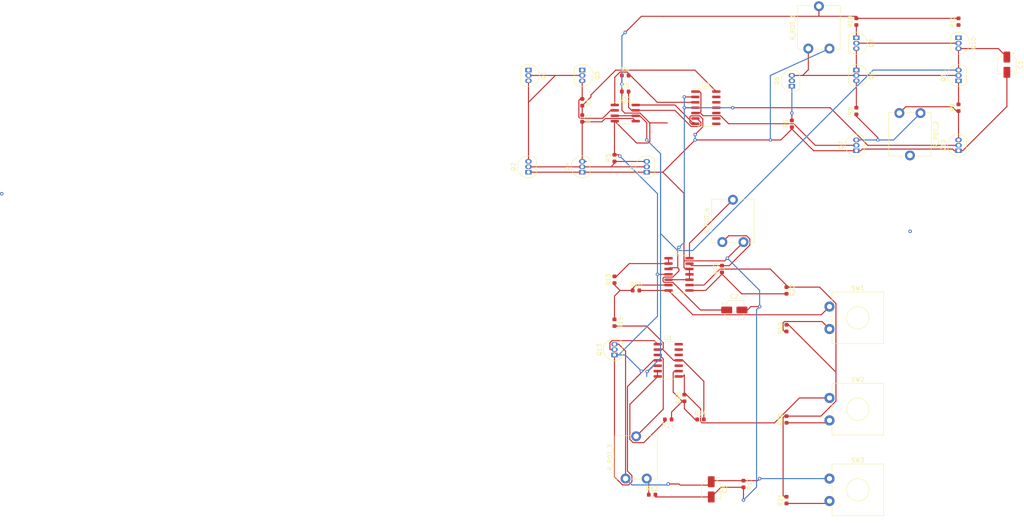
<source format=kicad_pcb>
(kicad_pcb (version 20171130) (host pcbnew "(5.1.5)-3")

  (general
    (thickness 1.6)
    (drawings 0)
    (tracks 415)
    (zones 0)
    (modules 50)
    (nets 44)
  )

  (page A4)
  (layers
    (0 F.Cu signal)
    (31 B.Cu signal)
    (32 B.Adhes user)
    (33 F.Adhes user)
    (34 B.Paste user)
    (35 F.Paste user)
    (36 B.SilkS user)
    (37 F.SilkS user)
    (38 B.Mask user)
    (39 F.Mask user)
    (40 Dwgs.User user)
    (41 Cmts.User user)
    (42 Eco1.User user)
    (43 Eco2.User user)
    (44 Edge.Cuts user)
    (45 Margin user)
    (46 B.CrtYd user)
    (47 F.CrtYd user)
    (48 B.Fab user)
    (49 F.Fab user)
  )

  (setup
    (last_trace_width 0.25)
    (trace_clearance 0.2)
    (zone_clearance 0.508)
    (zone_45_only no)
    (trace_min 0.2)
    (via_size 0.8)
    (via_drill 0.4)
    (via_min_size 0.4)
    (via_min_drill 0.3)
    (uvia_size 0.3)
    (uvia_drill 0.1)
    (uvias_allowed no)
    (uvia_min_size 0.2)
    (uvia_min_drill 0.1)
    (edge_width 0.05)
    (segment_width 0.2)
    (pcb_text_width 0.3)
    (pcb_text_size 1.5 1.5)
    (mod_edge_width 0.12)
    (mod_text_size 1 1)
    (mod_text_width 0.15)
    (pad_size 1.524 1.524)
    (pad_drill 0.762)
    (pad_to_mask_clearance 0.051)
    (solder_mask_min_width 0.25)
    (aux_axis_origin 0 0)
    (visible_elements 7FFFFFFF)
    (pcbplotparams
      (layerselection 0x010fc_ffffffff)
      (usegerberextensions false)
      (usegerberattributes false)
      (usegerberadvancedattributes false)
      (creategerberjobfile false)
      (excludeedgelayer true)
      (linewidth 0.100000)
      (plotframeref false)
      (viasonmask false)
      (mode 1)
      (useauxorigin false)
      (hpglpennumber 1)
      (hpglpenspeed 20)
      (hpglpendiameter 15.000000)
      (psnegative false)
      (psa4output false)
      (plotreference true)
      (plotvalue true)
      (plotinvisibletext false)
      (padsonsilk false)
      (subtractmaskfromsilk false)
      (outputformat 1)
      (mirror false)
      (drillshape 1)
      (scaleselection 1)
      (outputdirectory ""))
  )

  (net 0 "")
  (net 1 Vout)
  (net 2 GND)
  (net 3 "Net-(C1-Pad1)")
  (net 4 "Net-(C2-Pad1)")
  (net 5 "Net-(Q1-Pad1)")
  (net 6 "Net-(Q1-Pad2)")
  (net 7 "Net-(Q2-Pad2)")
  (net 8 "Net-(Q3-Pad3)")
  (net 9 "Net-(Q4-Pad3)")
  (net 10 "Net-(Q6-Pad1)")
  (net 11 "Net-(Q11-Pad2)")
  (net 12 "Net-(Q7-Pad2)")
  (net 13 "Net-(Q10-Pad2)")
  (net 14 "Net-(Q8-Pad1)")
  (net 15 "Net-(Q9-Pad3)")
  (net 16 "Net-(Q10-Pad1)")
  (net 17 "Net-(Q11-Pad1)")
  (net 18 +15V)
  (net 19 "Net-(Q13-Pad2)")
  (net 20 +5V)
  (net 21 "Net-(R4-Pad2)")
  (net 22 "Net-(R5-Pad2)")
  (net 23 "Net-(R11-Pad1)")
  (net 24 "Net-(R13-Pad2)")
  (net 25 "Net-(R13-Pad1)")
  (net 26 -5V)
  (net 27 "Net-(R14-Pad1)")
  (net 28 "Net-(R16-Pad2)")
  (net 29 "Net-(R19-Pad1)")
  (net 30 "Net-(R19-Pad2)")
  (net 31 "Net-(R20-Pad1)")
  (net 32 "Net-(R21-Pad1)")
  (net 33 "Net-(R22-Pad2)")
  (net 34 "Net-(R24-Pad2)")
  (net 35 "Net-(R25-Pad2)")
  (net 36 "Net-(U1-Pad10)")
  (net 37 "Net-(C3-Pad1)")
  (net 38 "Net-(Q7-Pad3)")
  (net 39 "Net-(Q12-Pad3)")
  (net 40 "Net-(R12-Pad1)")
  (net 41 "Net-(R23-Pad2)")
  (net 42 "Net-(R_POT_2-Pad2)")
  (net 43 "Net-(R_POT_3-Pad2)")

  (net_class Default "Esta es la clase de red por defecto."
    (clearance 0.2)
    (trace_width 0.25)
    (via_dia 0.8)
    (via_drill 0.4)
    (uvia_dia 0.3)
    (uvia_drill 0.1)
    (add_net +15V)
    (add_net +5V)
    (add_net -5V)
    (add_net GND)
    (add_net "Net-(C1-Pad1)")
    (add_net "Net-(C2-Pad1)")
    (add_net "Net-(C3-Pad1)")
    (add_net "Net-(Q1-Pad1)")
    (add_net "Net-(Q1-Pad2)")
    (add_net "Net-(Q10-Pad1)")
    (add_net "Net-(Q10-Pad2)")
    (add_net "Net-(Q11-Pad1)")
    (add_net "Net-(Q11-Pad2)")
    (add_net "Net-(Q12-Pad3)")
    (add_net "Net-(Q13-Pad2)")
    (add_net "Net-(Q2-Pad2)")
    (add_net "Net-(Q3-Pad3)")
    (add_net "Net-(Q4-Pad3)")
    (add_net "Net-(Q6-Pad1)")
    (add_net "Net-(Q7-Pad2)")
    (add_net "Net-(Q7-Pad3)")
    (add_net "Net-(Q8-Pad1)")
    (add_net "Net-(Q9-Pad3)")
    (add_net "Net-(R11-Pad1)")
    (add_net "Net-(R12-Pad1)")
    (add_net "Net-(R13-Pad1)")
    (add_net "Net-(R13-Pad2)")
    (add_net "Net-(R14-Pad1)")
    (add_net "Net-(R16-Pad2)")
    (add_net "Net-(R19-Pad1)")
    (add_net "Net-(R19-Pad2)")
    (add_net "Net-(R20-Pad1)")
    (add_net "Net-(R21-Pad1)")
    (add_net "Net-(R22-Pad2)")
    (add_net "Net-(R23-Pad2)")
    (add_net "Net-(R24-Pad2)")
    (add_net "Net-(R25-Pad2)")
    (add_net "Net-(R4-Pad2)")
    (add_net "Net-(R5-Pad2)")
    (add_net "Net-(R_POT_2-Pad2)")
    (add_net "Net-(R_POT_3-Pad2)")
    (add_net "Net-(U1-Pad10)")
    (add_net Vout)
  )

  (module Resistor_SMD:R_0603_1608Metric (layer F.Cu) (tedit 5B301BBD) (tstamp 5EEB2553)
    (at 142.24 151.13 270)
    (descr "Resistor SMD 0603 (1608 Metric), square (rectangular) end terminal, IPC_7351 nominal, (Body size source: http://www.tortai-tech.com/upload/download/2011102023233369053.pdf), generated with kicad-footprint-generator")
    (tags resistor)
    (path /5EF3E86C)
    (attr smd)
    (fp_text reference R17 (at 0 -1.43 90) (layer F.SilkS)
      (effects (font (size 1 1) (thickness 0.15)))
    )
    (fp_text value 10K (at 0 1.43 90) (layer F.Fab)
      (effects (font (size 1 1) (thickness 0.15)))
    )
    (fp_text user %R (at 0 0 90) (layer F.Fab)
      (effects (font (size 0.4 0.4) (thickness 0.06)))
    )
    (fp_line (start 1.48 0.73) (end -1.48 0.73) (layer F.CrtYd) (width 0.05))
    (fp_line (start 1.48 -0.73) (end 1.48 0.73) (layer F.CrtYd) (width 0.05))
    (fp_line (start -1.48 -0.73) (end 1.48 -0.73) (layer F.CrtYd) (width 0.05))
    (fp_line (start -1.48 0.73) (end -1.48 -0.73) (layer F.CrtYd) (width 0.05))
    (fp_line (start -0.162779 0.51) (end 0.162779 0.51) (layer F.SilkS) (width 0.12))
    (fp_line (start -0.162779 -0.51) (end 0.162779 -0.51) (layer F.SilkS) (width 0.12))
    (fp_line (start 0.8 0.4) (end -0.8 0.4) (layer F.Fab) (width 0.1))
    (fp_line (start 0.8 -0.4) (end 0.8 0.4) (layer F.Fab) (width 0.1))
    (fp_line (start -0.8 -0.4) (end 0.8 -0.4) (layer F.Fab) (width 0.1))
    (fp_line (start -0.8 0.4) (end -0.8 -0.4) (layer F.Fab) (width 0.1))
    (pad 2 smd roundrect (at 0.7875 0 270) (size 0.875 0.95) (layers F.Cu F.Paste F.Mask) (roundrect_rratio 0.25)
      (net 2 GND))
    (pad 1 smd roundrect (at -0.7875 0 270) (size 0.875 0.95) (layers F.Cu F.Paste F.Mask) (roundrect_rratio 0.25)
      (net 37 "Net-(C3-Pad1)"))
    (model ${KISYS3DMOD}/Resistor_SMD.3dshapes/R_0603_1608Metric.wrl
      (at (xyz 0 0 0))
      (scale (xyz 1 1 1))
      (rotate (xyz 0 0 0))
    )
  )

  (module Potentiometer_THT:Potentiometer_ACP_CA9-V10_Vertical (layer F.Cu) (tedit 5A3D4994) (tstamp 5EEB22B1)
    (at 119.38 149.86 90)
    (descr "Potentiometer, vertical, ACP CA9-V10, http://www.acptechnologies.com/wp-content/uploads/2017/05/02-ACP-CA9-CE9.pdf")
    (tags "Potentiometer vertical ACP CA9-V10")
    (path /5EF1F733)
    (fp_text reference R_POT_3 (at 5 -8.65 90) (layer F.SilkS)
      (effects (font (size 1 1) (thickness 0.15)))
    )
    (fp_text value 200K (at 5 3.65 90) (layer F.Fab)
      (effects (font (size 1 1) (thickness 0.15)))
    )
    (fp_text user %R (at 1 -2.5) (layer F.Fab)
      (effects (font (size 1 1) (thickness 0.15)))
    )
    (fp_line (start 11.45 -7.65) (end -1.45 -7.65) (layer F.CrtYd) (width 0.05))
    (fp_line (start 11.45 2.7) (end 11.45 -7.65) (layer F.CrtYd) (width 0.05))
    (fp_line (start -1.45 2.7) (end 11.45 2.7) (layer F.CrtYd) (width 0.05))
    (fp_line (start -1.45 -7.65) (end -1.45 2.7) (layer F.CrtYd) (width 0.05))
    (fp_line (start 10.12 -1.075) (end 10.12 2.52) (layer F.SilkS) (width 0.12))
    (fp_line (start 10.12 -7.521) (end 10.12 -3.925) (layer F.SilkS) (width 0.12))
    (fp_line (start -0.12 1.425) (end -0.12 2.52) (layer F.SilkS) (width 0.12))
    (fp_line (start -0.12 -3.574) (end -0.12 -1.425) (layer F.SilkS) (width 0.12))
    (fp_line (start -0.12 -7.521) (end -0.12 -6.426) (layer F.SilkS) (width 0.12))
    (fp_line (start -0.12 2.52) (end 10.12 2.52) (layer F.SilkS) (width 0.12))
    (fp_line (start -0.12 -7.521) (end 10.12 -7.521) (layer F.SilkS) (width 0.12))
    (fp_line (start 10 -7.4) (end 0 -7.4) (layer F.Fab) (width 0.1))
    (fp_line (start 10 2.4) (end 10 -7.4) (layer F.Fab) (width 0.1))
    (fp_line (start 0 2.4) (end 10 2.4) (layer F.Fab) (width 0.1))
    (fp_line (start 0 -7.4) (end 0 2.4) (layer F.Fab) (width 0.1))
    (fp_circle (center 5 -2.5) (end 6.05 -2.5) (layer F.Fab) (width 0.1))
    (pad 1 thru_hole circle (at 0 0 90) (size 2.34 2.34) (drill 1.3) (layers *.Cu *.Mask)
      (net 40 "Net-(R12-Pad1)"))
    (pad 2 thru_hole circle (at 10 -2.5 90) (size 2.34 2.34) (drill 1.3) (layers *.Cu *.Mask)
      (net 43 "Net-(R_POT_3-Pad2)"))
    (pad 3 thru_hole circle (at 0 -5 90) (size 2.34 2.34) (drill 1.3) (layers *.Cu *.Mask)
      (net 37 "Net-(C3-Pad1)"))
    (model ${KISYS3DMOD}/Potentiometer_THT.3dshapes/Potentiometer_ACP_CA9-V10_Vertical.wrl
      (at (xyz 0 0 0))
      (scale (xyz 1 1 1))
      (rotate (xyz 0 0 0))
    )
  )

  (module Potentiometer_THT:Potentiometer_ACP_CA9-V10_Vertical (layer F.Cu) (tedit 5A3D4994) (tstamp 5EEB22C9)
    (at 142.24 93.98 90)
    (descr "Potentiometer, vertical, ACP CA9-V10, http://www.acptechnologies.com/wp-content/uploads/2017/05/02-ACP-CA9-CE9.pdf")
    (tags "Potentiometer vertical ACP CA9-V10")
    (path /5F0BDF63)
    (fp_text reference R_POT_4 (at 5 -8.65 90) (layer F.SilkS)
      (effects (font (size 1 1) (thickness 0.15)))
    )
    (fp_text value 20K (at 5 3.65 90) (layer F.Fab)
      (effects (font (size 1 1) (thickness 0.15)))
    )
    (fp_circle (center 5 -2.5) (end 6.05 -2.5) (layer F.Fab) (width 0.1))
    (fp_line (start 0 -7.4) (end 0 2.4) (layer F.Fab) (width 0.1))
    (fp_line (start 0 2.4) (end 10 2.4) (layer F.Fab) (width 0.1))
    (fp_line (start 10 2.4) (end 10 -7.4) (layer F.Fab) (width 0.1))
    (fp_line (start 10 -7.4) (end 0 -7.4) (layer F.Fab) (width 0.1))
    (fp_line (start -0.12 -7.521) (end 10.12 -7.521) (layer F.SilkS) (width 0.12))
    (fp_line (start -0.12 2.52) (end 10.12 2.52) (layer F.SilkS) (width 0.12))
    (fp_line (start -0.12 -7.521) (end -0.12 -6.426) (layer F.SilkS) (width 0.12))
    (fp_line (start -0.12 -3.574) (end -0.12 -1.425) (layer F.SilkS) (width 0.12))
    (fp_line (start -0.12 1.425) (end -0.12 2.52) (layer F.SilkS) (width 0.12))
    (fp_line (start 10.12 -7.521) (end 10.12 -3.925) (layer F.SilkS) (width 0.12))
    (fp_line (start 10.12 -1.075) (end 10.12 2.52) (layer F.SilkS) (width 0.12))
    (fp_line (start -1.45 -7.65) (end -1.45 2.7) (layer F.CrtYd) (width 0.05))
    (fp_line (start -1.45 2.7) (end 11.45 2.7) (layer F.CrtYd) (width 0.05))
    (fp_line (start 11.45 2.7) (end 11.45 -7.65) (layer F.CrtYd) (width 0.05))
    (fp_line (start 11.45 -7.65) (end -1.45 -7.65) (layer F.CrtYd) (width 0.05))
    (fp_text user %R (at 1 -2.5) (layer F.Fab)
      (effects (font (size 1 1) (thickness 0.15)))
    )
    (pad 3 thru_hole circle (at 0 -5 90) (size 2.34 2.34) (drill 1.3) (layers *.Cu *.Mask)
      (net 41 "Net-(R23-Pad2)"))
    (pad 2 thru_hole circle (at 10 -2.5 90) (size 2.34 2.34) (drill 1.3) (layers *.Cu *.Mask)
      (net 1 Vout))
    (pad 1 thru_hole circle (at 0 0 90) (size 2.34 2.34) (drill 1.3) (layers *.Cu *.Mask)
      (net 2 GND))
    (model ${KISYS3DMOD}/Potentiometer_THT.3dshapes/Potentiometer_ACP_CA9-V10_Vertical.wrl
      (at (xyz 0 0 0))
      (scale (xyz 1 1 1))
      (rotate (xyz 0 0 0))
    )
  )

  (module Potentiometer_THT:Potentiometer_ACP_CA9-V10_Vertical (layer F.Cu) (tedit 5A3D4994) (tstamp 5EEB22E1)
    (at 179.07 63.5 270)
    (descr "Potentiometer, vertical, ACP CA9-V10, http://www.acptechnologies.com/wp-content/uploads/2017/05/02-ACP-CA9-CE9.pdf")
    (tags "Potentiometer vertical ACP CA9-V10")
    (path /5EF2EFB2)
    (fp_text reference R_POT_2 (at 5 -8.65 90) (layer F.SilkS)
      (effects (font (size 1 1) (thickness 0.15)))
    )
    (fp_text value 50K (at 5 3.65 90) (layer F.Fab)
      (effects (font (size 1 1) (thickness 0.15)))
    )
    (fp_circle (center 5 -2.5) (end 6.05 -2.5) (layer F.Fab) (width 0.1))
    (fp_line (start 0 -7.4) (end 0 2.4) (layer F.Fab) (width 0.1))
    (fp_line (start 0 2.4) (end 10 2.4) (layer F.Fab) (width 0.1))
    (fp_line (start 10 2.4) (end 10 -7.4) (layer F.Fab) (width 0.1))
    (fp_line (start 10 -7.4) (end 0 -7.4) (layer F.Fab) (width 0.1))
    (fp_line (start -0.12 -7.521) (end 10.12 -7.521) (layer F.SilkS) (width 0.12))
    (fp_line (start -0.12 2.52) (end 10.12 2.52) (layer F.SilkS) (width 0.12))
    (fp_line (start -0.12 -7.521) (end -0.12 -6.426) (layer F.SilkS) (width 0.12))
    (fp_line (start -0.12 -3.574) (end -0.12 -1.425) (layer F.SilkS) (width 0.12))
    (fp_line (start -0.12 1.425) (end -0.12 2.52) (layer F.SilkS) (width 0.12))
    (fp_line (start 10.12 -7.521) (end 10.12 -3.925) (layer F.SilkS) (width 0.12))
    (fp_line (start 10.12 -1.075) (end 10.12 2.52) (layer F.SilkS) (width 0.12))
    (fp_line (start -1.45 -7.65) (end -1.45 2.7) (layer F.CrtYd) (width 0.05))
    (fp_line (start -1.45 2.7) (end 11.45 2.7) (layer F.CrtYd) (width 0.05))
    (fp_line (start 11.45 2.7) (end 11.45 -7.65) (layer F.CrtYd) (width 0.05))
    (fp_line (start 11.45 -7.65) (end -1.45 -7.65) (layer F.CrtYd) (width 0.05))
    (fp_text user %R (at 1 -2.5) (layer F.Fab)
      (effects (font (size 1 1) (thickness 0.15)))
    )
    (pad 3 thru_hole circle (at 0 -5 270) (size 2.34 2.34) (drill 1.3) (layers *.Cu *.Mask)
      (net 38 "Net-(Q7-Pad3)"))
    (pad 2 thru_hole circle (at 10 -2.5 270) (size 2.34 2.34) (drill 1.3) (layers *.Cu *.Mask)
      (net 42 "Net-(R_POT_2-Pad2)"))
    (pad 1 thru_hole circle (at 0 0 270) (size 2.34 2.34) (drill 1.3) (layers *.Cu *.Mask)
      (net 39 "Net-(Q12-Pad3)"))
    (model ${KISYS3DMOD}/Potentiometer_THT.3dshapes/Potentiometer_ACP_CA9-V10_Vertical.wrl
      (at (xyz 0 0 0))
      (scale (xyz 1 1 1))
      (rotate (xyz 0 0 0))
    )
  )

  (module Capacitor_SMD:CP_Elec_4x5.3 (layer F.Cu) (tedit 5BCA39CF) (tstamp 5EEB2309)
    (at 204.47 52.07 270)
    (descr "SMD capacitor, aluminum electrolytic, Vishay, 4.0x5.3mm")
    (tags "capacitor electrolytic")
    (path /5EEEC097)
    (attr smd)
    (fp_text reference C1 (at 0 -3.2 90) (layer F.SilkS)
      (effects (font (size 1 1) (thickness 0.15)))
    )
    (fp_text value 200n (at 0 3.2 90) (layer F.Fab)
      (effects (font (size 1 1) (thickness 0.15)))
    )
    (fp_circle (center 0 0) (end 2 0) (layer F.Fab) (width 0.1))
    (fp_line (start 2.15 -2.15) (end 2.15 2.15) (layer F.Fab) (width 0.1))
    (fp_line (start -1.15 -2.15) (end 2.15 -2.15) (layer F.Fab) (width 0.1))
    (fp_line (start -1.15 2.15) (end 2.15 2.15) (layer F.Fab) (width 0.1))
    (fp_line (start -2.15 -1.15) (end -2.15 1.15) (layer F.Fab) (width 0.1))
    (fp_line (start -2.15 -1.15) (end -1.15 -2.15) (layer F.Fab) (width 0.1))
    (fp_line (start -2.15 1.15) (end -1.15 2.15) (layer F.Fab) (width 0.1))
    (fp_line (start -1.574773 -1) (end -1.174773 -1) (layer F.Fab) (width 0.1))
    (fp_line (start -1.374773 -1.2) (end -1.374773 -0.8) (layer F.Fab) (width 0.1))
    (fp_line (start 2.26 2.26) (end 2.26 1.06) (layer F.SilkS) (width 0.12))
    (fp_line (start 2.26 -2.26) (end 2.26 -1.06) (layer F.SilkS) (width 0.12))
    (fp_line (start -1.195563 -2.26) (end 2.26 -2.26) (layer F.SilkS) (width 0.12))
    (fp_line (start -1.195563 2.26) (end 2.26 2.26) (layer F.SilkS) (width 0.12))
    (fp_line (start -2.26 1.195563) (end -2.26 1.06) (layer F.SilkS) (width 0.12))
    (fp_line (start -2.26 -1.195563) (end -2.26 -1.06) (layer F.SilkS) (width 0.12))
    (fp_line (start -2.26 -1.195563) (end -1.195563 -2.26) (layer F.SilkS) (width 0.12))
    (fp_line (start -2.26 1.195563) (end -1.195563 2.26) (layer F.SilkS) (width 0.12))
    (fp_line (start -3 -1.56) (end -2.5 -1.56) (layer F.SilkS) (width 0.12))
    (fp_line (start -2.75 -1.81) (end -2.75 -1.31) (layer F.SilkS) (width 0.12))
    (fp_line (start 2.4 -2.4) (end 2.4 -1.05) (layer F.CrtYd) (width 0.05))
    (fp_line (start 2.4 -1.05) (end 3.35 -1.05) (layer F.CrtYd) (width 0.05))
    (fp_line (start 3.35 -1.05) (end 3.35 1.05) (layer F.CrtYd) (width 0.05))
    (fp_line (start 3.35 1.05) (end 2.4 1.05) (layer F.CrtYd) (width 0.05))
    (fp_line (start 2.4 1.05) (end 2.4 2.4) (layer F.CrtYd) (width 0.05))
    (fp_line (start -1.25 2.4) (end 2.4 2.4) (layer F.CrtYd) (width 0.05))
    (fp_line (start -1.25 -2.4) (end 2.4 -2.4) (layer F.CrtYd) (width 0.05))
    (fp_line (start -2.4 1.25) (end -1.25 2.4) (layer F.CrtYd) (width 0.05))
    (fp_line (start -2.4 -1.25) (end -1.25 -2.4) (layer F.CrtYd) (width 0.05))
    (fp_line (start -2.4 -1.25) (end -2.4 -1.05) (layer F.CrtYd) (width 0.05))
    (fp_line (start -2.4 1.05) (end -2.4 1.25) (layer F.CrtYd) (width 0.05))
    (fp_line (start -2.4 -1.05) (end -3.35 -1.05) (layer F.CrtYd) (width 0.05))
    (fp_line (start -3.35 -1.05) (end -3.35 1.05) (layer F.CrtYd) (width 0.05))
    (fp_line (start -3.35 1.05) (end -2.4 1.05) (layer F.CrtYd) (width 0.05))
    (fp_text user %R (at 0 0 90) (layer F.Fab)
      (effects (font (size 0.8 0.8) (thickness 0.12)))
    )
    (pad 1 smd roundrect (at -1.8 0 270) (size 2.6 1.6) (layers F.Cu F.Paste F.Mask) (roundrect_rratio 0.15625)
      (net 3 "Net-(C1-Pad1)"))
    (pad 2 smd roundrect (at 1.8 0 270) (size 2.6 1.6) (layers F.Cu F.Paste F.Mask) (roundrect_rratio 0.15625)
      (net 2 GND))
    (model ${KISYS3DMOD}/Capacitor_SMD.3dshapes/CP_Elec_4x5.3.wrl
      (at (xyz 0 0 0))
      (scale (xyz 1 1 1))
      (rotate (xyz 0 0 0))
    )
  )

  (module Capacitor_SMD:CP_Elec_4x5.3 (layer F.Cu) (tedit 5BCA39CF) (tstamp 5EEB2331)
    (at 140.075001 110.025001)
    (descr "SMD capacitor, aluminum electrolytic, Vishay, 4.0x5.3mm")
    (tags "capacitor electrolytic")
    (path /5F160495)
    (attr smd)
    (fp_text reference C2 (at 0 -3.2) (layer F.SilkS)
      (effects (font (size 1 1) (thickness 0.15)))
    )
    (fp_text value 0.1u (at 0 3.2) (layer F.Fab)
      (effects (font (size 1 1) (thickness 0.15)))
    )
    (fp_text user %R (at 0 0) (layer F.Fab)
      (effects (font (size 0.8 0.8) (thickness 0.12)))
    )
    (fp_line (start -3.35 1.05) (end -2.4 1.05) (layer F.CrtYd) (width 0.05))
    (fp_line (start -3.35 -1.05) (end -3.35 1.05) (layer F.CrtYd) (width 0.05))
    (fp_line (start -2.4 -1.05) (end -3.35 -1.05) (layer F.CrtYd) (width 0.05))
    (fp_line (start -2.4 1.05) (end -2.4 1.25) (layer F.CrtYd) (width 0.05))
    (fp_line (start -2.4 -1.25) (end -2.4 -1.05) (layer F.CrtYd) (width 0.05))
    (fp_line (start -2.4 -1.25) (end -1.25 -2.4) (layer F.CrtYd) (width 0.05))
    (fp_line (start -2.4 1.25) (end -1.25 2.4) (layer F.CrtYd) (width 0.05))
    (fp_line (start -1.25 -2.4) (end 2.4 -2.4) (layer F.CrtYd) (width 0.05))
    (fp_line (start -1.25 2.4) (end 2.4 2.4) (layer F.CrtYd) (width 0.05))
    (fp_line (start 2.4 1.05) (end 2.4 2.4) (layer F.CrtYd) (width 0.05))
    (fp_line (start 3.35 1.05) (end 2.4 1.05) (layer F.CrtYd) (width 0.05))
    (fp_line (start 3.35 -1.05) (end 3.35 1.05) (layer F.CrtYd) (width 0.05))
    (fp_line (start 2.4 -1.05) (end 3.35 -1.05) (layer F.CrtYd) (width 0.05))
    (fp_line (start 2.4 -2.4) (end 2.4 -1.05) (layer F.CrtYd) (width 0.05))
    (fp_line (start -2.75 -1.81) (end -2.75 -1.31) (layer F.SilkS) (width 0.12))
    (fp_line (start -3 -1.56) (end -2.5 -1.56) (layer F.SilkS) (width 0.12))
    (fp_line (start -2.26 1.195563) (end -1.195563 2.26) (layer F.SilkS) (width 0.12))
    (fp_line (start -2.26 -1.195563) (end -1.195563 -2.26) (layer F.SilkS) (width 0.12))
    (fp_line (start -2.26 -1.195563) (end -2.26 -1.06) (layer F.SilkS) (width 0.12))
    (fp_line (start -2.26 1.195563) (end -2.26 1.06) (layer F.SilkS) (width 0.12))
    (fp_line (start -1.195563 2.26) (end 2.26 2.26) (layer F.SilkS) (width 0.12))
    (fp_line (start -1.195563 -2.26) (end 2.26 -2.26) (layer F.SilkS) (width 0.12))
    (fp_line (start 2.26 -2.26) (end 2.26 -1.06) (layer F.SilkS) (width 0.12))
    (fp_line (start 2.26 2.26) (end 2.26 1.06) (layer F.SilkS) (width 0.12))
    (fp_line (start -1.374773 -1.2) (end -1.374773 -0.8) (layer F.Fab) (width 0.1))
    (fp_line (start -1.574773 -1) (end -1.174773 -1) (layer F.Fab) (width 0.1))
    (fp_line (start -2.15 1.15) (end -1.15 2.15) (layer F.Fab) (width 0.1))
    (fp_line (start -2.15 -1.15) (end -1.15 -2.15) (layer F.Fab) (width 0.1))
    (fp_line (start -2.15 -1.15) (end -2.15 1.15) (layer F.Fab) (width 0.1))
    (fp_line (start -1.15 2.15) (end 2.15 2.15) (layer F.Fab) (width 0.1))
    (fp_line (start -1.15 -2.15) (end 2.15 -2.15) (layer F.Fab) (width 0.1))
    (fp_line (start 2.15 -2.15) (end 2.15 2.15) (layer F.Fab) (width 0.1))
    (fp_circle (center 0 0) (end 2 0) (layer F.Fab) (width 0.1))
    (pad 2 smd roundrect (at 1.8 0) (size 2.6 1.6) (layers F.Cu F.Paste F.Mask) (roundrect_rratio 0.15625)
      (net 2 GND))
    (pad 1 smd roundrect (at -1.8 0) (size 2.6 1.6) (layers F.Cu F.Paste F.Mask) (roundrect_rratio 0.15625)
      (net 4 "Net-(C2-Pad1)"))
    (model ${KISYS3DMOD}/Capacitor_SMD.3dshapes/CP_Elec_4x5.3.wrl
      (at (xyz 0 0 0))
      (scale (xyz 1 1 1))
      (rotate (xyz 0 0 0))
    )
  )

  (module Capacitor_SMD:CP_Elec_4x5.3 (layer F.Cu) (tedit 5BCA39CF) (tstamp 5EEB2359)
    (at 134.62 152.4 270)
    (descr "SMD capacitor, aluminum electrolytic, Vishay, 4.0x5.3mm")
    (tags "capacitor electrolytic")
    (path /5EF34D13)
    (attr smd)
    (fp_text reference C3 (at 0 -3.2 90) (layer F.SilkS)
      (effects (font (size 1 1) (thickness 0.15)))
    )
    (fp_text value 0.01u (at 0 3.2 90) (layer F.Fab)
      (effects (font (size 1 1) (thickness 0.15)))
    )
    (fp_circle (center 0 0) (end 2 0) (layer F.Fab) (width 0.1))
    (fp_line (start 2.15 -2.15) (end 2.15 2.15) (layer F.Fab) (width 0.1))
    (fp_line (start -1.15 -2.15) (end 2.15 -2.15) (layer F.Fab) (width 0.1))
    (fp_line (start -1.15 2.15) (end 2.15 2.15) (layer F.Fab) (width 0.1))
    (fp_line (start -2.15 -1.15) (end -2.15 1.15) (layer F.Fab) (width 0.1))
    (fp_line (start -2.15 -1.15) (end -1.15 -2.15) (layer F.Fab) (width 0.1))
    (fp_line (start -2.15 1.15) (end -1.15 2.15) (layer F.Fab) (width 0.1))
    (fp_line (start -1.574773 -1) (end -1.174773 -1) (layer F.Fab) (width 0.1))
    (fp_line (start -1.374773 -1.2) (end -1.374773 -0.8) (layer F.Fab) (width 0.1))
    (fp_line (start 2.26 2.26) (end 2.26 1.06) (layer F.SilkS) (width 0.12))
    (fp_line (start 2.26 -2.26) (end 2.26 -1.06) (layer F.SilkS) (width 0.12))
    (fp_line (start -1.195563 -2.26) (end 2.26 -2.26) (layer F.SilkS) (width 0.12))
    (fp_line (start -1.195563 2.26) (end 2.26 2.26) (layer F.SilkS) (width 0.12))
    (fp_line (start -2.26 1.195563) (end -2.26 1.06) (layer F.SilkS) (width 0.12))
    (fp_line (start -2.26 -1.195563) (end -2.26 -1.06) (layer F.SilkS) (width 0.12))
    (fp_line (start -2.26 -1.195563) (end -1.195563 -2.26) (layer F.SilkS) (width 0.12))
    (fp_line (start -2.26 1.195563) (end -1.195563 2.26) (layer F.SilkS) (width 0.12))
    (fp_line (start -3 -1.56) (end -2.5 -1.56) (layer F.SilkS) (width 0.12))
    (fp_line (start -2.75 -1.81) (end -2.75 -1.31) (layer F.SilkS) (width 0.12))
    (fp_line (start 2.4 -2.4) (end 2.4 -1.05) (layer F.CrtYd) (width 0.05))
    (fp_line (start 2.4 -1.05) (end 3.35 -1.05) (layer F.CrtYd) (width 0.05))
    (fp_line (start 3.35 -1.05) (end 3.35 1.05) (layer F.CrtYd) (width 0.05))
    (fp_line (start 3.35 1.05) (end 2.4 1.05) (layer F.CrtYd) (width 0.05))
    (fp_line (start 2.4 1.05) (end 2.4 2.4) (layer F.CrtYd) (width 0.05))
    (fp_line (start -1.25 2.4) (end 2.4 2.4) (layer F.CrtYd) (width 0.05))
    (fp_line (start -1.25 -2.4) (end 2.4 -2.4) (layer F.CrtYd) (width 0.05))
    (fp_line (start -2.4 1.25) (end -1.25 2.4) (layer F.CrtYd) (width 0.05))
    (fp_line (start -2.4 -1.25) (end -1.25 -2.4) (layer F.CrtYd) (width 0.05))
    (fp_line (start -2.4 -1.25) (end -2.4 -1.05) (layer F.CrtYd) (width 0.05))
    (fp_line (start -2.4 1.05) (end -2.4 1.25) (layer F.CrtYd) (width 0.05))
    (fp_line (start -2.4 -1.05) (end -3.35 -1.05) (layer F.CrtYd) (width 0.05))
    (fp_line (start -3.35 -1.05) (end -3.35 1.05) (layer F.CrtYd) (width 0.05))
    (fp_line (start -3.35 1.05) (end -2.4 1.05) (layer F.CrtYd) (width 0.05))
    (fp_text user %R (at 0 0 90) (layer F.Fab)
      (effects (font (size 0.8 0.8) (thickness 0.12)))
    )
    (pad 1 smd roundrect (at -1.8 0 270) (size 2.6 1.6) (layers F.Cu F.Paste F.Mask) (roundrect_rratio 0.15625)
      (net 37 "Net-(C3-Pad1)"))
    (pad 2 smd roundrect (at 1.8 0 270) (size 2.6 1.6) (layers F.Cu F.Paste F.Mask) (roundrect_rratio 0.15625)
      (net 2 GND))
    (model ${KISYS3DMOD}/Capacitor_SMD.3dshapes/CP_Elec_4x5.3.wrl
      (at (xyz 0 0 0))
      (scale (xyz 1 1 1))
      (rotate (xyz 0 0 0))
    )
  )

  (module Package_TO_SOT_THT:TO-92_Inline (layer F.Cu) (tedit 5A1DD157) (tstamp 5EEB236B)
    (at 91.44 53.34 270)
    (descr "TO-92 leads in-line, narrow, oval pads, drill 0.75mm (see NXP sot054_po.pdf)")
    (tags "to-92 sc-43 sc-43a sot54 PA33 transistor")
    (path /5EE54CCF)
    (fp_text reference Q1 (at 1.27 -3.56 90) (layer F.SilkS)
      (effects (font (size 1 1) (thickness 0.15)))
    )
    (fp_text value 2N3906 (at 1.27 2.79 90) (layer F.Fab)
      (effects (font (size 1 1) (thickness 0.15)))
    )
    (fp_arc (start 1.27 0) (end 1.27 -2.6) (angle 135) (layer F.SilkS) (width 0.12))
    (fp_arc (start 1.27 0) (end 1.27 -2.48) (angle -135) (layer F.Fab) (width 0.1))
    (fp_arc (start 1.27 0) (end 1.27 -2.6) (angle -135) (layer F.SilkS) (width 0.12))
    (fp_arc (start 1.27 0) (end 1.27 -2.48) (angle 135) (layer F.Fab) (width 0.1))
    (fp_line (start 4 2.01) (end -1.46 2.01) (layer F.CrtYd) (width 0.05))
    (fp_line (start 4 2.01) (end 4 -2.73) (layer F.CrtYd) (width 0.05))
    (fp_line (start -1.46 -2.73) (end -1.46 2.01) (layer F.CrtYd) (width 0.05))
    (fp_line (start -1.46 -2.73) (end 4 -2.73) (layer F.CrtYd) (width 0.05))
    (fp_line (start -0.5 1.75) (end 3 1.75) (layer F.Fab) (width 0.1))
    (fp_line (start -0.53 1.85) (end 3.07 1.85) (layer F.SilkS) (width 0.12))
    (fp_text user %R (at 1.27 -3.56 90) (layer F.Fab)
      (effects (font (size 1 1) (thickness 0.15)))
    )
    (pad 1 thru_hole rect (at 0 0 270) (size 1.05 1.5) (drill 0.75) (layers *.Cu *.Mask)
      (net 5 "Net-(Q1-Pad1)"))
    (pad 3 thru_hole oval (at 2.54 0 270) (size 1.05 1.5) (drill 0.75) (layers *.Cu *.Mask)
      (net 6 "Net-(Q1-Pad2)"))
    (pad 2 thru_hole oval (at 1.27 0 270) (size 1.05 1.5) (drill 0.75) (layers *.Cu *.Mask)
      (net 6 "Net-(Q1-Pad2)"))
    (model ${KISYS3DMOD}/Package_TO_SOT_THT.3dshapes/TO-92_Inline.wrl
      (at (xyz 0 0 0))
      (scale (xyz 1 1 1))
      (rotate (xyz 0 0 0))
    )
  )

  (module Package_TO_SOT_THT:TO-92_Inline (layer F.Cu) (tedit 5A1DD157) (tstamp 5EEB237D)
    (at 91.44 77.47 90)
    (descr "TO-92 leads in-line, narrow, oval pads, drill 0.75mm (see NXP sot054_po.pdf)")
    (tags "to-92 sc-43 sc-43a sot54 PA33 transistor")
    (path /5EE7993D)
    (fp_text reference Q2 (at 1.27 -3.56 90) (layer F.SilkS)
      (effects (font (size 1 1) (thickness 0.15)))
    )
    (fp_text value 2N3904 (at 1.27 2.79 90) (layer F.Fab)
      (effects (font (size 1 1) (thickness 0.15)))
    )
    (fp_text user %R (at 1.27 -3.56 90) (layer F.Fab)
      (effects (font (size 1 1) (thickness 0.15)))
    )
    (fp_line (start -0.53 1.85) (end 3.07 1.85) (layer F.SilkS) (width 0.12))
    (fp_line (start -0.5 1.75) (end 3 1.75) (layer F.Fab) (width 0.1))
    (fp_line (start -1.46 -2.73) (end 4 -2.73) (layer F.CrtYd) (width 0.05))
    (fp_line (start -1.46 -2.73) (end -1.46 2.01) (layer F.CrtYd) (width 0.05))
    (fp_line (start 4 2.01) (end 4 -2.73) (layer F.CrtYd) (width 0.05))
    (fp_line (start 4 2.01) (end -1.46 2.01) (layer F.CrtYd) (width 0.05))
    (fp_arc (start 1.27 0) (end 1.27 -2.48) (angle 135) (layer F.Fab) (width 0.1))
    (fp_arc (start 1.27 0) (end 1.27 -2.6) (angle -135) (layer F.SilkS) (width 0.12))
    (fp_arc (start 1.27 0) (end 1.27 -2.48) (angle -135) (layer F.Fab) (width 0.1))
    (fp_arc (start 1.27 0) (end 1.27 -2.6) (angle 135) (layer F.SilkS) (width 0.12))
    (pad 2 thru_hole oval (at 1.27 0 90) (size 1.05 1.5) (drill 0.75) (layers *.Cu *.Mask)
      (net 7 "Net-(Q2-Pad2)"))
    (pad 3 thru_hole oval (at 2.54 0 90) (size 1.05 1.5) (drill 0.75) (layers *.Cu *.Mask)
      (net 6 "Net-(Q1-Pad2)"))
    (pad 1 thru_hole rect (at 0 0 90) (size 1.05 1.5) (drill 0.75) (layers *.Cu *.Mask)
      (net 2 GND))
    (model ${KISYS3DMOD}/Package_TO_SOT_THT.3dshapes/TO-92_Inline.wrl
      (at (xyz 0 0 0))
      (scale (xyz 1 1 1))
      (rotate (xyz 0 0 0))
    )
  )

  (module Package_TO_SOT_THT:TO-92_Inline (layer F.Cu) (tedit 5A1DD157) (tstamp 5EEB238F)
    (at 104.14 53.34 270)
    (descr "TO-92 leads in-line, narrow, oval pads, drill 0.75mm (see NXP sot054_po.pdf)")
    (tags "to-92 sc-43 sc-43a sot54 PA33 transistor")
    (path /5EE4FAF2)
    (fp_text reference Q3 (at 1.27 -3.56 90) (layer F.SilkS)
      (effects (font (size 1 1) (thickness 0.15)))
    )
    (fp_text value 2N3906 (at 1.27 2.79 90) (layer F.Fab)
      (effects (font (size 1 1) (thickness 0.15)))
    )
    (fp_text user %R (at 1.27 -3.56 90) (layer F.Fab)
      (effects (font (size 1 1) (thickness 0.15)))
    )
    (fp_line (start -0.53 1.85) (end 3.07 1.85) (layer F.SilkS) (width 0.12))
    (fp_line (start -0.5 1.75) (end 3 1.75) (layer F.Fab) (width 0.1))
    (fp_line (start -1.46 -2.73) (end 4 -2.73) (layer F.CrtYd) (width 0.05))
    (fp_line (start -1.46 -2.73) (end -1.46 2.01) (layer F.CrtYd) (width 0.05))
    (fp_line (start 4 2.01) (end 4 -2.73) (layer F.CrtYd) (width 0.05))
    (fp_line (start 4 2.01) (end -1.46 2.01) (layer F.CrtYd) (width 0.05))
    (fp_arc (start 1.27 0) (end 1.27 -2.48) (angle 135) (layer F.Fab) (width 0.1))
    (fp_arc (start 1.27 0) (end 1.27 -2.6) (angle -135) (layer F.SilkS) (width 0.12))
    (fp_arc (start 1.27 0) (end 1.27 -2.48) (angle -135) (layer F.Fab) (width 0.1))
    (fp_arc (start 1.27 0) (end 1.27 -2.6) (angle 135) (layer F.SilkS) (width 0.12))
    (pad 2 thru_hole oval (at 1.27 0 270) (size 1.05 1.5) (drill 0.75) (layers *.Cu *.Mask)
      (net 6 "Net-(Q1-Pad2)"))
    (pad 3 thru_hole oval (at 2.54 0 270) (size 1.05 1.5) (drill 0.75) (layers *.Cu *.Mask)
      (net 8 "Net-(Q3-Pad3)"))
    (pad 1 thru_hole rect (at 0 0 270) (size 1.05 1.5) (drill 0.75) (layers *.Cu *.Mask)
      (net 5 "Net-(Q1-Pad1)"))
    (model ${KISYS3DMOD}/Package_TO_SOT_THT.3dshapes/TO-92_Inline.wrl
      (at (xyz 0 0 0))
      (scale (xyz 1 1 1))
      (rotate (xyz 0 0 0))
    )
  )

  (module Package_TO_SOT_THT:TO-92_Inline (layer F.Cu) (tedit 5A1DD157) (tstamp 5EEB23A1)
    (at 104.14 77.47 90)
    (descr "TO-92 leads in-line, narrow, oval pads, drill 0.75mm (see NXP sot054_po.pdf)")
    (tags "to-92 sc-43 sc-43a sot54 PA33 transistor")
    (path /5EE5E72F)
    (fp_text reference Q4 (at 1.27 -3.56 90) (layer F.SilkS)
      (effects (font (size 1 1) (thickness 0.15)))
    )
    (fp_text value 2N3904 (at 1.27 2.79 90) (layer F.Fab)
      (effects (font (size 1 1) (thickness 0.15)))
    )
    (fp_text user %R (at 1.27 -3.56 90) (layer F.Fab)
      (effects (font (size 1 1) (thickness 0.15)))
    )
    (fp_line (start -0.53 1.85) (end 3.07 1.85) (layer F.SilkS) (width 0.12))
    (fp_line (start -0.5 1.75) (end 3 1.75) (layer F.Fab) (width 0.1))
    (fp_line (start -1.46 -2.73) (end 4 -2.73) (layer F.CrtYd) (width 0.05))
    (fp_line (start -1.46 -2.73) (end -1.46 2.01) (layer F.CrtYd) (width 0.05))
    (fp_line (start 4 2.01) (end 4 -2.73) (layer F.CrtYd) (width 0.05))
    (fp_line (start 4 2.01) (end -1.46 2.01) (layer F.CrtYd) (width 0.05))
    (fp_arc (start 1.27 0) (end 1.27 -2.48) (angle 135) (layer F.Fab) (width 0.1))
    (fp_arc (start 1.27 0) (end 1.27 -2.6) (angle -135) (layer F.SilkS) (width 0.12))
    (fp_arc (start 1.27 0) (end 1.27 -2.48) (angle -135) (layer F.Fab) (width 0.1))
    (fp_arc (start 1.27 0) (end 1.27 -2.6) (angle 135) (layer F.SilkS) (width 0.12))
    (pad 2 thru_hole oval (at 1.27 0 90) (size 1.05 1.5) (drill 0.75) (layers *.Cu *.Mask)
      (net 7 "Net-(Q2-Pad2)"))
    (pad 3 thru_hole oval (at 2.54 0 90) (size 1.05 1.5) (drill 0.75) (layers *.Cu *.Mask)
      (net 9 "Net-(Q4-Pad3)"))
    (pad 1 thru_hole rect (at 0 0 90) (size 1.05 1.5) (drill 0.75) (layers *.Cu *.Mask)
      (net 2 GND))
    (model ${KISYS3DMOD}/Package_TO_SOT_THT.3dshapes/TO-92_Inline.wrl
      (at (xyz 0 0 0))
      (scale (xyz 1 1 1))
      (rotate (xyz 0 0 0))
    )
  )

  (module Package_TO_SOT_THT:TO-92_Inline (layer F.Cu) (tedit 5A1DD157) (tstamp 5EEB23B3)
    (at 119.38 77.47 90)
    (descr "TO-92 leads in-line, narrow, oval pads, drill 0.75mm (see NXP sot054_po.pdf)")
    (tags "to-92 sc-43 sc-43a sot54 PA33 transistor")
    (path /5EE61A4D)
    (fp_text reference Q5 (at 1.27 -3.56 90) (layer F.SilkS)
      (effects (font (size 1 1) (thickness 0.15)))
    )
    (fp_text value 2N3904 (at 1.27 2.79 90) (layer F.Fab)
      (effects (font (size 1 1) (thickness 0.15)))
    )
    (fp_arc (start 1.27 0) (end 1.27 -2.6) (angle 135) (layer F.SilkS) (width 0.12))
    (fp_arc (start 1.27 0) (end 1.27 -2.48) (angle -135) (layer F.Fab) (width 0.1))
    (fp_arc (start 1.27 0) (end 1.27 -2.6) (angle -135) (layer F.SilkS) (width 0.12))
    (fp_arc (start 1.27 0) (end 1.27 -2.48) (angle 135) (layer F.Fab) (width 0.1))
    (fp_line (start 4 2.01) (end -1.46 2.01) (layer F.CrtYd) (width 0.05))
    (fp_line (start 4 2.01) (end 4 -2.73) (layer F.CrtYd) (width 0.05))
    (fp_line (start -1.46 -2.73) (end -1.46 2.01) (layer F.CrtYd) (width 0.05))
    (fp_line (start -1.46 -2.73) (end 4 -2.73) (layer F.CrtYd) (width 0.05))
    (fp_line (start -0.5 1.75) (end 3 1.75) (layer F.Fab) (width 0.1))
    (fp_line (start -0.53 1.85) (end 3.07 1.85) (layer F.SilkS) (width 0.12))
    (fp_text user %R (at 1.27 -3.56 90) (layer F.Fab)
      (effects (font (size 1 1) (thickness 0.15)))
    )
    (pad 1 thru_hole rect (at 0 0 90) (size 1.05 1.5) (drill 0.75) (layers *.Cu *.Mask)
      (net 2 GND))
    (pad 3 thru_hole oval (at 2.54 0 90) (size 1.05 1.5) (drill 0.75) (layers *.Cu *.Mask)
      (net 7 "Net-(Q2-Pad2)"))
    (pad 2 thru_hole oval (at 1.27 0 90) (size 1.05 1.5) (drill 0.75) (layers *.Cu *.Mask)
      (net 7 "Net-(Q2-Pad2)"))
    (model ${KISYS3DMOD}/Package_TO_SOT_THT.3dshapes/TO-92_Inline.wrl
      (at (xyz 0 0 0))
      (scale (xyz 1 1 1))
      (rotate (xyz 0 0 0))
    )
  )

  (module Package_TO_SOT_THT:TO-92_Inline (layer F.Cu) (tedit 5A1DD157) (tstamp 5EEB23C5)
    (at 153.67 57.15 90)
    (descr "TO-92 leads in-line, narrow, oval pads, drill 0.75mm (see NXP sot054_po.pdf)")
    (tags "to-92 sc-43 sc-43a sot54 PA33 transistor")
    (path /5EEB6A9E)
    (fp_text reference Q6 (at 1.27 -3.56 90) (layer F.SilkS)
      (effects (font (size 1 1) (thickness 0.15)))
    )
    (fp_text value 2N3904 (at 1.27 2.79 90) (layer F.Fab)
      (effects (font (size 1 1) (thickness 0.15)))
    )
    (fp_arc (start 1.27 0) (end 1.27 -2.6) (angle 135) (layer F.SilkS) (width 0.12))
    (fp_arc (start 1.27 0) (end 1.27 -2.48) (angle -135) (layer F.Fab) (width 0.1))
    (fp_arc (start 1.27 0) (end 1.27 -2.6) (angle -135) (layer F.SilkS) (width 0.12))
    (fp_arc (start 1.27 0) (end 1.27 -2.48) (angle 135) (layer F.Fab) (width 0.1))
    (fp_line (start 4 2.01) (end -1.46 2.01) (layer F.CrtYd) (width 0.05))
    (fp_line (start 4 2.01) (end 4 -2.73) (layer F.CrtYd) (width 0.05))
    (fp_line (start -1.46 -2.73) (end -1.46 2.01) (layer F.CrtYd) (width 0.05))
    (fp_line (start -1.46 -2.73) (end 4 -2.73) (layer F.CrtYd) (width 0.05))
    (fp_line (start -0.5 1.75) (end 3 1.75) (layer F.Fab) (width 0.1))
    (fp_line (start -0.53 1.85) (end 3.07 1.85) (layer F.SilkS) (width 0.12))
    (fp_text user %R (at 1.27 -3.56 90) (layer F.Fab)
      (effects (font (size 1 1) (thickness 0.15)))
    )
    (pad 1 thru_hole rect (at 0 0 90) (size 1.05 1.5) (drill 0.75) (layers *.Cu *.Mask)
      (net 10 "Net-(Q6-Pad1)"))
    (pad 3 thru_hole oval (at 2.54 0 90) (size 1.05 1.5) (drill 0.75) (layers *.Cu *.Mask)
      (net 11 "Net-(Q11-Pad2)"))
    (pad 2 thru_hole oval (at 1.27 0 90) (size 1.05 1.5) (drill 0.75) (layers *.Cu *.Mask)
      (net 11 "Net-(Q11-Pad2)"))
    (model ${KISYS3DMOD}/Package_TO_SOT_THT.3dshapes/TO-92_Inline.wrl
      (at (xyz 0 0 0))
      (scale (xyz 1 1 1))
      (rotate (xyz 0 0 0))
    )
  )

  (module Package_TO_SOT_THT:TO-92_Inline (layer F.Cu) (tedit 5A1DD157) (tstamp 5EEB23D7)
    (at 168.91 72.39 90)
    (descr "TO-92 leads in-line, narrow, oval pads, drill 0.75mm (see NXP sot054_po.pdf)")
    (tags "to-92 sc-43 sc-43a sot54 PA33 transistor")
    (path /5EE9D628)
    (fp_text reference Q7 (at 1.27 -3.56 90) (layer F.SilkS)
      (effects (font (size 1 1) (thickness 0.15)))
    )
    (fp_text value 2N7000 (at 1.27 2.79 90) (layer F.Fab)
      (effects (font (size 1 1) (thickness 0.15)))
    )
    (fp_text user %R (at 1.27 -3.56 90) (layer F.Fab)
      (effects (font (size 1 1) (thickness 0.15)))
    )
    (fp_line (start -0.53 1.85) (end 3.07 1.85) (layer F.SilkS) (width 0.12))
    (fp_line (start -0.5 1.75) (end 3 1.75) (layer F.Fab) (width 0.1))
    (fp_line (start -1.46 -2.73) (end 4 -2.73) (layer F.CrtYd) (width 0.05))
    (fp_line (start -1.46 -2.73) (end -1.46 2.01) (layer F.CrtYd) (width 0.05))
    (fp_line (start 4 2.01) (end 4 -2.73) (layer F.CrtYd) (width 0.05))
    (fp_line (start 4 2.01) (end -1.46 2.01) (layer F.CrtYd) (width 0.05))
    (fp_arc (start 1.27 0) (end 1.27 -2.48) (angle 135) (layer F.Fab) (width 0.1))
    (fp_arc (start 1.27 0) (end 1.27 -2.6) (angle -135) (layer F.SilkS) (width 0.12))
    (fp_arc (start 1.27 0) (end 1.27 -2.48) (angle -135) (layer F.Fab) (width 0.1))
    (fp_arc (start 1.27 0) (end 1.27 -2.6) (angle 135) (layer F.SilkS) (width 0.12))
    (pad 2 thru_hole oval (at 1.27 0 90) (size 1.05 1.5) (drill 0.75) (layers *.Cu *.Mask)
      (net 12 "Net-(Q7-Pad2)"))
    (pad 3 thru_hole oval (at 2.54 0 90) (size 1.05 1.5) (drill 0.75) (layers *.Cu *.Mask)
      (net 38 "Net-(Q7-Pad3)"))
    (pad 1 thru_hole rect (at 0 0 90) (size 1.05 1.5) (drill 0.75) (layers *.Cu *.Mask)
      (net 2 GND))
    (model ${KISYS3DMOD}/Package_TO_SOT_THT.3dshapes/TO-92_Inline.wrl
      (at (xyz 0 0 0))
      (scale (xyz 1 1 1))
      (rotate (xyz 0 0 0))
    )
  )

  (module Package_TO_SOT_THT:TO-92_Inline (layer F.Cu) (tedit 5A1DD157) (tstamp 5EEB23E9)
    (at 168.91 45.72 270)
    (descr "TO-92 leads in-line, narrow, oval pads, drill 0.75mm (see NXP sot054_po.pdf)")
    (tags "to-92 sc-43 sc-43a sot54 PA33 transistor")
    (path /5EEB3AFE)
    (fp_text reference Q8 (at 1.27 -3.56 90) (layer F.SilkS)
      (effects (font (size 1 1) (thickness 0.15)))
    )
    (fp_text value 2N3906 (at 1.27 2.79 90) (layer F.Fab)
      (effects (font (size 1 1) (thickness 0.15)))
    )
    (fp_text user %R (at 1.27 -3.56 90) (layer F.Fab)
      (effects (font (size 1 1) (thickness 0.15)))
    )
    (fp_line (start -0.53 1.85) (end 3.07 1.85) (layer F.SilkS) (width 0.12))
    (fp_line (start -0.5 1.75) (end 3 1.75) (layer F.Fab) (width 0.1))
    (fp_line (start -1.46 -2.73) (end 4 -2.73) (layer F.CrtYd) (width 0.05))
    (fp_line (start -1.46 -2.73) (end -1.46 2.01) (layer F.CrtYd) (width 0.05))
    (fp_line (start 4 2.01) (end 4 -2.73) (layer F.CrtYd) (width 0.05))
    (fp_line (start 4 2.01) (end -1.46 2.01) (layer F.CrtYd) (width 0.05))
    (fp_arc (start 1.27 0) (end 1.27 -2.48) (angle 135) (layer F.Fab) (width 0.1))
    (fp_arc (start 1.27 0) (end 1.27 -2.6) (angle -135) (layer F.SilkS) (width 0.12))
    (fp_arc (start 1.27 0) (end 1.27 -2.48) (angle -135) (layer F.Fab) (width 0.1))
    (fp_arc (start 1.27 0) (end 1.27 -2.6) (angle 135) (layer F.SilkS) (width 0.12))
    (pad 2 thru_hole oval (at 1.27 0 270) (size 1.05 1.5) (drill 0.75) (layers *.Cu *.Mask)
      (net 13 "Net-(Q10-Pad2)"))
    (pad 3 thru_hole oval (at 2.54 0 270) (size 1.05 1.5) (drill 0.75) (layers *.Cu *.Mask)
      (net 13 "Net-(Q10-Pad2)"))
    (pad 1 thru_hole rect (at 0 0 270) (size 1.05 1.5) (drill 0.75) (layers *.Cu *.Mask)
      (net 14 "Net-(Q8-Pad1)"))
    (model ${KISYS3DMOD}/Package_TO_SOT_THT.3dshapes/TO-92_Inline.wrl
      (at (xyz 0 0 0))
      (scale (xyz 1 1 1))
      (rotate (xyz 0 0 0))
    )
  )

  (module Package_TO_SOT_THT:TO-92_Inline (layer F.Cu) (tedit 5A1DD157) (tstamp 5EEB23FB)
    (at 168.91 53.34 270)
    (descr "TO-92 leads in-line, narrow, oval pads, drill 0.75mm (see NXP sot054_po.pdf)")
    (tags "to-92 sc-43 sc-43a sot54 PA33 transistor")
    (path /5EEAC0F0)
    (fp_text reference Q9 (at 1.27 -3.56 90) (layer F.SilkS)
      (effects (font (size 1 1) (thickness 0.15)))
    )
    (fp_text value 2N3906 (at 1.27 2.79 90) (layer F.Fab)
      (effects (font (size 1 1) (thickness 0.15)))
    )
    (fp_arc (start 1.27 0) (end 1.27 -2.6) (angle 135) (layer F.SilkS) (width 0.12))
    (fp_arc (start 1.27 0) (end 1.27 -2.48) (angle -135) (layer F.Fab) (width 0.1))
    (fp_arc (start 1.27 0) (end 1.27 -2.6) (angle -135) (layer F.SilkS) (width 0.12))
    (fp_arc (start 1.27 0) (end 1.27 -2.48) (angle 135) (layer F.Fab) (width 0.1))
    (fp_line (start 4 2.01) (end -1.46 2.01) (layer F.CrtYd) (width 0.05))
    (fp_line (start 4 2.01) (end 4 -2.73) (layer F.CrtYd) (width 0.05))
    (fp_line (start -1.46 -2.73) (end -1.46 2.01) (layer F.CrtYd) (width 0.05))
    (fp_line (start -1.46 -2.73) (end 4 -2.73) (layer F.CrtYd) (width 0.05))
    (fp_line (start -0.5 1.75) (end 3 1.75) (layer F.Fab) (width 0.1))
    (fp_line (start -0.53 1.85) (end 3.07 1.85) (layer F.SilkS) (width 0.12))
    (fp_text user %R (at 1.27 -3.56 90) (layer F.Fab)
      (effects (font (size 1 1) (thickness 0.15)))
    )
    (pad 1 thru_hole rect (at 0 0 270) (size 1.05 1.5) (drill 0.75) (layers *.Cu *.Mask)
      (net 13 "Net-(Q10-Pad2)"))
    (pad 3 thru_hole oval (at 2.54 0 270) (size 1.05 1.5) (drill 0.75) (layers *.Cu *.Mask)
      (net 15 "Net-(Q9-Pad3)"))
    (pad 2 thru_hole oval (at 1.27 0 270) (size 1.05 1.5) (drill 0.75) (layers *.Cu *.Mask)
      (net 11 "Net-(Q11-Pad2)"))
    (model ${KISYS3DMOD}/Package_TO_SOT_THT.3dshapes/TO-92_Inline.wrl
      (at (xyz 0 0 0))
      (scale (xyz 1 1 1))
      (rotate (xyz 0 0 0))
    )
  )

  (module Package_TO_SOT_THT:TO-92_Inline (layer F.Cu) (tedit 5A1DD157) (tstamp 5EEB240D)
    (at 193.04 45.72 270)
    (descr "TO-92 leads in-line, narrow, oval pads, drill 0.75mm (see NXP sot054_po.pdf)")
    (tags "to-92 sc-43 sc-43a sot54 PA33 transistor")
    (path /5EEDE6ED)
    (fp_text reference Q10 (at 1.27 -3.56 90) (layer F.SilkS)
      (effects (font (size 1 1) (thickness 0.15)))
    )
    (fp_text value 2N3906 (at 1.27 2.79 90) (layer F.Fab)
      (effects (font (size 1 1) (thickness 0.15)))
    )
    (fp_text user %R (at 1.27 -3.56 90) (layer F.Fab)
      (effects (font (size 1 1) (thickness 0.15)))
    )
    (fp_line (start -0.53 1.85) (end 3.07 1.85) (layer F.SilkS) (width 0.12))
    (fp_line (start -0.5 1.75) (end 3 1.75) (layer F.Fab) (width 0.1))
    (fp_line (start -1.46 -2.73) (end 4 -2.73) (layer F.CrtYd) (width 0.05))
    (fp_line (start -1.46 -2.73) (end -1.46 2.01) (layer F.CrtYd) (width 0.05))
    (fp_line (start 4 2.01) (end 4 -2.73) (layer F.CrtYd) (width 0.05))
    (fp_line (start 4 2.01) (end -1.46 2.01) (layer F.CrtYd) (width 0.05))
    (fp_arc (start 1.27 0) (end 1.27 -2.48) (angle 135) (layer F.Fab) (width 0.1))
    (fp_arc (start 1.27 0) (end 1.27 -2.6) (angle -135) (layer F.SilkS) (width 0.12))
    (fp_arc (start 1.27 0) (end 1.27 -2.48) (angle -135) (layer F.Fab) (width 0.1))
    (fp_arc (start 1.27 0) (end 1.27 -2.6) (angle 135) (layer F.SilkS) (width 0.12))
    (pad 2 thru_hole oval (at 1.27 0 270) (size 1.05 1.5) (drill 0.75) (layers *.Cu *.Mask)
      (net 13 "Net-(Q10-Pad2)"))
    (pad 3 thru_hole oval (at 2.54 0 270) (size 1.05 1.5) (drill 0.75) (layers *.Cu *.Mask)
      (net 3 "Net-(C1-Pad1)"))
    (pad 1 thru_hole rect (at 0 0 270) (size 1.05 1.5) (drill 0.75) (layers *.Cu *.Mask)
      (net 16 "Net-(Q10-Pad1)"))
    (model ${KISYS3DMOD}/Package_TO_SOT_THT.3dshapes/TO-92_Inline.wrl
      (at (xyz 0 0 0))
      (scale (xyz 1 1 1))
      (rotate (xyz 0 0 0))
    )
  )

  (module Package_TO_SOT_THT:TO-92_Inline (layer F.Cu) (tedit 5A1DD157) (tstamp 5EEB241F)
    (at 193.04 55.88 90)
    (descr "TO-92 leads in-line, narrow, oval pads, drill 0.75mm (see NXP sot054_po.pdf)")
    (tags "to-92 sc-43 sc-43a sot54 PA33 transistor")
    (path /5EEA8F1A)
    (fp_text reference Q11 (at 1.27 -3.56 90) (layer F.SilkS)
      (effects (font (size 1 1) (thickness 0.15)))
    )
    (fp_text value 2N3904 (at 1.27 2.79 90) (layer F.Fab)
      (effects (font (size 1 1) (thickness 0.15)))
    )
    (fp_text user %R (at 1.27 -3.56 90) (layer F.Fab)
      (effects (font (size 1 1) (thickness 0.15)))
    )
    (fp_line (start -0.53 1.85) (end 3.07 1.85) (layer F.SilkS) (width 0.12))
    (fp_line (start -0.5 1.75) (end 3 1.75) (layer F.Fab) (width 0.1))
    (fp_line (start -1.46 -2.73) (end 4 -2.73) (layer F.CrtYd) (width 0.05))
    (fp_line (start -1.46 -2.73) (end -1.46 2.01) (layer F.CrtYd) (width 0.05))
    (fp_line (start 4 2.01) (end 4 -2.73) (layer F.CrtYd) (width 0.05))
    (fp_line (start 4 2.01) (end -1.46 2.01) (layer F.CrtYd) (width 0.05))
    (fp_arc (start 1.27 0) (end 1.27 -2.48) (angle 135) (layer F.Fab) (width 0.1))
    (fp_arc (start 1.27 0) (end 1.27 -2.6) (angle -135) (layer F.SilkS) (width 0.12))
    (fp_arc (start 1.27 0) (end 1.27 -2.48) (angle -135) (layer F.Fab) (width 0.1))
    (fp_arc (start 1.27 0) (end 1.27 -2.6) (angle 135) (layer F.SilkS) (width 0.12))
    (pad 2 thru_hole oval (at 1.27 0 90) (size 1.05 1.5) (drill 0.75) (layers *.Cu *.Mask)
      (net 11 "Net-(Q11-Pad2)"))
    (pad 3 thru_hole oval (at 2.54 0 90) (size 1.05 1.5) (drill 0.75) (layers *.Cu *.Mask)
      (net 3 "Net-(C1-Pad1)"))
    (pad 1 thru_hole rect (at 0 0 90) (size 1.05 1.5) (drill 0.75) (layers *.Cu *.Mask)
      (net 17 "Net-(Q11-Pad1)"))
    (model ${KISYS3DMOD}/Package_TO_SOT_THT.3dshapes/TO-92_Inline.wrl
      (at (xyz 0 0 0))
      (scale (xyz 1 1 1))
      (rotate (xyz 0 0 0))
    )
  )

  (module Package_TO_SOT_THT:TO-92_Inline (layer F.Cu) (tedit 5A1DD157) (tstamp 5EEB2431)
    (at 193.04 72.39 90)
    (descr "TO-92 leads in-line, narrow, oval pads, drill 0.75mm (see NXP sot054_po.pdf)")
    (tags "to-92 sc-43 sc-43a sot54 PA33 transistor")
    (path /5EEA2524)
    (fp_text reference Q12 (at 1.27 -3.56 90) (layer F.SilkS)
      (effects (font (size 1 1) (thickness 0.15)))
    )
    (fp_text value 2N7000 (at 1.27 2.79 90) (layer F.Fab)
      (effects (font (size 1 1) (thickness 0.15)))
    )
    (fp_arc (start 1.27 0) (end 1.27 -2.6) (angle 135) (layer F.SilkS) (width 0.12))
    (fp_arc (start 1.27 0) (end 1.27 -2.48) (angle -135) (layer F.Fab) (width 0.1))
    (fp_arc (start 1.27 0) (end 1.27 -2.6) (angle -135) (layer F.SilkS) (width 0.12))
    (fp_arc (start 1.27 0) (end 1.27 -2.48) (angle 135) (layer F.Fab) (width 0.1))
    (fp_line (start 4 2.01) (end -1.46 2.01) (layer F.CrtYd) (width 0.05))
    (fp_line (start 4 2.01) (end 4 -2.73) (layer F.CrtYd) (width 0.05))
    (fp_line (start -1.46 -2.73) (end -1.46 2.01) (layer F.CrtYd) (width 0.05))
    (fp_line (start -1.46 -2.73) (end 4 -2.73) (layer F.CrtYd) (width 0.05))
    (fp_line (start -0.5 1.75) (end 3 1.75) (layer F.Fab) (width 0.1))
    (fp_line (start -0.53 1.85) (end 3.07 1.85) (layer F.SilkS) (width 0.12))
    (fp_text user %R (at 1.27 -3.56 90) (layer F.Fab)
      (effects (font (size 1 1) (thickness 0.15)))
    )
    (pad 1 thru_hole rect (at 0 0 90) (size 1.05 1.5) (drill 0.75) (layers *.Cu *.Mask)
      (net 2 GND))
    (pad 3 thru_hole oval (at 2.54 0 90) (size 1.05 1.5) (drill 0.75) (layers *.Cu *.Mask)
      (net 39 "Net-(Q12-Pad3)"))
    (pad 2 thru_hole oval (at 1.27 0 90) (size 1.05 1.5) (drill 0.75) (layers *.Cu *.Mask)
      (net 4 "Net-(C2-Pad1)"))
    (model ${KISYS3DMOD}/Package_TO_SOT_THT.3dshapes/TO-92_Inline.wrl
      (at (xyz 0 0 0))
      (scale (xyz 1 1 1))
      (rotate (xyz 0 0 0))
    )
  )

  (module Package_TO_SOT_THT:TO-92_Inline (layer F.Cu) (tedit 5A1DD157) (tstamp 5EEB2443)
    (at 111.76 120.65 90)
    (descr "TO-92 leads in-line, narrow, oval pads, drill 0.75mm (see NXP sot054_po.pdf)")
    (tags "to-92 sc-43 sc-43a sot54 PA33 transistor")
    (path /5EF1671A)
    (fp_text reference Q13 (at 1.27 -3.56 90) (layer F.SilkS)
      (effects (font (size 1 1) (thickness 0.15)))
    )
    (fp_text value BS250 (at 1.27 2.79 90) (layer F.Fab)
      (effects (font (size 1 1) (thickness 0.15)))
    )
    (fp_arc (start 1.27 0) (end 1.27 -2.6) (angle 135) (layer F.SilkS) (width 0.12))
    (fp_arc (start 1.27 0) (end 1.27 -2.48) (angle -135) (layer F.Fab) (width 0.1))
    (fp_arc (start 1.27 0) (end 1.27 -2.6) (angle -135) (layer F.SilkS) (width 0.12))
    (fp_arc (start 1.27 0) (end 1.27 -2.48) (angle 135) (layer F.Fab) (width 0.1))
    (fp_line (start 4 2.01) (end -1.46 2.01) (layer F.CrtYd) (width 0.05))
    (fp_line (start 4 2.01) (end 4 -2.73) (layer F.CrtYd) (width 0.05))
    (fp_line (start -1.46 -2.73) (end -1.46 2.01) (layer F.CrtYd) (width 0.05))
    (fp_line (start -1.46 -2.73) (end 4 -2.73) (layer F.CrtYd) (width 0.05))
    (fp_line (start -0.5 1.75) (end 3 1.75) (layer F.Fab) (width 0.1))
    (fp_line (start -0.53 1.85) (end 3.07 1.85) (layer F.SilkS) (width 0.12))
    (fp_text user %R (at 1.27 -3.56 90) (layer F.Fab)
      (effects (font (size 1 1) (thickness 0.15)))
    )
    (pad 1 thru_hole rect (at 0 0 90) (size 1.05 1.5) (drill 0.75) (layers *.Cu *.Mask)
      (net 18 +15V))
    (pad 3 thru_hole oval (at 2.54 0 90) (size 1.05 1.5) (drill 0.75) (layers *.Cu *.Mask)
      (net 37 "Net-(C3-Pad1)"))
    (pad 2 thru_hole oval (at 1.27 0 90) (size 1.05 1.5) (drill 0.75) (layers *.Cu *.Mask)
      (net 19 "Net-(Q13-Pad2)"))
    (model ${KISYS3DMOD}/Package_TO_SOT_THT.3dshapes/TO-92_Inline.wrl
      (at (xyz 0 0 0))
      (scale (xyz 1 1 1))
      (rotate (xyz 0 0 0))
    )
  )

  (module Resistor_SMD:R_0603_1608Metric (layer F.Cu) (tedit 5B301BBD) (tstamp 5EEB59E1)
    (at 104.14 60.96 270)
    (descr "Resistor SMD 0603 (1608 Metric), square (rectangular) end terminal, IPC_7351 nominal, (Body size source: http://www.tortai-tech.com/upload/download/2011102023233369053.pdf), generated with kicad-footprint-generator")
    (tags resistor)
    (path /5EE4E918)
    (attr smd)
    (fp_text reference R1 (at 0 -1.43 90) (layer F.SilkS)
      (effects (font (size 1 1) (thickness 0.15)))
    )
    (fp_text value 500 (at 0 1.43 90) (layer F.Fab)
      (effects (font (size 1 1) (thickness 0.15)))
    )
    (fp_text user %R (at 0 0 90) (layer F.Fab)
      (effects (font (size 0.4 0.4) (thickness 0.06)))
    )
    (fp_line (start 1.48 0.73) (end -1.48 0.73) (layer F.CrtYd) (width 0.05))
    (fp_line (start 1.48 -0.73) (end 1.48 0.73) (layer F.CrtYd) (width 0.05))
    (fp_line (start -1.48 -0.73) (end 1.48 -0.73) (layer F.CrtYd) (width 0.05))
    (fp_line (start -1.48 0.73) (end -1.48 -0.73) (layer F.CrtYd) (width 0.05))
    (fp_line (start -0.162779 0.51) (end 0.162779 0.51) (layer F.SilkS) (width 0.12))
    (fp_line (start -0.162779 -0.51) (end 0.162779 -0.51) (layer F.SilkS) (width 0.12))
    (fp_line (start 0.8 0.4) (end -0.8 0.4) (layer F.Fab) (width 0.1))
    (fp_line (start 0.8 -0.4) (end 0.8 0.4) (layer F.Fab) (width 0.1))
    (fp_line (start -0.8 -0.4) (end 0.8 -0.4) (layer F.Fab) (width 0.1))
    (fp_line (start -0.8 0.4) (end -0.8 -0.4) (layer F.Fab) (width 0.1))
    (pad 2 smd roundrect (at 0.7875 0 270) (size 0.875 0.95) (layers F.Cu F.Paste F.Mask) (roundrect_rratio 0.25)
      (net 20 +5V))
    (pad 1 smd roundrect (at -0.7875 0 270) (size 0.875 0.95) (layers F.Cu F.Paste F.Mask) (roundrect_rratio 0.25)
      (net 8 "Net-(Q3-Pad3)"))
    (model ${KISYS3DMOD}/Resistor_SMD.3dshapes/R_0603_1608Metric.wrl
      (at (xyz 0 0 0))
      (scale (xyz 1 1 1))
      (rotate (xyz 0 0 0))
    )
  )

  (module Resistor_SMD:R_0603_1608Metric (layer F.Cu) (tedit 5B301BBD) (tstamp 5EEB2465)
    (at 104.14 64.77 270)
    (descr "Resistor SMD 0603 (1608 Metric), square (rectangular) end terminal, IPC_7351 nominal, (Body size source: http://www.tortai-tech.com/upload/download/2011102023233369053.pdf), generated with kicad-footprint-generator")
    (tags resistor)
    (path /5EE576B5)
    (attr smd)
    (fp_text reference R2 (at 0 -1.43 90) (layer F.SilkS)
      (effects (font (size 1 1) (thickness 0.15)))
    )
    (fp_text value 500 (at 0 1.43 90) (layer F.Fab)
      (effects (font (size 1 1) (thickness 0.15)))
    )
    (fp_text user %R (at 0 0 90) (layer F.Fab)
      (effects (font (size 0.4 0.4) (thickness 0.06)))
    )
    (fp_line (start 1.48 0.73) (end -1.48 0.73) (layer F.CrtYd) (width 0.05))
    (fp_line (start 1.48 -0.73) (end 1.48 0.73) (layer F.CrtYd) (width 0.05))
    (fp_line (start -1.48 -0.73) (end 1.48 -0.73) (layer F.CrtYd) (width 0.05))
    (fp_line (start -1.48 0.73) (end -1.48 -0.73) (layer F.CrtYd) (width 0.05))
    (fp_line (start -0.162779 0.51) (end 0.162779 0.51) (layer F.SilkS) (width 0.12))
    (fp_line (start -0.162779 -0.51) (end 0.162779 -0.51) (layer F.SilkS) (width 0.12))
    (fp_line (start 0.8 0.4) (end -0.8 0.4) (layer F.Fab) (width 0.1))
    (fp_line (start 0.8 -0.4) (end 0.8 0.4) (layer F.Fab) (width 0.1))
    (fp_line (start -0.8 -0.4) (end 0.8 -0.4) (layer F.Fab) (width 0.1))
    (fp_line (start -0.8 0.4) (end -0.8 -0.4) (layer F.Fab) (width 0.1))
    (pad 2 smd roundrect (at 0.7875 0 270) (size 0.875 0.95) (layers F.Cu F.Paste F.Mask) (roundrect_rratio 0.25)
      (net 9 "Net-(Q4-Pad3)"))
    (pad 1 smd roundrect (at -0.7875 0 270) (size 0.875 0.95) (layers F.Cu F.Paste F.Mask) (roundrect_rratio 0.25)
      (net 20 +5V))
    (model ${KISYS3DMOD}/Resistor_SMD.3dshapes/R_0603_1608Metric.wrl
      (at (xyz 0 0 0))
      (scale (xyz 1 1 1))
      (rotate (xyz 0 0 0))
    )
  )

  (module Resistor_SMD:R_0603_1608Metric (layer F.Cu) (tedit 5B301BBD) (tstamp 5EEB2476)
    (at 111.76 74.1425 90)
    (descr "Resistor SMD 0603 (1608 Metric), square (rectangular) end terminal, IPC_7351 nominal, (Body size source: http://www.tortai-tech.com/upload/download/2011102023233369053.pdf), generated with kicad-footprint-generator")
    (tags resistor)
    (path /5EE62F1F)
    (attr smd)
    (fp_text reference R3 (at 0 -1.43 90) (layer F.SilkS)
      (effects (font (size 1 1) (thickness 0.15)))
    )
    (fp_text value 10K (at 0 1.43 90) (layer F.Fab)
      (effects (font (size 1 1) (thickness 0.15)))
    )
    (fp_text user %R (at 0 0 90) (layer F.Fab)
      (effects (font (size 0.4 0.4) (thickness 0.06)))
    )
    (fp_line (start 1.48 0.73) (end -1.48 0.73) (layer F.CrtYd) (width 0.05))
    (fp_line (start 1.48 -0.73) (end 1.48 0.73) (layer F.CrtYd) (width 0.05))
    (fp_line (start -1.48 -0.73) (end 1.48 -0.73) (layer F.CrtYd) (width 0.05))
    (fp_line (start -1.48 0.73) (end -1.48 -0.73) (layer F.CrtYd) (width 0.05))
    (fp_line (start -0.162779 0.51) (end 0.162779 0.51) (layer F.SilkS) (width 0.12))
    (fp_line (start -0.162779 -0.51) (end 0.162779 -0.51) (layer F.SilkS) (width 0.12))
    (fp_line (start 0.8 0.4) (end -0.8 0.4) (layer F.Fab) (width 0.1))
    (fp_line (start 0.8 -0.4) (end 0.8 0.4) (layer F.Fab) (width 0.1))
    (fp_line (start -0.8 -0.4) (end 0.8 -0.4) (layer F.Fab) (width 0.1))
    (fp_line (start -0.8 0.4) (end -0.8 -0.4) (layer F.Fab) (width 0.1))
    (pad 2 smd roundrect (at 0.7875 0 90) (size 0.875 0.95) (layers F.Cu F.Paste F.Mask) (roundrect_rratio 0.25)
      (net 18 +15V))
    (pad 1 smd roundrect (at -0.7875 0 90) (size 0.875 0.95) (layers F.Cu F.Paste F.Mask) (roundrect_rratio 0.25)
      (net 7 "Net-(Q2-Pad2)"))
    (model ${KISYS3DMOD}/Resistor_SMD.3dshapes/R_0603_1608Metric.wrl
      (at (xyz 0 0 0))
      (scale (xyz 1 1 1))
      (rotate (xyz 0 0 0))
    )
  )

  (module Resistor_SMD:R_0603_1608Metric (layer F.Cu) (tedit 5B301BBD) (tstamp 5EEB2487)
    (at 114.3 54.61)
    (descr "Resistor SMD 0603 (1608 Metric), square (rectangular) end terminal, IPC_7351 nominal, (Body size source: http://www.tortai-tech.com/upload/download/2011102023233369053.pdf), generated with kicad-footprint-generator")
    (tags resistor)
    (path /5EE8DCAD)
    (attr smd)
    (fp_text reference R4 (at 0 -1.43) (layer F.SilkS)
      (effects (font (size 1 1) (thickness 0.15)))
    )
    (fp_text value 3K (at 0 1.43) (layer F.Fab)
      (effects (font (size 1 1) (thickness 0.15)))
    )
    (fp_line (start -0.8 0.4) (end -0.8 -0.4) (layer F.Fab) (width 0.1))
    (fp_line (start -0.8 -0.4) (end 0.8 -0.4) (layer F.Fab) (width 0.1))
    (fp_line (start 0.8 -0.4) (end 0.8 0.4) (layer F.Fab) (width 0.1))
    (fp_line (start 0.8 0.4) (end -0.8 0.4) (layer F.Fab) (width 0.1))
    (fp_line (start -0.162779 -0.51) (end 0.162779 -0.51) (layer F.SilkS) (width 0.12))
    (fp_line (start -0.162779 0.51) (end 0.162779 0.51) (layer F.SilkS) (width 0.12))
    (fp_line (start -1.48 0.73) (end -1.48 -0.73) (layer F.CrtYd) (width 0.05))
    (fp_line (start -1.48 -0.73) (end 1.48 -0.73) (layer F.CrtYd) (width 0.05))
    (fp_line (start 1.48 -0.73) (end 1.48 0.73) (layer F.CrtYd) (width 0.05))
    (fp_line (start 1.48 0.73) (end -1.48 0.73) (layer F.CrtYd) (width 0.05))
    (fp_text user %R (at 0 0) (layer F.Fab)
      (effects (font (size 0.4 0.4) (thickness 0.06)))
    )
    (pad 1 smd roundrect (at -0.7875 0) (size 0.875 0.95) (layers F.Cu F.Paste F.Mask) (roundrect_rratio 0.25)
      (net 18 +15V))
    (pad 2 smd roundrect (at 0.7875 0) (size 0.875 0.95) (layers F.Cu F.Paste F.Mask) (roundrect_rratio 0.25)
      (net 21 "Net-(R4-Pad2)"))
    (model ${KISYS3DMOD}/Resistor_SMD.3dshapes/R_0603_1608Metric.wrl
      (at (xyz 0 0 0))
      (scale (xyz 1 1 1))
      (rotate (xyz 0 0 0))
    )
  )

  (module Resistor_SMD:R_0603_1608Metric (layer F.Cu) (tedit 5B301BBD) (tstamp 5EEB2498)
    (at 114.3 58.42)
    (descr "Resistor SMD 0603 (1608 Metric), square (rectangular) end terminal, IPC_7351 nominal, (Body size source: http://www.tortai-tech.com/upload/download/2011102023233369053.pdf), generated with kicad-footprint-generator")
    (tags resistor)
    (path /5EE8EA75)
    (attr smd)
    (fp_text reference R5 (at 0 -1.43) (layer F.SilkS)
      (effects (font (size 1 1) (thickness 0.15)))
    )
    (fp_text value 3K (at 0 1.43) (layer F.Fab)
      (effects (font (size 1 1) (thickness 0.15)))
    )
    (fp_text user %R (at 0 0) (layer F.Fab)
      (effects (font (size 0.4 0.4) (thickness 0.06)))
    )
    (fp_line (start 1.48 0.73) (end -1.48 0.73) (layer F.CrtYd) (width 0.05))
    (fp_line (start 1.48 -0.73) (end 1.48 0.73) (layer F.CrtYd) (width 0.05))
    (fp_line (start -1.48 -0.73) (end 1.48 -0.73) (layer F.CrtYd) (width 0.05))
    (fp_line (start -1.48 0.73) (end -1.48 -0.73) (layer F.CrtYd) (width 0.05))
    (fp_line (start -0.162779 0.51) (end 0.162779 0.51) (layer F.SilkS) (width 0.12))
    (fp_line (start -0.162779 -0.51) (end 0.162779 -0.51) (layer F.SilkS) (width 0.12))
    (fp_line (start 0.8 0.4) (end -0.8 0.4) (layer F.Fab) (width 0.1))
    (fp_line (start 0.8 -0.4) (end 0.8 0.4) (layer F.Fab) (width 0.1))
    (fp_line (start -0.8 -0.4) (end 0.8 -0.4) (layer F.Fab) (width 0.1))
    (fp_line (start -0.8 0.4) (end -0.8 -0.4) (layer F.Fab) (width 0.1))
    (pad 2 smd roundrect (at 0.7875 0) (size 0.875 0.95) (layers F.Cu F.Paste F.Mask) (roundrect_rratio 0.25)
      (net 22 "Net-(R5-Pad2)"))
    (pad 1 smd roundrect (at -0.7875 0) (size 0.875 0.95) (layers F.Cu F.Paste F.Mask) (roundrect_rratio 0.25)
      (net 18 +15V))
    (model ${KISYS3DMOD}/Resistor_SMD.3dshapes/R_0603_1608Metric.wrl
      (at (xyz 0 0 0))
      (scale (xyz 1 1 1))
      (rotate (xyz 0 0 0))
    )
  )

  (module Resistor_SMD:R_0603_1608Metric (layer F.Cu) (tedit 5B301BBD) (tstamp 5EEB24A9)
    (at 153.67 66.04 90)
    (descr "Resistor SMD 0603 (1608 Metric), square (rectangular) end terminal, IPC_7351 nominal, (Body size source: http://www.tortai-tech.com/upload/download/2011102023233369053.pdf), generated with kicad-footprint-generator")
    (tags resistor)
    (path /5EEB5342)
    (attr smd)
    (fp_text reference R6 (at 0 -1.43 90) (layer F.SilkS)
      (effects (font (size 1 1) (thickness 0.15)))
    )
    (fp_text value 10k (at 0 1.43 90) (layer F.Fab)
      (effects (font (size 1 1) (thickness 0.15)))
    )
    (fp_line (start -0.8 0.4) (end -0.8 -0.4) (layer F.Fab) (width 0.1))
    (fp_line (start -0.8 -0.4) (end 0.8 -0.4) (layer F.Fab) (width 0.1))
    (fp_line (start 0.8 -0.4) (end 0.8 0.4) (layer F.Fab) (width 0.1))
    (fp_line (start 0.8 0.4) (end -0.8 0.4) (layer F.Fab) (width 0.1))
    (fp_line (start -0.162779 -0.51) (end 0.162779 -0.51) (layer F.SilkS) (width 0.12))
    (fp_line (start -0.162779 0.51) (end 0.162779 0.51) (layer F.SilkS) (width 0.12))
    (fp_line (start -1.48 0.73) (end -1.48 -0.73) (layer F.CrtYd) (width 0.05))
    (fp_line (start -1.48 -0.73) (end 1.48 -0.73) (layer F.CrtYd) (width 0.05))
    (fp_line (start 1.48 -0.73) (end 1.48 0.73) (layer F.CrtYd) (width 0.05))
    (fp_line (start 1.48 0.73) (end -1.48 0.73) (layer F.CrtYd) (width 0.05))
    (fp_text user %R (at -0.8 -0.4 90) (layer F.Fab)
      (effects (font (size 0.4 0.4) (thickness 0.06)))
    )
    (pad 1 smd roundrect (at -0.7875 0 90) (size 0.875 0.95) (layers F.Cu F.Paste F.Mask) (roundrect_rratio 0.25)
      (net 2 GND))
    (pad 2 smd roundrect (at 0.7875 0 90) (size 0.875 0.95) (layers F.Cu F.Paste F.Mask) (roundrect_rratio 0.25)
      (net 10 "Net-(Q6-Pad1)"))
    (model ${KISYS3DMOD}/Resistor_SMD.3dshapes/R_0603_1608Metric.wrl
      (at (xyz 0 0 0))
      (scale (xyz 1 1 1))
      (rotate (xyz 0 0 0))
    )
  )

  (module Resistor_SMD:R_0603_1608Metric (layer F.Cu) (tedit 5B301BBD) (tstamp 5EEB24BA)
    (at 168.91 63.0175 90)
    (descr "Resistor SMD 0603 (1608 Metric), square (rectangular) end terminal, IPC_7351 nominal, (Body size source: http://www.tortai-tech.com/upload/download/2011102023233369053.pdf), generated with kicad-footprint-generator")
    (tags resistor)
    (path /5EEA6C0D)
    (attr smd)
    (fp_text reference R8 (at 0 -1.43 90) (layer F.SilkS)
      (effects (font (size 1 1) (thickness 0.15)))
    )
    (fp_text value 10k (at 0 1.43 90) (layer F.Fab)
      (effects (font (size 1 1) (thickness 0.15)))
    )
    (fp_line (start -0.8 0.4) (end -0.8 -0.4) (layer F.Fab) (width 0.1))
    (fp_line (start -0.8 -0.4) (end 0.8 -0.4) (layer F.Fab) (width 0.1))
    (fp_line (start 0.8 -0.4) (end 0.8 0.4) (layer F.Fab) (width 0.1))
    (fp_line (start 0.8 0.4) (end -0.8 0.4) (layer F.Fab) (width 0.1))
    (fp_line (start -0.162779 -0.51) (end 0.162779 -0.51) (layer F.SilkS) (width 0.12))
    (fp_line (start -0.162779 0.51) (end 0.162779 0.51) (layer F.SilkS) (width 0.12))
    (fp_line (start -1.48 0.73) (end -1.48 -0.73) (layer F.CrtYd) (width 0.05))
    (fp_line (start -1.48 -0.73) (end 1.48 -0.73) (layer F.CrtYd) (width 0.05))
    (fp_line (start 1.48 -0.73) (end 1.48 0.73) (layer F.CrtYd) (width 0.05))
    (fp_line (start 1.48 0.73) (end -1.48 0.73) (layer F.CrtYd) (width 0.05))
    (fp_text user %R (at 0 0 90) (layer F.Fab)
      (effects (font (size 0.4 0.4) (thickness 0.06)))
    )
    (pad 1 smd roundrect (at -0.7875 0 90) (size 0.875 0.95) (layers F.Cu F.Paste F.Mask) (roundrect_rratio 0.25)
      (net 38 "Net-(Q7-Pad3)"))
    (pad 2 smd roundrect (at 0.7875 0 90) (size 0.875 0.95) (layers F.Cu F.Paste F.Mask) (roundrect_rratio 0.25)
      (net 15 "Net-(Q9-Pad3)"))
    (model ${KISYS3DMOD}/Resistor_SMD.3dshapes/R_0603_1608Metric.wrl
      (at (xyz 0 0 0))
      (scale (xyz 1 1 1))
      (rotate (xyz 0 0 0))
    )
  )

  (module Resistor_SMD:R_0603_1608Metric (layer F.Cu) (tedit 5B301BBD) (tstamp 5EEB24CB)
    (at 193.04 62.23 90)
    (descr "Resistor SMD 0603 (1608 Metric), square (rectangular) end terminal, IPC_7351 nominal, (Body size source: http://www.tortai-tech.com/upload/download/2011102023233369053.pdf), generated with kicad-footprint-generator")
    (tags resistor)
    (path /5EEA7C33)
    (attr smd)
    (fp_text reference R9 (at 0 -1.43 90) (layer F.SilkS)
      (effects (font (size 1 1) (thickness 0.15)))
    )
    (fp_text value 10k (at 0 1.43 90) (layer F.Fab)
      (effects (font (size 1 1) (thickness 0.15)))
    )
    (fp_text user %R (at 0 0 90) (layer F.Fab)
      (effects (font (size 0.4 0.4) (thickness 0.06)))
    )
    (fp_line (start 1.48 0.73) (end -1.48 0.73) (layer F.CrtYd) (width 0.05))
    (fp_line (start 1.48 -0.73) (end 1.48 0.73) (layer F.CrtYd) (width 0.05))
    (fp_line (start -1.48 -0.73) (end 1.48 -0.73) (layer F.CrtYd) (width 0.05))
    (fp_line (start -1.48 0.73) (end -1.48 -0.73) (layer F.CrtYd) (width 0.05))
    (fp_line (start -0.162779 0.51) (end 0.162779 0.51) (layer F.SilkS) (width 0.12))
    (fp_line (start -0.162779 -0.51) (end 0.162779 -0.51) (layer F.SilkS) (width 0.12))
    (fp_line (start 0.8 0.4) (end -0.8 0.4) (layer F.Fab) (width 0.1))
    (fp_line (start 0.8 -0.4) (end 0.8 0.4) (layer F.Fab) (width 0.1))
    (fp_line (start -0.8 -0.4) (end 0.8 -0.4) (layer F.Fab) (width 0.1))
    (fp_line (start -0.8 0.4) (end -0.8 -0.4) (layer F.Fab) (width 0.1))
    (pad 2 smd roundrect (at 0.7875 0 90) (size 0.875 0.95) (layers F.Cu F.Paste F.Mask) (roundrect_rratio 0.25)
      (net 17 "Net-(Q11-Pad1)"))
    (pad 1 smd roundrect (at -0.7875 0 90) (size 0.875 0.95) (layers F.Cu F.Paste F.Mask) (roundrect_rratio 0.25)
      (net 39 "Net-(Q12-Pad3)"))
    (model ${KISYS3DMOD}/Resistor_SMD.3dshapes/R_0603_1608Metric.wrl
      (at (xyz 0 0 0))
      (scale (xyz 1 1 1))
      (rotate (xyz 0 0 0))
    )
  )

  (module Resistor_SMD:R_0603_1608Metric (layer F.Cu) (tedit 5B301BBD) (tstamp 5EEB24DC)
    (at 168.91 41.91 90)
    (descr "Resistor SMD 0603 (1608 Metric), square (rectangular) end terminal, IPC_7351 nominal, (Body size source: http://www.tortai-tech.com/upload/download/2011102023233369053.pdf), generated with kicad-footprint-generator")
    (tags resistor)
    (path /5EEB45C2)
    (attr smd)
    (fp_text reference R10 (at 0 -1.43 90) (layer F.SilkS)
      (effects (font (size 1 1) (thickness 0.15)))
    )
    (fp_text value 100 (at 0 1.43 90) (layer F.Fab)
      (effects (font (size 1 1) (thickness 0.15)))
    )
    (fp_text user %R (at 0 0 90) (layer F.Fab)
      (effects (font (size 0.4 0.4) (thickness 0.06)))
    )
    (fp_line (start 1.48 0.73) (end -1.48 0.73) (layer F.CrtYd) (width 0.05))
    (fp_line (start 1.48 -0.73) (end 1.48 0.73) (layer F.CrtYd) (width 0.05))
    (fp_line (start -1.48 -0.73) (end 1.48 -0.73) (layer F.CrtYd) (width 0.05))
    (fp_line (start -1.48 0.73) (end -1.48 -0.73) (layer F.CrtYd) (width 0.05))
    (fp_line (start -0.162779 0.51) (end 0.162779 0.51) (layer F.SilkS) (width 0.12))
    (fp_line (start -0.162779 -0.51) (end 0.162779 -0.51) (layer F.SilkS) (width 0.12))
    (fp_line (start 0.8 0.4) (end -0.8 0.4) (layer F.Fab) (width 0.1))
    (fp_line (start 0.8 -0.4) (end 0.8 0.4) (layer F.Fab) (width 0.1))
    (fp_line (start -0.8 -0.4) (end 0.8 -0.4) (layer F.Fab) (width 0.1))
    (fp_line (start -0.8 0.4) (end -0.8 -0.4) (layer F.Fab) (width 0.1))
    (pad 2 smd roundrect (at 0.7875 0 90) (size 0.875 0.95) (layers F.Cu F.Paste F.Mask) (roundrect_rratio 0.25)
      (net 18 +15V))
    (pad 1 smd roundrect (at -0.7875 0 90) (size 0.875 0.95) (layers F.Cu F.Paste F.Mask) (roundrect_rratio 0.25)
      (net 14 "Net-(Q8-Pad1)"))
    (model ${KISYS3DMOD}/Resistor_SMD.3dshapes/R_0603_1608Metric.wrl
      (at (xyz 0 0 0))
      (scale (xyz 1 1 1))
      (rotate (xyz 0 0 0))
    )
  )

  (module Resistor_SMD:R_0603_1608Metric (layer F.Cu) (tedit 5B301BBD) (tstamp 5EEB24ED)
    (at 193.04 41.91 90)
    (descr "Resistor SMD 0603 (1608 Metric), square (rectangular) end terminal, IPC_7351 nominal, (Body size source: http://www.tortai-tech.com/upload/download/2011102023233369053.pdf), generated with kicad-footprint-generator")
    (tags resistor)
    (path /5EEEAF6A)
    (attr smd)
    (fp_text reference R11 (at 0 -1.43 90) (layer F.SilkS)
      (effects (font (size 1 1) (thickness 0.15)))
    )
    (fp_text value 100 (at 0 1.43 90) (layer F.Fab)
      (effects (font (size 1 1) (thickness 0.15)))
    )
    (fp_line (start -0.8 0.4) (end -0.8 -0.4) (layer F.Fab) (width 0.1))
    (fp_line (start -0.8 -0.4) (end 0.8 -0.4) (layer F.Fab) (width 0.1))
    (fp_line (start 0.8 -0.4) (end 0.8 0.4) (layer F.Fab) (width 0.1))
    (fp_line (start 0.8 0.4) (end -0.8 0.4) (layer F.Fab) (width 0.1))
    (fp_line (start -0.162779 -0.51) (end 0.162779 -0.51) (layer F.SilkS) (width 0.12))
    (fp_line (start -0.162779 0.51) (end 0.162779 0.51) (layer F.SilkS) (width 0.12))
    (fp_line (start -1.48 0.73) (end -1.48 -0.73) (layer F.CrtYd) (width 0.05))
    (fp_line (start -1.48 -0.73) (end 1.48 -0.73) (layer F.CrtYd) (width 0.05))
    (fp_line (start 1.48 -0.73) (end 1.48 0.73) (layer F.CrtYd) (width 0.05))
    (fp_line (start 1.48 0.73) (end -1.48 0.73) (layer F.CrtYd) (width 0.05))
    (fp_text user %R (at 0 0 90) (layer F.Fab)
      (effects (font (size 0.4 0.4) (thickness 0.06)))
    )
    (pad 1 smd roundrect (at -0.7875 0 90) (size 0.875 0.95) (layers F.Cu F.Paste F.Mask) (roundrect_rratio 0.25)
      (net 23 "Net-(R11-Pad1)"))
    (pad 2 smd roundrect (at 0.7875 0 90) (size 0.875 0.95) (layers F.Cu F.Paste F.Mask) (roundrect_rratio 0.25)
      (net 18 +15V))
    (model ${KISYS3DMOD}/Resistor_SMD.3dshapes/R_0603_1608Metric.wrl
      (at (xyz 0 0 0))
      (scale (xyz 1 1 1))
      (rotate (xyz 0 0 0))
    )
  )

  (module Resistor_SMD:R_0603_1608Metric (layer F.Cu) (tedit 5B301BBD) (tstamp 5EEB24FE)
    (at 120.65 153.67)
    (descr "Resistor SMD 0603 (1608 Metric), square (rectangular) end terminal, IPC_7351 nominal, (Body size source: http://www.tortai-tech.com/upload/download/2011102023233369053.pdf), generated with kicad-footprint-generator")
    (tags resistor)
    (path /5EF1C7ED)
    (attr smd)
    (fp_text reference R12 (at 0 -1.43) (layer F.SilkS)
      (effects (font (size 1 1) (thickness 0.15)))
    )
    (fp_text value 100K (at 0 1.43) (layer F.Fab)
      (effects (font (size 1 1) (thickness 0.15)))
    )
    (fp_line (start -0.8 0.4) (end -0.8 -0.4) (layer F.Fab) (width 0.1))
    (fp_line (start -0.8 -0.4) (end 0.8 -0.4) (layer F.Fab) (width 0.1))
    (fp_line (start 0.8 -0.4) (end 0.8 0.4) (layer F.Fab) (width 0.1))
    (fp_line (start 0.8 0.4) (end -0.8 0.4) (layer F.Fab) (width 0.1))
    (fp_line (start -0.162779 -0.51) (end 0.162779 -0.51) (layer F.SilkS) (width 0.12))
    (fp_line (start -0.162779 0.51) (end 0.162779 0.51) (layer F.SilkS) (width 0.12))
    (fp_line (start -1.48 0.73) (end -1.48 -0.73) (layer F.CrtYd) (width 0.05))
    (fp_line (start -1.48 -0.73) (end 1.48 -0.73) (layer F.CrtYd) (width 0.05))
    (fp_line (start 1.48 -0.73) (end 1.48 0.73) (layer F.CrtYd) (width 0.05))
    (fp_line (start 1.48 0.73) (end -1.48 0.73) (layer F.CrtYd) (width 0.05))
    (fp_text user %R (at 0 0) (layer F.Fab)
      (effects (font (size 0.4 0.4) (thickness 0.06)))
    )
    (pad 1 smd roundrect (at -0.7875 0) (size 0.875 0.95) (layers F.Cu F.Paste F.Mask) (roundrect_rratio 0.25)
      (net 40 "Net-(R12-Pad1)"))
    (pad 2 smd roundrect (at 0.7875 0) (size 0.875 0.95) (layers F.Cu F.Paste F.Mask) (roundrect_rratio 0.25)
      (net 2 GND))
    (model ${KISYS3DMOD}/Resistor_SMD.3dshapes/R_0603_1608Metric.wrl
      (at (xyz 0 0 0))
      (scale (xyz 1 1 1))
      (rotate (xyz 0 0 0))
    )
  )

  (module Resistor_SMD:R_0603_1608Metric (layer F.Cu) (tedit 5B301BBD) (tstamp 5EEB250F)
    (at 111.76 102.87 90)
    (descr "Resistor SMD 0603 (1608 Metric), square (rectangular) end terminal, IPC_7351 nominal, (Body size source: http://www.tortai-tech.com/upload/download/2011102023233369053.pdf), generated with kicad-footprint-generator")
    (tags resistor)
    (path /5EEE64D0)
    (attr smd)
    (fp_text reference R13 (at 0 -1.43 90) (layer F.SilkS)
      (effects (font (size 1 1) (thickness 0.15)))
    )
    (fp_text value 20k (at 0 1.43 90) (layer F.Fab)
      (effects (font (size 1 1) (thickness 0.15)))
    )
    (fp_text user %R (at 0 0 90) (layer F.Fab)
      (effects (font (size 0.4 0.4) (thickness 0.06)))
    )
    (fp_line (start 1.48 0.73) (end -1.48 0.73) (layer F.CrtYd) (width 0.05))
    (fp_line (start 1.48 -0.73) (end 1.48 0.73) (layer F.CrtYd) (width 0.05))
    (fp_line (start -1.48 -0.73) (end 1.48 -0.73) (layer F.CrtYd) (width 0.05))
    (fp_line (start -1.48 0.73) (end -1.48 -0.73) (layer F.CrtYd) (width 0.05))
    (fp_line (start -0.162779 0.51) (end 0.162779 0.51) (layer F.SilkS) (width 0.12))
    (fp_line (start -0.162779 -0.51) (end 0.162779 -0.51) (layer F.SilkS) (width 0.12))
    (fp_line (start 0.8 0.4) (end -0.8 0.4) (layer F.Fab) (width 0.1))
    (fp_line (start 0.8 -0.4) (end 0.8 0.4) (layer F.Fab) (width 0.1))
    (fp_line (start -0.8 -0.4) (end 0.8 -0.4) (layer F.Fab) (width 0.1))
    (fp_line (start -0.8 0.4) (end -0.8 -0.4) (layer F.Fab) (width 0.1))
    (pad 2 smd roundrect (at 0.7875 0 90) (size 0.875 0.95) (layers F.Cu F.Paste F.Mask) (roundrect_rratio 0.25)
      (net 24 "Net-(R13-Pad2)"))
    (pad 1 smd roundrect (at -0.7875 0 90) (size 0.875 0.95) (layers F.Cu F.Paste F.Mask) (roundrect_rratio 0.25)
      (net 25 "Net-(R13-Pad1)"))
    (model ${KISYS3DMOD}/Resistor_SMD.3dshapes/R_0603_1608Metric.wrl
      (at (xyz 0 0 0))
      (scale (xyz 1 1 1))
      (rotate (xyz 0 0 0))
    )
  )

  (module Resistor_SMD:R_0603_1608Metric (layer F.Cu) (tedit 5B301BBD) (tstamp 5EEB652C)
    (at 132.08 135.89)
    (descr "Resistor SMD 0603 (1608 Metric), square (rectangular) end terminal, IPC_7351 nominal, (Body size source: http://www.tortai-tech.com/upload/download/2011102023233369053.pdf), generated with kicad-footprint-generator")
    (tags resistor)
    (path /5EEFA1AF)
    (attr smd)
    (fp_text reference R14 (at 0 -1.43) (layer F.SilkS)
      (effects (font (size 1 1) (thickness 0.15)))
    )
    (fp_text value 10k (at 0 1.43) (layer F.Fab)
      (effects (font (size 1 1) (thickness 0.15)))
    )
    (fp_text user %R (at 0 0) (layer F.Fab)
      (effects (font (size 0.4 0.4) (thickness 0.06)))
    )
    (fp_line (start 1.48 0.73) (end -1.48 0.73) (layer F.CrtYd) (width 0.05))
    (fp_line (start 1.48 -0.73) (end 1.48 0.73) (layer F.CrtYd) (width 0.05))
    (fp_line (start -1.48 -0.73) (end 1.48 -0.73) (layer F.CrtYd) (width 0.05))
    (fp_line (start -1.48 0.73) (end -1.48 -0.73) (layer F.CrtYd) (width 0.05))
    (fp_line (start -0.162779 0.51) (end 0.162779 0.51) (layer F.SilkS) (width 0.12))
    (fp_line (start -0.162779 -0.51) (end 0.162779 -0.51) (layer F.SilkS) (width 0.12))
    (fp_line (start 0.8 0.4) (end -0.8 0.4) (layer F.Fab) (width 0.1))
    (fp_line (start 0.8 -0.4) (end 0.8 0.4) (layer F.Fab) (width 0.1))
    (fp_line (start -0.8 -0.4) (end 0.8 -0.4) (layer F.Fab) (width 0.1))
    (fp_line (start -0.8 0.4) (end -0.8 -0.4) (layer F.Fab) (width 0.1))
    (pad 2 smd roundrect (at 0.7875 0) (size 0.875 0.95) (layers F.Cu F.Paste F.Mask) (roundrect_rratio 0.25)
      (net 26 -5V))
    (pad 1 smd roundrect (at -0.7875 0) (size 0.875 0.95) (layers F.Cu F.Paste F.Mask) (roundrect_rratio 0.25)
      (net 27 "Net-(R14-Pad1)"))
    (model ${KISYS3DMOD}/Resistor_SMD.3dshapes/R_0603_1608Metric.wrl
      (at (xyz 0 0 0))
      (scale (xyz 1 1 1))
      (rotate (xyz 0 0 0))
    )
  )

  (module Resistor_SMD:R_0603_1608Metric (layer F.Cu) (tedit 5B301BBD) (tstamp 5EEB2531)
    (at 111.76 113.03 270)
    (descr "Resistor SMD 0603 (1608 Metric), square (rectangular) end terminal, IPC_7351 nominal, (Body size source: http://www.tortai-tech.com/upload/download/2011102023233369053.pdf), generated with kicad-footprint-generator")
    (tags resistor)
    (path /5EEE7136)
    (attr smd)
    (fp_text reference R15 (at 0 -1.43 90) (layer F.SilkS)
      (effects (font (size 1 1) (thickness 0.15)))
    )
    (fp_text value 40k (at 0 1.43 90) (layer F.Fab)
      (effects (font (size 1 1) (thickness 0.15)))
    )
    (fp_line (start -0.8 0.4) (end -0.8 -0.4) (layer F.Fab) (width 0.1))
    (fp_line (start -0.8 -0.4) (end 0.8 -0.4) (layer F.Fab) (width 0.1))
    (fp_line (start 0.8 -0.4) (end 0.8 0.4) (layer F.Fab) (width 0.1))
    (fp_line (start 0.8 0.4) (end -0.8 0.4) (layer F.Fab) (width 0.1))
    (fp_line (start -0.162779 -0.51) (end 0.162779 -0.51) (layer F.SilkS) (width 0.12))
    (fp_line (start -0.162779 0.51) (end 0.162779 0.51) (layer F.SilkS) (width 0.12))
    (fp_line (start -1.48 0.73) (end -1.48 -0.73) (layer F.CrtYd) (width 0.05))
    (fp_line (start -1.48 -0.73) (end 1.48 -0.73) (layer F.CrtYd) (width 0.05))
    (fp_line (start 1.48 -0.73) (end 1.48 0.73) (layer F.CrtYd) (width 0.05))
    (fp_line (start 1.48 0.73) (end -1.48 0.73) (layer F.CrtYd) (width 0.05))
    (fp_text user %R (at 0 0 90) (layer F.Fab)
      (effects (font (size 0.4 0.4) (thickness 0.06)))
    )
    (pad 1 smd roundrect (at -0.7875 0 270) (size 0.875 0.95) (layers F.Cu F.Paste F.Mask) (roundrect_rratio 0.25)
      (net 25 "Net-(R13-Pad1)"))
    (pad 2 smd roundrect (at 0.7875 0 270) (size 0.875 0.95) (layers F.Cu F.Paste F.Mask) (roundrect_rratio 0.25)
      (net 26 -5V))
    (model ${KISYS3DMOD}/Resistor_SMD.3dshapes/R_0603_1608Metric.wrl
      (at (xyz 0 0 0))
      (scale (xyz 1 1 1))
      (rotate (xyz 0 0 0))
    )
  )

  (module Resistor_SMD:R_0603_1608Metric (layer F.Cu) (tedit 5B301BBD) (tstamp 5EEB2542)
    (at 116.84 105.41)
    (descr "Resistor SMD 0603 (1608 Metric), square (rectangular) end terminal, IPC_7351 nominal, (Body size source: http://www.tortai-tech.com/upload/download/2011102023233369053.pdf), generated with kicad-footprint-generator")
    (tags resistor)
    (path /5EEE9677)
    (attr smd)
    (fp_text reference R16 (at 0 -1.43) (layer F.SilkS)
      (effects (font (size 1 1) (thickness 0.15)))
    )
    (fp_text value 10K (at 0 1.43) (layer F.Fab)
      (effects (font (size 1 1) (thickness 0.15)))
    )
    (fp_text user %R (at 0 0) (layer F.Fab)
      (effects (font (size 0.4 0.4) (thickness 0.06)))
    )
    (fp_line (start 1.48 0.73) (end -1.48 0.73) (layer F.CrtYd) (width 0.05))
    (fp_line (start 1.48 -0.73) (end 1.48 0.73) (layer F.CrtYd) (width 0.05))
    (fp_line (start -1.48 -0.73) (end 1.48 -0.73) (layer F.CrtYd) (width 0.05))
    (fp_line (start -1.48 0.73) (end -1.48 -0.73) (layer F.CrtYd) (width 0.05))
    (fp_line (start -0.162779 0.51) (end 0.162779 0.51) (layer F.SilkS) (width 0.12))
    (fp_line (start -0.162779 -0.51) (end 0.162779 -0.51) (layer F.SilkS) (width 0.12))
    (fp_line (start 0.8 0.4) (end -0.8 0.4) (layer F.Fab) (width 0.1))
    (fp_line (start 0.8 -0.4) (end 0.8 0.4) (layer F.Fab) (width 0.1))
    (fp_line (start -0.8 -0.4) (end 0.8 -0.4) (layer F.Fab) (width 0.1))
    (fp_line (start -0.8 0.4) (end -0.8 -0.4) (layer F.Fab) (width 0.1))
    (pad 2 smd roundrect (at 0.7875 0) (size 0.875 0.95) (layers F.Cu F.Paste F.Mask) (roundrect_rratio 0.25)
      (net 28 "Net-(R16-Pad2)"))
    (pad 1 smd roundrect (at -0.7875 0) (size 0.875 0.95) (layers F.Cu F.Paste F.Mask) (roundrect_rratio 0.25)
      (net 25 "Net-(R13-Pad1)"))
    (model ${KISYS3DMOD}/Resistor_SMD.3dshapes/R_0603_1608Metric.wrl
      (at (xyz 0 0 0))
      (scale (xyz 1 1 1))
      (rotate (xyz 0 0 0))
    )
  )

  (module Resistor_SMD:R_0603_1608Metric (layer F.Cu) (tedit 5B301BBD) (tstamp 5EEB2564)
    (at 152.4 114.3 90)
    (descr "Resistor SMD 0603 (1608 Metric), square (rectangular) end terminal, IPC_7351 nominal, (Body size source: http://www.tortai-tech.com/upload/download/2011102023233369053.pdf), generated with kicad-footprint-generator")
    (tags resistor)
    (path /5F038463)
    (attr smd)
    (fp_text reference R19 (at 0 -1.43 90) (layer F.SilkS)
      (effects (font (size 1 1) (thickness 0.15)))
    )
    (fp_text value 10k (at 0 1.43 90) (layer F.Fab)
      (effects (font (size 1 1) (thickness 0.15)))
    )
    (fp_line (start -0.8 0.4) (end -0.8 -0.4) (layer F.Fab) (width 0.1))
    (fp_line (start -0.8 -0.4) (end 0.8 -0.4) (layer F.Fab) (width 0.1))
    (fp_line (start 0.8 -0.4) (end 0.8 0.4) (layer F.Fab) (width 0.1))
    (fp_line (start 0.8 0.4) (end -0.8 0.4) (layer F.Fab) (width 0.1))
    (fp_line (start -0.162779 -0.51) (end 0.162779 -0.51) (layer F.SilkS) (width 0.12))
    (fp_line (start -0.162779 0.51) (end 0.162779 0.51) (layer F.SilkS) (width 0.12))
    (fp_line (start -1.48 0.73) (end -1.48 -0.73) (layer F.CrtYd) (width 0.05))
    (fp_line (start -1.48 -0.73) (end 1.48 -0.73) (layer F.CrtYd) (width 0.05))
    (fp_line (start 1.48 -0.73) (end 1.48 0.73) (layer F.CrtYd) (width 0.05))
    (fp_line (start 1.48 0.73) (end -1.48 0.73) (layer F.CrtYd) (width 0.05))
    (fp_text user %R (at 0 0 90) (layer F.Fab)
      (effects (font (size 0.4 0.4) (thickness 0.06)))
    )
    (pad 1 smd roundrect (at -0.7875 0 90) (size 0.875 0.95) (layers F.Cu F.Paste F.Mask) (roundrect_rratio 0.25)
      (net 29 "Net-(R19-Pad1)"))
    (pad 2 smd roundrect (at 0.7875 0 90) (size 0.875 0.95) (layers F.Cu F.Paste F.Mask) (roundrect_rratio 0.25)
      (net 30 "Net-(R19-Pad2)"))
    (model ${KISYS3DMOD}/Resistor_SMD.3dshapes/R_0603_1608Metric.wrl
      (at (xyz 0 0 0))
      (scale (xyz 1 1 1))
      (rotate (xyz 0 0 0))
    )
  )

  (module Resistor_SMD:R_0603_1608Metric (layer F.Cu) (tedit 5B301BBD) (tstamp 5EEB2575)
    (at 152.4 135.89 90)
    (descr "Resistor SMD 0603 (1608 Metric), square (rectangular) end terminal, IPC_7351 nominal, (Body size source: http://www.tortai-tech.com/upload/download/2011102023233369053.pdf), generated with kicad-footprint-generator")
    (tags resistor)
    (path /5F03D0F9)
    (attr smd)
    (fp_text reference R20 (at 0 -1.43 90) (layer F.SilkS)
      (effects (font (size 1 1) (thickness 0.15)))
    )
    (fp_text value 10k (at 0 1.43 90) (layer F.Fab)
      (effects (font (size 1 1) (thickness 0.15)))
    )
    (fp_line (start -0.8 0.4) (end -0.8 -0.4) (layer F.Fab) (width 0.1))
    (fp_line (start -0.8 -0.4) (end 0.8 -0.4) (layer F.Fab) (width 0.1))
    (fp_line (start 0.8 -0.4) (end 0.8 0.4) (layer F.Fab) (width 0.1))
    (fp_line (start 0.8 0.4) (end -0.8 0.4) (layer F.Fab) (width 0.1))
    (fp_line (start -0.162779 -0.51) (end 0.162779 -0.51) (layer F.SilkS) (width 0.12))
    (fp_line (start -0.162779 0.51) (end 0.162779 0.51) (layer F.SilkS) (width 0.12))
    (fp_line (start -1.48 0.73) (end -1.48 -0.73) (layer F.CrtYd) (width 0.05))
    (fp_line (start -1.48 -0.73) (end 1.48 -0.73) (layer F.CrtYd) (width 0.05))
    (fp_line (start 1.48 -0.73) (end 1.48 0.73) (layer F.CrtYd) (width 0.05))
    (fp_line (start 1.48 0.73) (end -1.48 0.73) (layer F.CrtYd) (width 0.05))
    (fp_text user %R (at 0 0 90) (layer F.Fab)
      (effects (font (size 0.4 0.4) (thickness 0.06)))
    )
    (pad 1 smd roundrect (at -0.7875 0 90) (size 0.875 0.95) (layers F.Cu F.Paste F.Mask) (roundrect_rratio 0.25)
      (net 31 "Net-(R20-Pad1)"))
    (pad 2 smd roundrect (at 0.7875 0 90) (size 0.875 0.95) (layers F.Cu F.Paste F.Mask) (roundrect_rratio 0.25)
      (net 30 "Net-(R19-Pad2)"))
    (model ${KISYS3DMOD}/Resistor_SMD.3dshapes/R_0603_1608Metric.wrl
      (at (xyz 0 0 0))
      (scale (xyz 1 1 1))
      (rotate (xyz 0 0 0))
    )
  )

  (module Resistor_SMD:R_0603_1608Metric (layer F.Cu) (tedit 5B301BBD) (tstamp 5EEB2586)
    (at 152.4 154.94 90)
    (descr "Resistor SMD 0603 (1608 Metric), square (rectangular) end terminal, IPC_7351 nominal, (Body size source: http://www.tortai-tech.com/upload/download/2011102023233369053.pdf), generated with kicad-footprint-generator")
    (tags resistor)
    (path /5F041C09)
    (attr smd)
    (fp_text reference R21 (at 0 -1.43 90) (layer F.SilkS)
      (effects (font (size 1 1) (thickness 0.15)))
    )
    (fp_text value 10K (at 0 1.43 90) (layer F.Fab)
      (effects (font (size 1 1) (thickness 0.15)))
    )
    (fp_text user %R (at 0 0 90) (layer F.Fab)
      (effects (font (size 0.4 0.4) (thickness 0.06)))
    )
    (fp_line (start 1.48 0.73) (end -1.48 0.73) (layer F.CrtYd) (width 0.05))
    (fp_line (start 1.48 -0.73) (end 1.48 0.73) (layer F.CrtYd) (width 0.05))
    (fp_line (start -1.48 -0.73) (end 1.48 -0.73) (layer F.CrtYd) (width 0.05))
    (fp_line (start -1.48 0.73) (end -1.48 -0.73) (layer F.CrtYd) (width 0.05))
    (fp_line (start -0.162779 0.51) (end 0.162779 0.51) (layer F.SilkS) (width 0.12))
    (fp_line (start -0.162779 -0.51) (end 0.162779 -0.51) (layer F.SilkS) (width 0.12))
    (fp_line (start 0.8 0.4) (end -0.8 0.4) (layer F.Fab) (width 0.1))
    (fp_line (start 0.8 -0.4) (end 0.8 0.4) (layer F.Fab) (width 0.1))
    (fp_line (start -0.8 -0.4) (end 0.8 -0.4) (layer F.Fab) (width 0.1))
    (fp_line (start -0.8 0.4) (end -0.8 -0.4) (layer F.Fab) (width 0.1))
    (pad 2 smd roundrect (at 0.7875 0 90) (size 0.875 0.95) (layers F.Cu F.Paste F.Mask) (roundrect_rratio 0.25)
      (net 30 "Net-(R19-Pad2)"))
    (pad 1 smd roundrect (at -0.7875 0 90) (size 0.875 0.95) (layers F.Cu F.Paste F.Mask) (roundrect_rratio 0.25)
      (net 32 "Net-(R21-Pad1)"))
    (model ${KISYS3DMOD}/Resistor_SMD.3dshapes/R_0603_1608Metric.wrl
      (at (xyz 0 0 0))
      (scale (xyz 1 1 1))
      (rotate (xyz 0 0 0))
    )
  )

  (module Resistor_SMD:R_0603_1608Metric (layer F.Cu) (tedit 5B301BBD) (tstamp 5EEB2597)
    (at 152.4 105.41 270)
    (descr "Resistor SMD 0603 (1608 Metric), square (rectangular) end terminal, IPC_7351 nominal, (Body size source: http://www.tortai-tech.com/upload/download/2011102023233369053.pdf), generated with kicad-footprint-generator")
    (tags resistor)
    (path /5F04BF4E)
    (attr smd)
    (fp_text reference R22 (at 0 -1.43 90) (layer F.SilkS)
      (effects (font (size 1 1) (thickness 0.15)))
    )
    (fp_text value 10K (at 0 1.43 90) (layer F.Fab)
      (effects (font (size 1 1) (thickness 0.15)))
    )
    (fp_line (start -0.8 0.4) (end -0.8 -0.4) (layer F.Fab) (width 0.1))
    (fp_line (start -0.8 -0.4) (end 0.8 -0.4) (layer F.Fab) (width 0.1))
    (fp_line (start 0.8 -0.4) (end 0.8 0.4) (layer F.Fab) (width 0.1))
    (fp_line (start 0.8 0.4) (end -0.8 0.4) (layer F.Fab) (width 0.1))
    (fp_line (start -0.162779 -0.51) (end 0.162779 -0.51) (layer F.SilkS) (width 0.12))
    (fp_line (start -0.162779 0.51) (end 0.162779 0.51) (layer F.SilkS) (width 0.12))
    (fp_line (start -1.48 0.73) (end -1.48 -0.73) (layer F.CrtYd) (width 0.05))
    (fp_line (start -1.48 -0.73) (end 1.48 -0.73) (layer F.CrtYd) (width 0.05))
    (fp_line (start 1.48 -0.73) (end 1.48 0.73) (layer F.CrtYd) (width 0.05))
    (fp_line (start 1.48 0.73) (end -1.48 0.73) (layer F.CrtYd) (width 0.05))
    (fp_text user %R (at 0 0 90) (layer F.Fab)
      (effects (font (size 0.4 0.4) (thickness 0.06)))
    )
    (pad 1 smd roundrect (at -0.7875 0 270) (size 0.875 0.95) (layers F.Cu F.Paste F.Mask) (roundrect_rratio 0.25)
      (net 30 "Net-(R19-Pad2)"))
    (pad 2 smd roundrect (at 0.7875 0 270) (size 0.875 0.95) (layers F.Cu F.Paste F.Mask) (roundrect_rratio 0.25)
      (net 33 "Net-(R22-Pad2)"))
    (model ${KISYS3DMOD}/Resistor_SMD.3dshapes/R_0603_1608Metric.wrl
      (at (xyz 0 0 0))
      (scale (xyz 1 1 1))
      (rotate (xyz 0 0 0))
    )
  )

  (module Resistor_SMD:R_0603_1608Metric (layer F.Cu) (tedit 5B301BBD) (tstamp 5EEB25A8)
    (at 137.16 100.33 90)
    (descr "Resistor SMD 0603 (1608 Metric), square (rectangular) end terminal, IPC_7351 nominal, (Body size source: http://www.tortai-tech.com/upload/download/2011102023233369053.pdf), generated with kicad-footprint-generator")
    (tags resistor)
    (path /5F050D43)
    (attr smd)
    (fp_text reference R23 (at 0 -1.43 90) (layer F.SilkS)
      (effects (font (size 1 1) (thickness 0.15)))
    )
    (fp_text value 10K (at 0 1.43 90) (layer F.Fab)
      (effects (font (size 1 1) (thickness 0.15)))
    )
    (fp_line (start -0.8 0.4) (end -0.8 -0.4) (layer F.Fab) (width 0.1))
    (fp_line (start -0.8 -0.4) (end 0.8 -0.4) (layer F.Fab) (width 0.1))
    (fp_line (start 0.8 -0.4) (end 0.8 0.4) (layer F.Fab) (width 0.1))
    (fp_line (start 0.8 0.4) (end -0.8 0.4) (layer F.Fab) (width 0.1))
    (fp_line (start -0.162779 -0.51) (end 0.162779 -0.51) (layer F.SilkS) (width 0.12))
    (fp_line (start -0.162779 0.51) (end 0.162779 0.51) (layer F.SilkS) (width 0.12))
    (fp_line (start -1.48 0.73) (end -1.48 -0.73) (layer F.CrtYd) (width 0.05))
    (fp_line (start -1.48 -0.73) (end 1.48 -0.73) (layer F.CrtYd) (width 0.05))
    (fp_line (start 1.48 -0.73) (end 1.48 0.73) (layer F.CrtYd) (width 0.05))
    (fp_line (start 1.48 0.73) (end -1.48 0.73) (layer F.CrtYd) (width 0.05))
    (fp_text user %R (at 0 0 90) (layer F.Fab)
      (effects (font (size 0.4 0.4) (thickness 0.06)))
    )
    (pad 1 smd roundrect (at -0.7875 0 90) (size 0.875 0.95) (layers F.Cu F.Paste F.Mask) (roundrect_rratio 0.25)
      (net 33 "Net-(R22-Pad2)"))
    (pad 2 smd roundrect (at 0.7875 0 90) (size 0.875 0.95) (layers F.Cu F.Paste F.Mask) (roundrect_rratio 0.25)
      (net 41 "Net-(R23-Pad2)"))
    (model ${KISYS3DMOD}/Resistor_SMD.3dshapes/R_0603_1608Metric.wrl
      (at (xyz 0 0 0))
      (scale (xyz 1 1 1))
      (rotate (xyz 0 0 0))
    )
  )

  (module Resistor_SMD:R_0603_1608Metric (layer F.Cu) (tedit 5B301BBD) (tstamp 5EEB25B9)
    (at 124.46 135.89 180)
    (descr "Resistor SMD 0603 (1608 Metric), square (rectangular) end terminal, IPC_7351 nominal, (Body size source: http://www.tortai-tech.com/upload/download/2011102023233369053.pdf), generated with kicad-footprint-generator")
    (tags resistor)
    (path /5EEFA1A9)
    (attr smd)
    (fp_text reference R24 (at 0 -1.43) (layer F.SilkS)
      (effects (font (size 1 1) (thickness 0.15)))
    )
    (fp_text value 10k (at 0 1.43) (layer F.Fab)
      (effects (font (size 1 1) (thickness 0.15)))
    )
    (fp_line (start -0.8 0.4) (end -0.8 -0.4) (layer F.Fab) (width 0.1))
    (fp_line (start -0.8 -0.4) (end 0.8 -0.4) (layer F.Fab) (width 0.1))
    (fp_line (start 0.8 -0.4) (end 0.8 0.4) (layer F.Fab) (width 0.1))
    (fp_line (start 0.8 0.4) (end -0.8 0.4) (layer F.Fab) (width 0.1))
    (fp_line (start -0.162779 -0.51) (end 0.162779 -0.51) (layer F.SilkS) (width 0.12))
    (fp_line (start -0.162779 0.51) (end 0.162779 0.51) (layer F.SilkS) (width 0.12))
    (fp_line (start -1.48 0.73) (end -1.48 -0.73) (layer F.CrtYd) (width 0.05))
    (fp_line (start -1.48 -0.73) (end 1.48 -0.73) (layer F.CrtYd) (width 0.05))
    (fp_line (start 1.48 -0.73) (end 1.48 0.73) (layer F.CrtYd) (width 0.05))
    (fp_line (start 1.48 0.73) (end -1.48 0.73) (layer F.CrtYd) (width 0.05))
    (fp_text user %R (at 0 0) (layer F.Fab)
      (effects (font (size 0.4 0.4) (thickness 0.06)))
    )
    (pad 1 smd roundrect (at -0.7875 0 180) (size 0.875 0.95) (layers F.Cu F.Paste F.Mask) (roundrect_rratio 0.25)
      (net 27 "Net-(R14-Pad1)"))
    (pad 2 smd roundrect (at 0.7875 0 180) (size 0.875 0.95) (layers F.Cu F.Paste F.Mask) (roundrect_rratio 0.25)
      (net 34 "Net-(R24-Pad2)"))
    (model ${KISYS3DMOD}/Resistor_SMD.3dshapes/R_0603_1608Metric.wrl
      (at (xyz 0 0 0))
      (scale (xyz 1 1 1))
      (rotate (xyz 0 0 0))
    )
  )

  (module Resistor_SMD:R_0603_1608Metric (layer F.Cu) (tedit 5B301BBD) (tstamp 5EEB25CA)
    (at 128.27 130.81 90)
    (descr "Resistor SMD 0603 (1608 Metric), square (rectangular) end terminal, IPC_7351 nominal, (Body size source: http://www.tortai-tech.com/upload/download/2011102023233369053.pdf), generated with kicad-footprint-generator")
    (tags resistor)
    (path /5EEFA1B5)
    (attr smd)
    (fp_text reference R25 (at 0 -1.43 90) (layer F.SilkS)
      (effects (font (size 1 1) (thickness 0.15)))
    )
    (fp_text value 10k (at 0 1.43 90) (layer F.Fab)
      (effects (font (size 1 1) (thickness 0.15)))
    )
    (fp_text user %R (at 0 0 90) (layer F.Fab)
      (effects (font (size 0.4 0.4) (thickness 0.06)))
    )
    (fp_line (start 1.48 0.73) (end -1.48 0.73) (layer F.CrtYd) (width 0.05))
    (fp_line (start 1.48 -0.73) (end 1.48 0.73) (layer F.CrtYd) (width 0.05))
    (fp_line (start -1.48 -0.73) (end 1.48 -0.73) (layer F.CrtYd) (width 0.05))
    (fp_line (start -1.48 0.73) (end -1.48 -0.73) (layer F.CrtYd) (width 0.05))
    (fp_line (start -0.162779 0.51) (end 0.162779 0.51) (layer F.SilkS) (width 0.12))
    (fp_line (start -0.162779 -0.51) (end 0.162779 -0.51) (layer F.SilkS) (width 0.12))
    (fp_line (start 0.8 0.4) (end -0.8 0.4) (layer F.Fab) (width 0.1))
    (fp_line (start 0.8 -0.4) (end 0.8 0.4) (layer F.Fab) (width 0.1))
    (fp_line (start -0.8 -0.4) (end 0.8 -0.4) (layer F.Fab) (width 0.1))
    (fp_line (start -0.8 0.4) (end -0.8 -0.4) (layer F.Fab) (width 0.1))
    (pad 2 smd roundrect (at 0.7875 0 90) (size 0.875 0.95) (layers F.Cu F.Paste F.Mask) (roundrect_rratio 0.25)
      (net 35 "Net-(R25-Pad2)"))
    (pad 1 smd roundrect (at -0.7875 0 90) (size 0.875 0.95) (layers F.Cu F.Paste F.Mask) (roundrect_rratio 0.25)
      (net 27 "Net-(R14-Pad1)"))
    (model ${KISYS3DMOD}/Resistor_SMD.3dshapes/R_0603_1608Metric.wrl
      (at (xyz 0 0 0))
      (scale (xyz 1 1 1))
      (rotate (xyz 0 0 0))
    )
  )

  (module Button_Switch_THT:SW_CW_GPTS203211B (layer F.Cu) (tedit 5AC7C0C9) (tstamp 5EEB32BA)
    (at 162.56 109.22)
    (descr "SPST Off-On Pushbutton, 1A, 30V, CW Industries P/N GPTS203211B, http://switches-connectors-custom.cwind.com/Asset/GPTS203211BR2.pdf")
    (tags "SPST button switch Off-On")
    (path /5EFB3B64)
    (fp_text reference SW1 (at 6.7 -4.35) (layer F.SilkS)
      (effects (font (size 1 1) (thickness 0.15)))
    )
    (fp_text value SW_DIP_x01 (at 6.7 9.65) (layer F.Fab)
      (effects (font (size 1 1) (thickness 0.15)))
    )
    (fp_circle (center 6.7 2.65) (end 9.35 2.65) (layer F.SilkS) (width 0.12))
    (fp_line (start 0.7 -3.35) (end 0.7 8.65) (layer F.Fab) (width 0.1))
    (fp_line (start 0.7 8.65) (end 12.7 8.65) (layer F.Fab) (width 0.1))
    (fp_line (start 12.7 8.65) (end 12.7 -3.35) (layer F.Fab) (width 0.1))
    (fp_line (start 12.7 -3.35) (end 0.7 -3.35) (layer F.Fab) (width 0.1))
    (fp_line (start 0.6 -1.46) (end 0.6 -3.45) (layer F.SilkS) (width 0.12))
    (fp_line (start 0.6 -3.45) (end 12.8 -3.45) (layer F.SilkS) (width 0.12))
    (fp_line (start 12.8 -3.45) (end 12.8 8.75) (layer F.SilkS) (width 0.12))
    (fp_line (start 12.8 8.75) (end 0.6 8.75) (layer F.SilkS) (width 0.12))
    (fp_line (start 0.6 8.75) (end 0.6 6.76) (layer F.SilkS) (width 0.12))
    (fp_line (start 0.6 1.46) (end 0.6 3.84) (layer F.SilkS) (width 0.12))
    (fp_line (start -1.45 -3.6) (end -1.45 8.9) (layer F.CrtYd) (width 0.05))
    (fp_line (start -1.45 8.9) (end 12.95 8.9) (layer F.CrtYd) (width 0.05))
    (fp_line (start 12.95 8.9) (end 12.95 -3.6) (layer F.CrtYd) (width 0.05))
    (fp_line (start 12.95 -3.6) (end -1.45 -3.6) (layer F.CrtYd) (width 0.05))
    (fp_text user %R (at 6.7 2.65) (layer F.Fab)
      (effects (font (size 1 1) (thickness 0.15)))
    )
    (pad 1 thru_hole circle (at 0 0) (size 2.4 2.4) (drill 1.2) (layers *.Cu *.Mask)
      (net 28 "Net-(R16-Pad2)"))
    (pad 2 thru_hole circle (at 0 5.3) (size 2.4 2.4) (drill 1.2) (layers *.Cu *.Mask)
      (net 29 "Net-(R19-Pad1)"))
    (model ${KISYS3DMOD}/Button_Switch_THT.3dshapes/SW_CW_GPTS203211B.wrl
      (at (xyz 0 0 0))
      (scale (xyz 1 1 1))
      (rotate (xyz 0 0 0))
    )
  )

  (module Button_Switch_THT:SW_CW_GPTS203211B (layer F.Cu) (tedit 5AC7C0C9) (tstamp 5EEB2607)
    (at 162.56 130.81)
    (descr "SPST Off-On Pushbutton, 1A, 30V, CW Industries P/N GPTS203211B, http://switches-connectors-custom.cwind.com/Asset/GPTS203211BR2.pdf")
    (tags "SPST button switch Off-On")
    (path /5EFB61C5)
    (fp_text reference SW2 (at 6.7 -4.35) (layer F.SilkS)
      (effects (font (size 1 1) (thickness 0.15)))
    )
    (fp_text value SW_DIP_x01 (at 6.7 9.65) (layer F.Fab)
      (effects (font (size 1 1) (thickness 0.15)))
    )
    (fp_text user %R (at 6.7 2.65) (layer F.Fab)
      (effects (font (size 1 1) (thickness 0.15)))
    )
    (fp_line (start 12.95 -3.6) (end -1.45 -3.6) (layer F.CrtYd) (width 0.05))
    (fp_line (start 12.95 8.9) (end 12.95 -3.6) (layer F.CrtYd) (width 0.05))
    (fp_line (start -1.45 8.9) (end 12.95 8.9) (layer F.CrtYd) (width 0.05))
    (fp_line (start -1.45 -3.6) (end -1.45 8.9) (layer F.CrtYd) (width 0.05))
    (fp_line (start 0.6 1.46) (end 0.6 3.84) (layer F.SilkS) (width 0.12))
    (fp_line (start 0.6 8.75) (end 0.6 6.76) (layer F.SilkS) (width 0.12))
    (fp_line (start 12.8 8.75) (end 0.6 8.75) (layer F.SilkS) (width 0.12))
    (fp_line (start 12.8 -3.45) (end 12.8 8.75) (layer F.SilkS) (width 0.12))
    (fp_line (start 0.6 -3.45) (end 12.8 -3.45) (layer F.SilkS) (width 0.12))
    (fp_line (start 0.6 -1.46) (end 0.6 -3.45) (layer F.SilkS) (width 0.12))
    (fp_line (start 12.7 -3.35) (end 0.7 -3.35) (layer F.Fab) (width 0.1))
    (fp_line (start 12.7 8.65) (end 12.7 -3.35) (layer F.Fab) (width 0.1))
    (fp_line (start 0.7 8.65) (end 12.7 8.65) (layer F.Fab) (width 0.1))
    (fp_line (start 0.7 -3.35) (end 0.7 8.65) (layer F.Fab) (width 0.1))
    (fp_circle (center 6.7 2.65) (end 9.35 2.65) (layer F.SilkS) (width 0.12))
    (pad 2 thru_hole circle (at 0 5.3) (size 2.4 2.4) (drill 1.2) (layers *.Cu *.Mask)
      (net 31 "Net-(R20-Pad1)"))
    (pad 1 thru_hole circle (at 0 0) (size 2.4 2.4) (drill 1.2) (layers *.Cu *.Mask)
      (net 35 "Net-(R25-Pad2)"))
    (model ${KISYS3DMOD}/Button_Switch_THT.3dshapes/SW_CW_GPTS203211B.wrl
      (at (xyz 0 0 0))
      (scale (xyz 1 1 1))
      (rotate (xyz 0 0 0))
    )
  )

  (module Button_Switch_THT:SW_CW_GPTS203211B (layer F.Cu) (tedit 5AC7C0C9) (tstamp 5EEB261D)
    (at 162.56 149.86)
    (descr "SPST Off-On Pushbutton, 1A, 30V, CW Industries P/N GPTS203211B, http://switches-connectors-custom.cwind.com/Asset/GPTS203211BR2.pdf")
    (tags "SPST button switch Off-On")
    (path /5EFB9B50)
    (fp_text reference SW3 (at 6.7 -4.35) (layer F.SilkS)
      (effects (font (size 1 1) (thickness 0.15)))
    )
    (fp_text value SW_DIP_x01 (at 6.7 9.65) (layer F.Fab)
      (effects (font (size 1 1) (thickness 0.15)))
    )
    (fp_circle (center 6.7 2.65) (end 9.35 2.65) (layer F.SilkS) (width 0.12))
    (fp_line (start 0.7 -3.35) (end 0.7 8.65) (layer F.Fab) (width 0.1))
    (fp_line (start 0.7 8.65) (end 12.7 8.65) (layer F.Fab) (width 0.1))
    (fp_line (start 12.7 8.65) (end 12.7 -3.35) (layer F.Fab) (width 0.1))
    (fp_line (start 12.7 -3.35) (end 0.7 -3.35) (layer F.Fab) (width 0.1))
    (fp_line (start 0.6 -1.46) (end 0.6 -3.45) (layer F.SilkS) (width 0.12))
    (fp_line (start 0.6 -3.45) (end 12.8 -3.45) (layer F.SilkS) (width 0.12))
    (fp_line (start 12.8 -3.45) (end 12.8 8.75) (layer F.SilkS) (width 0.12))
    (fp_line (start 12.8 8.75) (end 0.6 8.75) (layer F.SilkS) (width 0.12))
    (fp_line (start 0.6 8.75) (end 0.6 6.76) (layer F.SilkS) (width 0.12))
    (fp_line (start 0.6 1.46) (end 0.6 3.84) (layer F.SilkS) (width 0.12))
    (fp_line (start -1.45 -3.6) (end -1.45 8.9) (layer F.CrtYd) (width 0.05))
    (fp_line (start -1.45 8.9) (end 12.95 8.9) (layer F.CrtYd) (width 0.05))
    (fp_line (start 12.95 8.9) (end 12.95 -3.6) (layer F.CrtYd) (width 0.05))
    (fp_line (start 12.95 -3.6) (end -1.45 -3.6) (layer F.CrtYd) (width 0.05))
    (fp_text user %R (at 6.7 2.65) (layer F.Fab)
      (effects (font (size 1 1) (thickness 0.15)))
    )
    (pad 1 thru_hole circle (at 0 0) (size 2.4 2.4) (drill 1.2) (layers *.Cu *.Mask)
      (net 37 "Net-(C3-Pad1)"))
    (pad 2 thru_hole circle (at 0 5.3) (size 2.4 2.4) (drill 1.2) (layers *.Cu *.Mask)
      (net 32 "Net-(R21-Pad1)"))
    (model ${KISYS3DMOD}/Button_Switch_THT.3dshapes/SW_CW_GPTS203211B.wrl
      (at (xyz 0 0 0))
      (scale (xyz 1 1 1))
      (rotate (xyz 0 0 0))
    )
  )

  (module Package_SO:SOIC-14_3.9x8.7mm_P1.27mm (layer F.Cu) (tedit 5D9F72B1) (tstamp 5EEB263D)
    (at 124.46 121.92)
    (descr "SOIC, 14 Pin (JEDEC MS-012AB, https://www.analog.com/media/en/package-pcb-resources/package/pkg_pdf/soic_narrow-r/r_14.pdf), generated with kicad-footprint-generator ipc_gullwing_generator.py")
    (tags "SOIC SO")
    (path /5EF14192)
    (attr smd)
    (fp_text reference U1 (at 0 -5.28) (layer F.SilkS)
      (effects (font (size 1 1) (thickness 0.15)))
    )
    (fp_text value TL084 (at 0 5.28) (layer F.Fab)
      (effects (font (size 1 1) (thickness 0.15)))
    )
    (fp_line (start 0 4.435) (end 1.95 4.435) (layer F.SilkS) (width 0.12))
    (fp_line (start 0 4.435) (end -1.95 4.435) (layer F.SilkS) (width 0.12))
    (fp_line (start 0 -4.435) (end 1.95 -4.435) (layer F.SilkS) (width 0.12))
    (fp_line (start 0 -4.435) (end -3.45 -4.435) (layer F.SilkS) (width 0.12))
    (fp_line (start -0.975 -4.325) (end 1.95 -4.325) (layer F.Fab) (width 0.1))
    (fp_line (start 1.95 -4.325) (end 1.95 4.325) (layer F.Fab) (width 0.1))
    (fp_line (start 1.95 4.325) (end -1.95 4.325) (layer F.Fab) (width 0.1))
    (fp_line (start -1.95 4.325) (end -1.95 -3.35) (layer F.Fab) (width 0.1))
    (fp_line (start -1.95 -3.35) (end -0.975 -4.325) (layer F.Fab) (width 0.1))
    (fp_line (start -3.7 -4.58) (end -3.7 4.58) (layer F.CrtYd) (width 0.05))
    (fp_line (start -3.7 4.58) (end 3.7 4.58) (layer F.CrtYd) (width 0.05))
    (fp_line (start 3.7 4.58) (end 3.7 -4.58) (layer F.CrtYd) (width 0.05))
    (fp_line (start 3.7 -4.58) (end -3.7 -4.58) (layer F.CrtYd) (width 0.05))
    (fp_text user %R (at 0 0) (layer F.Fab)
      (effects (font (size 0.98 0.98) (thickness 0.15)))
    )
    (pad 1 smd roundrect (at -2.475 -3.81) (size 1.95 0.6) (layers F.Cu F.Paste F.Mask) (roundrect_rratio 0.25)
      (net 19 "Net-(Q13-Pad2)"))
    (pad 2 smd roundrect (at -2.475 -2.54) (size 1.95 0.6) (layers F.Cu F.Paste F.Mask) (roundrect_rratio 0.25)
      (net 26 -5V))
    (pad 3 smd roundrect (at -2.475 -1.27) (size 1.95 0.6) (layers F.Cu F.Paste F.Mask) (roundrect_rratio 0.25)
      (net 43 "Net-(R_POT_3-Pad2)"))
    (pad 4 smd roundrect (at -2.475 0) (size 1.95 0.6) (layers F.Cu F.Paste F.Mask) (roundrect_rratio 0.25)
      (net 18 +15V))
    (pad 5 smd roundrect (at -2.475 1.27) (size 1.95 0.6) (layers F.Cu F.Paste F.Mask) (roundrect_rratio 0.25)
      (net 3 "Net-(C1-Pad1)"))
    (pad 6 smd roundrect (at -2.475 2.54) (size 1.95 0.6) (layers F.Cu F.Paste F.Mask) (roundrect_rratio 0.25)
      (net 34 "Net-(R24-Pad2)"))
    (pad 7 smd roundrect (at -2.475 3.81) (size 1.95 0.6) (layers F.Cu F.Paste F.Mask) (roundrect_rratio 0.25)
      (net 34 "Net-(R24-Pad2)"))
    (pad 8 smd roundrect (at 2.475 3.81) (size 1.95 0.6) (layers F.Cu F.Paste F.Mask) (roundrect_rratio 0.25)
      (net 35 "Net-(R25-Pad2)"))
    (pad 9 smd roundrect (at 2.475 2.54) (size 1.95 0.6) (layers F.Cu F.Paste F.Mask) (roundrect_rratio 0.25)
      (net 27 "Net-(R14-Pad1)"))
    (pad 10 smd roundrect (at 2.475 1.27) (size 1.95 0.6) (layers F.Cu F.Paste F.Mask) (roundrect_rratio 0.25)
      (net 36 "Net-(U1-Pad10)"))
    (pad 11 smd roundrect (at 2.475 0) (size 1.95 0.6) (layers F.Cu F.Paste F.Mask) (roundrect_rratio 0.25)
      (net 26 -5V))
    (pad 12 smd roundrect (at 2.475 -1.27) (size 1.95 0.6) (layers F.Cu F.Paste F.Mask) (roundrect_rratio 0.25))
    (pad 13 smd roundrect (at 2.475 -2.54) (size 1.95 0.6) (layers F.Cu F.Paste F.Mask) (roundrect_rratio 0.25))
    (pad 14 smd roundrect (at 2.475 -3.81) (size 1.95 0.6) (layers F.Cu F.Paste F.Mask) (roundrect_rratio 0.25))
    (model ${KISYS3DMOD}/Package_SO.3dshapes/SOIC-14_3.9x8.7mm_P1.27mm.wrl
      (at (xyz 0 0 0))
      (scale (xyz 1 1 1))
      (rotate (xyz 0 0 0))
    )
  )

  (module Package_SO:SOIC-14_3.9x8.7mm_P1.27mm (layer F.Cu) (tedit 5D9F72B1) (tstamp 5EEB265D)
    (at 133.35 62.23)
    (descr "SOIC, 14 Pin (JEDEC MS-012AB, https://www.analog.com/media/en/package-pcb-resources/package/pkg_pdf/soic_narrow-r/r_14.pdf), generated with kicad-footprint-generator ipc_gullwing_generator.py")
    (tags "SOIC SO")
    (path /5EE90D9B)
    (attr smd)
    (fp_text reference U3 (at 0 -5.28) (layer F.SilkS)
      (effects (font (size 1 1) (thickness 0.15)))
    )
    (fp_text value 74HC02 (at 0 5.28) (layer F.Fab)
      (effects (font (size 1 1) (thickness 0.15)))
    )
    (fp_text user %R (at 0 0) (layer F.Fab)
      (effects (font (size 0.98 0.98) (thickness 0.15)))
    )
    (fp_line (start 3.7 -4.58) (end -3.7 -4.58) (layer F.CrtYd) (width 0.05))
    (fp_line (start 3.7 4.58) (end 3.7 -4.58) (layer F.CrtYd) (width 0.05))
    (fp_line (start -3.7 4.58) (end 3.7 4.58) (layer F.CrtYd) (width 0.05))
    (fp_line (start -3.7 -4.58) (end -3.7 4.58) (layer F.CrtYd) (width 0.05))
    (fp_line (start -1.95 -3.35) (end -0.975 -4.325) (layer F.Fab) (width 0.1))
    (fp_line (start -1.95 4.325) (end -1.95 -3.35) (layer F.Fab) (width 0.1))
    (fp_line (start 1.95 4.325) (end -1.95 4.325) (layer F.Fab) (width 0.1))
    (fp_line (start 1.95 -4.325) (end 1.95 4.325) (layer F.Fab) (width 0.1))
    (fp_line (start -0.975 -4.325) (end 1.95 -4.325) (layer F.Fab) (width 0.1))
    (fp_line (start 0 -4.435) (end -3.45 -4.435) (layer F.SilkS) (width 0.12))
    (fp_line (start 0 -4.435) (end 1.95 -4.435) (layer F.SilkS) (width 0.12))
    (fp_line (start 0 4.435) (end -1.95 4.435) (layer F.SilkS) (width 0.12))
    (fp_line (start 0 4.435) (end 1.95 4.435) (layer F.SilkS) (width 0.12))
    (pad 14 smd roundrect (at 2.475 -3.81) (size 1.95 0.6) (layers F.Cu F.Paste F.Mask) (roundrect_rratio 0.25)
      (net 20 +5V))
    (pad 13 smd roundrect (at 2.475 -2.54) (size 1.95 0.6) (layers F.Cu F.Paste F.Mask) (roundrect_rratio 0.25))
    (pad 12 smd roundrect (at 2.475 -1.27) (size 1.95 0.6) (layers F.Cu F.Paste F.Mask) (roundrect_rratio 0.25))
    (pad 11 smd roundrect (at 2.475 0) (size 1.95 0.6) (layers F.Cu F.Paste F.Mask) (roundrect_rratio 0.25))
    (pad 10 smd roundrect (at 2.475 1.27) (size 1.95 0.6) (layers F.Cu F.Paste F.Mask) (roundrect_rratio 0.25))
    (pad 9 smd roundrect (at 2.475 2.54) (size 1.95 0.6) (layers F.Cu F.Paste F.Mask) (roundrect_rratio 0.25))
    (pad 8 smd roundrect (at 2.475 3.81) (size 1.95 0.6) (layers F.Cu F.Paste F.Mask) (roundrect_rratio 0.25))
    (pad 7 smd roundrect (at -2.475 3.81) (size 1.95 0.6) (layers F.Cu F.Paste F.Mask) (roundrect_rratio 0.25)
      (net 2 GND))
    (pad 6 smd roundrect (at -2.475 2.54) (size 1.95 0.6) (layers F.Cu F.Paste F.Mask) (roundrect_rratio 0.25)
      (net 22 "Net-(R5-Pad2)"))
    (pad 5 smd roundrect (at -2.475 1.27) (size 1.95 0.6) (layers F.Cu F.Paste F.Mask) (roundrect_rratio 0.25)
      (net 12 "Net-(Q7-Pad2)"))
    (pad 4 smd roundrect (at -2.475 0) (size 1.95 0.6) (layers F.Cu F.Paste F.Mask) (roundrect_rratio 0.25)
      (net 4 "Net-(C2-Pad1)"))
    (pad 3 smd roundrect (at -2.475 -1.27) (size 1.95 0.6) (layers F.Cu F.Paste F.Mask) (roundrect_rratio 0.25)
      (net 21 "Net-(R4-Pad2)"))
    (pad 2 smd roundrect (at -2.475 -2.54) (size 1.95 0.6) (layers F.Cu F.Paste F.Mask) (roundrect_rratio 0.25)
      (net 4 "Net-(C2-Pad1)"))
    (pad 1 smd roundrect (at -2.475 -3.81) (size 1.95 0.6) (layers F.Cu F.Paste F.Mask) (roundrect_rratio 0.25)
      (net 12 "Net-(Q7-Pad2)"))
    (model ${KISYS3DMOD}/Package_SO.3dshapes/SOIC-14_3.9x8.7mm_P1.27mm.wrl
      (at (xyz 0 0 0))
      (scale (xyz 1 1 1))
      (rotate (xyz 0 0 0))
    )
  )

  (module Package_SO:SOIC-14_3.9x8.7mm_P1.27mm (layer F.Cu) (tedit 5D9F72B1) (tstamp 5EEB267D)
    (at 127 101.6)
    (descr "SOIC, 14 Pin (JEDEC MS-012AB, https://www.analog.com/media/en/package-pcb-resources/package/pkg_pdf/soic_narrow-r/r_14.pdf), generated with kicad-footprint-generator ipc_gullwing_generator.py")
    (tags "SOIC SO")
    (path /5EEE3974)
    (attr smd)
    (fp_text reference U7 (at 0 -5.28) (layer F.SilkS)
      (effects (font (size 1 1) (thickness 0.15)))
    )
    (fp_text value TL084 (at 0 5.28) (layer F.Fab)
      (effects (font (size 1 1) (thickness 0.15)))
    )
    (fp_line (start 0 4.435) (end 1.95 4.435) (layer F.SilkS) (width 0.12))
    (fp_line (start 0 4.435) (end -1.95 4.435) (layer F.SilkS) (width 0.12))
    (fp_line (start 0 -4.435) (end 1.95 -4.435) (layer F.SilkS) (width 0.12))
    (fp_line (start 0 -4.435) (end -3.45 -4.435) (layer F.SilkS) (width 0.12))
    (fp_line (start -0.975 -4.325) (end 1.95 -4.325) (layer F.Fab) (width 0.1))
    (fp_line (start 1.95 -4.325) (end 1.95 4.325) (layer F.Fab) (width 0.1))
    (fp_line (start 1.95 4.325) (end -1.95 4.325) (layer F.Fab) (width 0.1))
    (fp_line (start -1.95 4.325) (end -1.95 -3.35) (layer F.Fab) (width 0.1))
    (fp_line (start -1.95 -3.35) (end -0.975 -4.325) (layer F.Fab) (width 0.1))
    (fp_line (start -3.7 -4.58) (end -3.7 4.58) (layer F.CrtYd) (width 0.05))
    (fp_line (start -3.7 4.58) (end 3.7 4.58) (layer F.CrtYd) (width 0.05))
    (fp_line (start 3.7 4.58) (end 3.7 -4.58) (layer F.CrtYd) (width 0.05))
    (fp_line (start 3.7 -4.58) (end -3.7 -4.58) (layer F.CrtYd) (width 0.05))
    (fp_text user %R (at 0 0) (layer F.Fab)
      (effects (font (size 0.98 0.98) (thickness 0.15)))
    )
    (pad 1 smd roundrect (at -2.475 -3.81) (size 1.95 0.6) (layers F.Cu F.Paste F.Mask) (roundrect_rratio 0.25)
      (net 24 "Net-(R13-Pad2)"))
    (pad 2 smd roundrect (at -2.475 -2.54) (size 1.95 0.6) (layers F.Cu F.Paste F.Mask) (roundrect_rratio 0.25)
      (net 24 "Net-(R13-Pad2)"))
    (pad 3 smd roundrect (at -2.475 -1.27) (size 1.95 0.6) (layers F.Cu F.Paste F.Mask) (roundrect_rratio 0.25)
      (net 4 "Net-(C2-Pad1)"))
    (pad 4 smd roundrect (at -2.475 0) (size 1.95 0.6) (layers F.Cu F.Paste F.Mask) (roundrect_rratio 0.25)
      (net 18 +15V))
    (pad 5 smd roundrect (at -2.475 1.27) (size 1.95 0.6) (layers F.Cu F.Paste F.Mask) (roundrect_rratio 0.25)
      (net 2 GND))
    (pad 6 smd roundrect (at -2.475 2.54) (size 1.95 0.6) (layers F.Cu F.Paste F.Mask) (roundrect_rratio 0.25)
      (net 25 "Net-(R13-Pad1)"))
    (pad 7 smd roundrect (at -2.475 3.81) (size 1.95 0.6) (layers F.Cu F.Paste F.Mask) (roundrect_rratio 0.25)
      (net 28 "Net-(R16-Pad2)"))
    (pad 8 smd roundrect (at 2.475 3.81) (size 1.95 0.6) (layers F.Cu F.Paste F.Mask) (roundrect_rratio 0.25)
      (net 33 "Net-(R22-Pad2)"))
    (pad 9 smd roundrect (at 2.475 2.54) (size 1.95 0.6) (layers F.Cu F.Paste F.Mask) (roundrect_rratio 0.25)
      (net 30 "Net-(R19-Pad2)"))
    (pad 10 smd roundrect (at 2.475 1.27) (size 1.95 0.6) (layers F.Cu F.Paste F.Mask) (roundrect_rratio 0.25)
      (net 2 GND))
    (pad 11 smd roundrect (at 2.475 0) (size 1.95 0.6) (layers F.Cu F.Paste F.Mask) (roundrect_rratio 0.25)
      (net 2 GND))
    (pad 12 smd roundrect (at 2.475 -1.27) (size 1.95 0.6) (layers F.Cu F.Paste F.Mask) (roundrect_rratio 0.25)
      (net 2 GND))
    (pad 13 smd roundrect (at 2.475 -2.54) (size 1.95 0.6) (layers F.Cu F.Paste F.Mask) (roundrect_rratio 0.25)
      (net 41 "Net-(R23-Pad2)"))
    (pad 14 smd roundrect (at 2.475 -3.81) (size 1.95 0.6) (layers F.Cu F.Paste F.Mask) (roundrect_rratio 0.25)
      (net 1 Vout))
    (model ${KISYS3DMOD}/Package_SO.3dshapes/SOIC-14_3.9x8.7mm_P1.27mm.wrl
      (at (xyz 0 0 0))
      (scale (xyz 1 1 1))
      (rotate (xyz 0 0 0))
    )
  )

  (module Package_SO:SOIC-8_3.9x4.9mm_P1.27mm (layer F.Cu) (tedit 5D9F72B1) (tstamp 5EEB2697)
    (at 114.3 63.5)
    (descr "SOIC, 8 Pin (JEDEC MS-012AA, https://www.analog.com/media/en/package-pcb-resources/package/pkg_pdf/soic_narrow-r/r_8.pdf), generated with kicad-footprint-generator ipc_gullwing_generator.py")
    (tags "SOIC SO")
    (path /5EE84B4C)
    (attr smd)
    (fp_text reference U11 (at 0 -3.4) (layer F.SilkS)
      (effects (font (size 1 1) (thickness 0.15)))
    )
    (fp_text value LM393 (at 0 3.4) (layer F.Fab)
      (effects (font (size 1 1) (thickness 0.15)))
    )
    (fp_line (start 0 2.56) (end 1.95 2.56) (layer F.SilkS) (width 0.12))
    (fp_line (start 0 2.56) (end -1.95 2.56) (layer F.SilkS) (width 0.12))
    (fp_line (start 0 -2.56) (end 1.95 -2.56) (layer F.SilkS) (width 0.12))
    (fp_line (start 0 -2.56) (end -3.45 -2.56) (layer F.SilkS) (width 0.12))
    (fp_line (start -0.975 -2.45) (end 1.95 -2.45) (layer F.Fab) (width 0.1))
    (fp_line (start 1.95 -2.45) (end 1.95 2.45) (layer F.Fab) (width 0.1))
    (fp_line (start 1.95 2.45) (end -1.95 2.45) (layer F.Fab) (width 0.1))
    (fp_line (start -1.95 2.45) (end -1.95 -1.475) (layer F.Fab) (width 0.1))
    (fp_line (start -1.95 -1.475) (end -0.975 -2.45) (layer F.Fab) (width 0.1))
    (fp_line (start -3.7 -2.7) (end -3.7 2.7) (layer F.CrtYd) (width 0.05))
    (fp_line (start -3.7 2.7) (end 3.7 2.7) (layer F.CrtYd) (width 0.05))
    (fp_line (start 3.7 2.7) (end 3.7 -2.7) (layer F.CrtYd) (width 0.05))
    (fp_line (start 3.7 -2.7) (end -3.7 -2.7) (layer F.CrtYd) (width 0.05))
    (fp_text user %R (at 0 0) (layer F.Fab)
      (effects (font (size 0.98 0.98) (thickness 0.15)))
    )
    (pad 1 smd roundrect (at -2.475 -1.905) (size 1.95 0.6) (layers F.Cu F.Paste F.Mask) (roundrect_rratio 0.25)
      (net 21 "Net-(R4-Pad2)"))
    (pad 2 smd roundrect (at -2.475 -0.635) (size 1.95 0.6) (layers F.Cu F.Paste F.Mask) (roundrect_rratio 0.25)
      (net 8 "Net-(Q3-Pad3)"))
    (pad 3 smd roundrect (at -2.475 0.635) (size 1.95 0.6) (layers F.Cu F.Paste F.Mask) (roundrect_rratio 0.25)
      (net 3 "Net-(C1-Pad1)"))
    (pad 4 smd roundrect (at -2.475 1.905) (size 1.95 0.6) (layers F.Cu F.Paste F.Mask) (roundrect_rratio 0.25)
      (net 18 +15V))
    (pad 5 smd roundrect (at 2.475 1.905) (size 1.95 0.6) (layers F.Cu F.Paste F.Mask) (roundrect_rratio 0.25)
      (net 9 "Net-(Q4-Pad3)"))
    (pad 6 smd roundrect (at 2.475 0.635) (size 1.95 0.6) (layers F.Cu F.Paste F.Mask) (roundrect_rratio 0.25)
      (net 3 "Net-(C1-Pad1)"))
    (pad 7 smd roundrect (at 2.475 -0.635) (size 1.95 0.6) (layers F.Cu F.Paste F.Mask) (roundrect_rratio 0.25)
      (net 22 "Net-(R5-Pad2)"))
    (pad 8 smd roundrect (at 2.475 -1.905) (size 1.95 0.6) (layers F.Cu F.Paste F.Mask) (roundrect_rratio 0.25)
      (net 2 GND))
    (model ${KISYS3DMOD}/Package_SO.3dshapes/SOIC-8_3.9x4.9mm_P1.27mm.wrl
      (at (xyz 0 0 0))
      (scale (xyz 1 1 1))
      (rotate (xyz 0 0 0))
    )
  )

  (module Potentiometer_THT:Potentiometer_ACP_CA9-V10_Vertical (layer F.Cu) (tedit 5A3D4994) (tstamp 5EEB5971)
    (at 162.56 48.26 90)
    (descr "Potentiometer, vertical, ACP CA9-V10, http://www.acptechnologies.com/wp-content/uploads/2017/05/02-ACP-CA9-CE9.pdf")
    (tags "Potentiometer vertical ACP CA9-V10")
    (path /5EECE906)
    (fp_text reference R_POT_1 (at 5 -8.65 90) (layer F.SilkS)
      (effects (font (size 1 1) (thickness 0.15)))
    )
    (fp_text value 500K (at 5 3.65 90) (layer F.Fab)
      (effects (font (size 1 1) (thickness 0.15)))
    )
    (fp_circle (center 5 -2.5) (end 6.05 -2.5) (layer F.Fab) (width 0.1))
    (fp_line (start 0 -7.4) (end 0 2.4) (layer F.Fab) (width 0.1))
    (fp_line (start 0 2.4) (end 10 2.4) (layer F.Fab) (width 0.1))
    (fp_line (start 10 2.4) (end 10 -7.4) (layer F.Fab) (width 0.1))
    (fp_line (start 10 -7.4) (end 0 -7.4) (layer F.Fab) (width 0.1))
    (fp_line (start -0.12 -7.521) (end 10.12 -7.521) (layer F.SilkS) (width 0.12))
    (fp_line (start -0.12 2.52) (end 10.12 2.52) (layer F.SilkS) (width 0.12))
    (fp_line (start -0.12 -7.521) (end -0.12 -6.426) (layer F.SilkS) (width 0.12))
    (fp_line (start -0.12 -3.574) (end -0.12 -1.425) (layer F.SilkS) (width 0.12))
    (fp_line (start -0.12 1.425) (end -0.12 2.52) (layer F.SilkS) (width 0.12))
    (fp_line (start 10.12 -7.521) (end 10.12 -3.925) (layer F.SilkS) (width 0.12))
    (fp_line (start 10.12 -1.075) (end 10.12 2.52) (layer F.SilkS) (width 0.12))
    (fp_line (start -1.45 -7.65) (end -1.45 2.7) (layer F.CrtYd) (width 0.05))
    (fp_line (start -1.45 2.7) (end 11.45 2.7) (layer F.CrtYd) (width 0.05))
    (fp_line (start 11.45 2.7) (end 11.45 -7.65) (layer F.CrtYd) (width 0.05))
    (fp_line (start 11.45 -7.65) (end -1.45 -7.65) (layer F.CrtYd) (width 0.05))
    (fp_text user %R (at 1 -2.5) (layer F.Fab)
      (effects (font (size 1 1) (thickness 0.15)))
    )
    (pad 3 thru_hole circle (at 0 -5 90) (size 2.34 2.34) (drill 1.3) (layers *.Cu *.Mask)
      (net 11 "Net-(Q11-Pad2)"))
    (pad 2 thru_hole circle (at 10 -2.5 90) (size 2.34 2.34) (drill 1.3) (layers *.Cu *.Mask)
      (net 18 +15V))
    (pad 1 thru_hole circle (at 0 0 90) (size 2.34 2.34) (drill 1.3) (layers *.Cu *.Mask)
      (net 2 GND))
    (model ${KISYS3DMOD}/Potentiometer_THT.3dshapes/Potentiometer_ACP_CA9-V10_Vertical.wrl
      (at (xyz 0 0 0))
      (scale (xyz 1 1 1))
      (rotate (xyz 0 0 0))
    )
  )

  (via (at -33.02 82.55) (size 0.8) (drill 0.4) (layers F.Cu B.Cu) (net 0))
  (via (at 181.61 91.44) (size 0.8) (drill 0.4) (layers F.Cu B.Cu) (net 0))
  (segment (start 119.8625 150.3425) (end 119.38 149.86) (width 0.25) (layer F.Cu) (net 40))
  (segment (start 119.8625 153.67) (end 119.8625 150.3425) (width 0.25) (layer F.Cu) (net 40))
  (segment (start 123.28501 121.573242) (end 122.361768 120.65) (width 0.25) (layer F.Cu) (net 43))
  (segment (start 116.88 139.86) (end 123.28501 133.45499) (width 0.25) (layer F.Cu) (net 43))
  (segment (start 123.28501 133.45499) (end 123.28501 121.573242) (width 0.25) (layer F.Cu) (net 43))
  (segment (start 112.76 118.11) (end 111.76 118.11) (width 0.25) (layer F.Cu) (net 37))
  (segment (start 114.38 119.73) (end 112.76 118.11) (width 0.25) (layer F.Cu) (net 37))
  (segment (start 114.38 149.86) (end 114.38 119.73) (width 0.25) (layer F.Cu) (net 37))
  (segment (start 162.56 149.86) (end 146.05 149.86) (width 0.25) (layer B.Cu) (net 37))
  (segment (start 142.24 150.3425) (end 142.24 150.3425) (width 0.25) (layer F.Cu) (net 37))
  (segment (start 145.5675 150.3425) (end 146.05 149.86) (width 0.25) (layer F.Cu) (net 37))
  (segment (start 146.05 149.86) (end 146.05 149.86) (width 0.25) (layer F.Cu) (net 37) (tstamp 5EEB7D81))
  (via (at 146.05 149.86) (size 0.8) (drill 0.4) (layers F.Cu B.Cu) (net 37) (status 1000000))
  (segment (start 146.05 149.86) (end 146.05 149.86) (width 0.25) (layer F.Cu) (net 37) (tstamp 5EEB7D83))
  (via (at 146.05 149.86) (size 0.8) (drill 0.4) (layers F.Cu B.Cu) (net 37))
  (segment (start 134.8775 150.3425) (end 134.62 150.6) (width 0.25) (layer F.Cu) (net 37))
  (segment (start 142.24 150.3425) (end 134.8775 150.3425) (width 0.25) (layer F.Cu) (net 37))
  (segment (start 133.82 151.4) (end 127.27 151.4) (width 0.25) (layer F.Cu) (net 37))
  (segment (start 134.62 150.6) (end 133.82 151.4) (width 0.25) (layer F.Cu) (net 37))
  (segment (start 127.27 151.4) (end 127 151.13) (width 0.25) (layer F.Cu) (net 37))
  (segment (start 127 151.13) (end 124.46 151.13) (width 0.25) (layer F.Cu) (net 37))
  (segment (start 124.46 151.13) (end 124.46 151.13) (width 0.25) (layer F.Cu) (net 37) (tstamp 5EEB7E55))
  (segment (start 115.875001 151.355001) (end 124.234999 151.355001) (width 0.25) (layer B.Cu) (net 37))
  (segment (start 114.38 149.86) (end 115.875001 151.355001) (width 0.25) (layer B.Cu) (net 37))
  (segment (start 124.234999 151.355001) (end 124.46 151.13) (width 0.25) (layer B.Cu) (net 37))
  (segment (start 124.46 151.13) (end 124.46 151.13) (width 0.25) (layer B.Cu) (net 37) (tstamp 5EEB7EC0))
  (via (at 124.46 151.13) (size 0.8) (drill 0.4) (layers F.Cu B.Cu) (net 37))
  (segment (start 124.46 151.13) (end 124.46 151.13) (width 0.25) (layer B.Cu) (net 37) (tstamp 5EEB7EC2))
  (via (at 124.46 151.13) (size 0.8) (drill 0.4) (layers F.Cu B.Cu) (net 37))
  (segment (start 142.24 150.3425) (end 145.5675 150.3425) (width 0.25) (layer F.Cu) (net 37) (tstamp 5EEB7F2F))
  (segment (start 129.9575 99.5425) (end 129.475 99.06) (width 0.25) (layer F.Cu) (net 41))
  (segment (start 137.16 99.5425) (end 129.9575 99.5425) (width 0.25) (layer F.Cu) (net 41))
  (segment (start 138.409999 92.810001) (end 137.24 93.98) (width 0.25) (layer F.Cu) (net 41))
  (segment (start 138.735001 92.484999) (end 138.409999 92.810001) (width 0.25) (layer F.Cu) (net 41))
  (segment (start 142.957601 92.484999) (end 138.735001 92.484999) (width 0.25) (layer F.Cu) (net 41))
  (segment (start 143.735001 93.262399) (end 142.957601 92.484999) (width 0.25) (layer F.Cu) (net 41))
  (segment (start 143.735001 94.697601) (end 143.735001 93.262399) (width 0.25) (layer F.Cu) (net 41))
  (segment (start 138.890102 99.5425) (end 143.735001 94.697601) (width 0.25) (layer F.Cu) (net 41))
  (segment (start 137.16 99.5425) (end 138.890102 99.5425) (width 0.25) (layer F.Cu) (net 41))
  (segment (start 129.475 94.245) (end 139.74 83.98) (width 0.25) (layer F.Cu) (net 1))
  (segment (start 129.475 97.79) (end 129.475 94.245) (width 0.25) (layer F.Cu) (net 1))
  (segment (start 130.81 69.85) (end 130.81 69.85) (width 0.25) (layer B.Cu) (net 2) (tstamp 5EEB8B4E))
  (via (at 130.81 69.85) (size 0.8) (drill 0.4) (layers F.Cu B.Cu) (net 2))
  (segment (start 91.44 77.47) (end 104.14 77.47) (width 0.25) (layer F.Cu) (net 2))
  (segment (start 119.38 77.47) (end 104.14 77.47) (width 0.25) (layer F.Cu) (net 2))
  (segment (start 136.9025 151.9175) (end 134.62 154.2) (width 0.25) (layer F.Cu) (net 2))
  (segment (start 142.24 151.9175) (end 136.9025 151.9175) (width 0.25) (layer F.Cu) (net 2))
  (segment (start 121.4375 154.145) (end 121.4375 153.67) (width 0.25) (layer F.Cu) (net 2))
  (segment (start 121.4925 154.2) (end 121.4375 154.145) (width 0.25) (layer F.Cu) (net 2))
  (segment (start 134.62 154.2) (end 121.4925 154.2) (width 0.25) (layer F.Cu) (net 2))
  (segment (start 204.47 61.96) (end 194.04 72.39) (width 0.25) (layer F.Cu) (net 2))
  (segment (start 194.04 72.39) (end 193.04 72.39) (width 0.25) (layer F.Cu) (net 2))
  (segment (start 204.47 53.87) (end 204.47 61.96) (width 0.25) (layer F.Cu) (net 2))
  (segment (start 130.575 65.74) (end 130.875 66.04) (width 0.25) (layer F.Cu) (net 2))
  (segment (start 130.198232 65.74) (end 130.575 65.74) (width 0.25) (layer F.Cu) (net 2))
  (segment (start 126.053232 61.595) (end 130.198232 65.74) (width 0.25) (layer F.Cu) (net 2))
  (segment (start 116.775 61.595) (end 126.053232 61.595) (width 0.25) (layer F.Cu) (net 2))
  (segment (start 137.80499 98.41501) (end 138.43 97.79) (width 0.25) (layer F.Cu) (net 2))
  (segment (start 129.475 100.33) (end 128.5 100.33) (width 0.25) (layer F.Cu) (net 2))
  (segment (start 141.070001 95.149999) (end 142.24 93.98) (width 0.25) (layer F.Cu) (net 2))
  (segment (start 128.5 100.33) (end 128.17499 100.00499) (width 0.25) (layer F.Cu) (net 2))
  (segment (start 128.17499 100.00499) (end 128.17499 98.136758) (width 0.25) (layer F.Cu) (net 2))
  (segment (start 128.453242 98.41501) (end 137.80499 98.41501) (width 0.25) (layer F.Cu) (net 2))
  (segment (start 128.17499 98.136758) (end 128.453242 98.41501) (width 0.25) (layer F.Cu) (net 2))
  (segment (start 129.475 102.87) (end 129.475 100.33) (width 0.25) (layer F.Cu) (net 2))
  (segment (start 129.475 102.87) (end 124.525 102.87) (width 0.25) (layer F.Cu) (net 2))
  (segment (start 153.67 67.265) (end 151.085 69.85) (width 0.25) (layer F.Cu) (net 2))
  (segment (start 151.085 69.85) (end 148.59 69.85) (width 0.25) (layer F.Cu) (net 2))
  (segment (start 129.9 66.04) (end 129.57499 65.71499) (width 0.25) (layer F.Cu) (net 2))
  (segment (start 130.875 66.04) (end 129.9 66.04) (width 0.25) (layer F.Cu) (net 2))
  (segment (start 129.57499 65.71499) (end 129.57499 64.423242) (width 0.25) (layer F.Cu) (net 2))
  (segment (start 132.625019 64.873251) (end 132.625019 66.764981) (width 0.25) (layer F.Cu) (net 2))
  (segment (start 131.896758 64.14499) (end 132.625019 64.873251) (width 0.25) (layer F.Cu) (net 2))
  (segment (start 129.853242 64.14499) (end 131.896758 64.14499) (width 0.25) (layer F.Cu) (net 2))
  (segment (start 129.57499 64.423242) (end 129.853242 64.14499) (width 0.25) (layer F.Cu) (net 2))
  (segment (start 132.625019 66.764981) (end 130.81 68.58) (width 0.25) (layer F.Cu) (net 2))
  (segment (start 130.81 68.58) (end 130.81 68.58) (width 0.25) (layer F.Cu) (net 2) (tstamp 5EEB8C25))
  (via (at 130.81 68.58) (size 0.8) (drill 0.4) (layers F.Cu B.Cu) (net 2))
  (segment (start 123.19 77.47) (end 119.38 77.47) (width 0.25) (layer F.Cu) (net 2))
  (segment (start 130.81 69.85) (end 123.19 77.47) (width 0.25) (layer F.Cu) (net 2))
  (segment (start 128.17499 98.136758) (end 128.17499 82.45499) (width 0.25) (layer F.Cu) (net 2))
  (segment (start 128.17499 82.45499) (end 123.19 77.47) (width 0.25) (layer F.Cu) (net 2))
  (segment (start 130.81 68.58) (end 130.81 69.85) (width 0.25) (layer B.Cu) (net 2))
  (segment (start 153.67 67.265) (end 153.67 66.8275) (width 0.25) (layer F.Cu) (net 2))
  (segment (start 158.795 72.39) (end 153.67 67.265) (width 0.25) (layer F.Cu) (net 2))
  (segment (start 168.91 72.39) (end 158.795 72.39) (width 0.25) (layer F.Cu) (net 2))
  (segment (start 192.04 72.39) (end 193.04 72.39) (width 0.25) (layer F.Cu) (net 2))
  (segment (start 191.654999 72.004999) (end 192.04 72.39) (width 0.25) (layer F.Cu) (net 2))
  (segment (start 170.295001 72.004999) (end 191.654999 72.004999) (width 0.25) (layer F.Cu) (net 2))
  (segment (start 169.91 72.39) (end 170.295001 72.004999) (width 0.25) (layer F.Cu) (net 2))
  (segment (start 168.91 72.39) (end 169.91 72.39) (width 0.25) (layer F.Cu) (net 2))
  (segment (start 148.59 69.85) (end 130.81 69.85) (width 0.25) (layer F.Cu) (net 2) (tstamp 5EEB966E))
  (via (at 148.59 69.85) (size 0.8) (drill 0.4) (layers F.Cu B.Cu) (net 2))
  (segment (start 143.175001 110.025001) (end 143.980002 109.22) (width 0.25) (layer F.Cu) (net 2))
  (segment (start 141.875001 110.025001) (end 143.175001 110.025001) (width 0.25) (layer F.Cu) (net 2))
  (segment (start 143.980002 109.22) (end 146.05 109.22) (width 0.25) (layer F.Cu) (net 2))
  (segment (start 146.05 109.22) (end 146.05 109.22) (width 0.25) (layer F.Cu) (net 2) (tstamp 5EEB98F7))
  (via (at 146.05 109.22) (size 0.8) (drill 0.4) (layers F.Cu B.Cu) (net 2))
  (segment (start 145.324999 109.945001) (end 145.324999 151.855001) (width 0.25) (layer B.Cu) (net 2))
  (segment (start 146.05 109.22) (end 145.324999 109.945001) (width 0.25) (layer B.Cu) (net 2))
  (segment (start 145.324999 151.855001) (end 142.24 154.94) (width 0.25) (layer B.Cu) (net 2))
  (segment (start 142.24 154.94) (end 142.24 154.94) (width 0.25) (layer B.Cu) (net 2) (tstamp 5EEB9A31))
  (via (at 142.24 154.94) (size 0.8) (drill 0.4) (layers F.Cu B.Cu) (net 2))
  (segment (start 142.24 154.94) (end 142.24 151.9175) (width 0.25) (layer F.Cu) (net 2))
  (segment (start 138.43 97.79) (end 141.070001 95.149999) (width 0.25) (layer F.Cu) (net 2) (tstamp 5EEB9B03))
  (via (at 138.43 97.79) (size 0.8) (drill 0.4) (layers F.Cu B.Cu) (net 2))
  (segment (start 146.05 109.22) (end 146.05 105.41) (width 0.25) (layer B.Cu) (net 2))
  (segment (start 146.05 105.41) (end 138.43 97.79) (width 0.25) (layer B.Cu) (net 2))
  (segment (start 148.59 54.61) (end 162.56 48.26) (width 0.25) (layer B.Cu) (net 2))
  (segment (start 148.59 69.85) (end 148.59 54.61) (width 0.25) (layer B.Cu) (net 2))
  (segment (start 177.72 69.85) (end 168.91 69.85) (width 0.25) (layer B.Cu) (net 38))
  (segment (start 184.07 63.5) (end 177.72 69.85) (width 0.25) (layer B.Cu) (net 38))
  (segment (start 168.91 64.2425) (end 173.99 69.3225) (width 0.25) (layer F.Cu) (net 38))
  (segment (start 168.91 63.805) (end 168.91 64.2425) (width 0.25) (layer F.Cu) (net 38))
  (segment (start 173.99 69.3225) (end 173.99 69.85) (width 0.25) (layer F.Cu) (net 38))
  (segment (start 173.99 69.85) (end 173.99 69.85) (width 0.25) (layer F.Cu) (net 38) (tstamp 5EEB9C3D))
  (via (at 173.99 69.85) (size 0.8) (drill 0.4) (layers F.Cu B.Cu) (net 38))
  (segment (start 193.04 69.85) (end 193.04 63.0175) (width 0.25) (layer F.Cu) (net 39))
  (segment (start 191.552499 62.004999) (end 180.565001 62.004999) (width 0.25) (layer F.Cu) (net 39))
  (segment (start 180.239999 62.330001) (end 179.07 63.5) (width 0.25) (layer F.Cu) (net 39))
  (segment (start 180.565001 62.004999) (end 180.239999 62.330001) (width 0.25) (layer F.Cu) (net 39))
  (segment (start 192.565 63.0175) (end 191.552499 62.004999) (width 0.25) (layer F.Cu) (net 39))
  (segment (start 193.04 63.0175) (end 192.565 63.0175) (width 0.25) (layer F.Cu) (net 39))
  (segment (start 119.38 125.73) (end 119.38 124.656998) (width 0.25) (layer B.Cu) (net 3))
  (segment (start 122.645001 121.391997) (end 122.645001 73.115001) (width 0.25) (layer B.Cu) (net 3))
  (segment (start 119.38 124.656998) (end 119.478499 124.558499) (width 0.25) (layer B.Cu) (net 3))
  (segment (start 122.645001 73.115001) (end 119.38 69.85) (width 0.25) (layer B.Cu) (net 3))
  (segment (start 119.478499 124.558499) (end 122.645001 121.391997) (width 0.25) (layer B.Cu) (net 3) (tstamp 5EEB8766))
  (via (at 119.478499 124.558499) (size 0.8) (drill 0.4) (layers F.Cu B.Cu) (net 3))
  (segment (start 193.04 48.26) (end 193.04 53.34) (width 0.25) (layer F.Cu) (net 3))
  (segment (start 202.46 48.26) (end 204.47 50.27) (width 0.25) (layer F.Cu) (net 3))
  (segment (start 193.04 48.26) (end 202.46 48.26) (width 0.25) (layer F.Cu) (net 3))
  (segment (start 116.775 64.135) (end 111.825 64.135) (width 0.25) (layer F.Cu) (net 3))
  (segment (start 121.01 123.19) (end 119.38 124.82) (width 0.25) (layer F.Cu) (net 3))
  (segment (start 121.985 123.19) (end 121.01 123.19) (width 0.25) (layer F.Cu) (net 3))
  (segment (start 117.75 64.135) (end 119.38 65.765) (width 0.25) (layer F.Cu) (net 3))
  (segment (start 116.775 64.135) (end 117.75 64.135) (width 0.25) (layer F.Cu) (net 3))
  (segment (start 119.38 65.765) (end 119.38 69.85) (width 0.25) (layer F.Cu) (net 3))
  (segment (start 119.38 69.85) (end 119.38 69.85) (width 0.25) (layer F.Cu) (net 3) (tstamp 5EEB880A))
  (via (at 119.38 69.85) (size 0.8) (drill 0.4) (layers F.Cu B.Cu) (net 3))
  (segment (start 126.651999 95.975001) (end 122.645001 91.968003) (width 0.25) (layer B.Cu) (net 3))
  (segment (start 130.242094 95.975001) (end 126.651999 95.975001) (width 0.25) (layer B.Cu) (net 3))
  (segment (start 172.877095 53.34) (end 130.242094 95.975001) (width 0.25) (layer B.Cu) (net 3))
  (segment (start 122.645001 91.968003) (end 122.645001 73.115001) (width 0.25) (layer B.Cu) (net 3))
  (segment (start 193.04 53.34) (end 172.877095 53.34) (width 0.25) (layer B.Cu) (net 3))
  (segment (start 128.27 67.31) (end 128.27 93.98) (width 0.25) (layer B.Cu) (net 4))
  (segment (start 128.27 93.98) (end 127 95.25) (width 0.25) (layer B.Cu) (net 4))
  (segment (start 128.27 67.31) (end 128.27 62.23) (width 0.25) (layer B.Cu) (net 4))
  (segment (start 128.27 62.23) (end 128.27 62.23) (width 0.25) (layer B.Cu) (net 4) (tstamp 5EEB8E2F))
  (via (at 128.27 62.23) (size 0.8) (drill 0.4) (layers F.Cu B.Cu) (net 4))
  (segment (start 130.875 62.23) (end 128.27 62.23) (width 0.25) (layer F.Cu) (net 4))
  (segment (start 125.546758 103.49501) (end 132.076749 110.025001) (width 0.25) (layer F.Cu) (net 4))
  (segment (start 132.076749 110.025001) (end 136.975001 110.025001) (width 0.25) (layer F.Cu) (net 4))
  (segment (start 123.503242 103.49501) (end 125.546758 103.49501) (width 0.25) (layer F.Cu) (net 4))
  (segment (start 123.22499 103.216758) (end 123.503242 103.49501) (width 0.25) (layer F.Cu) (net 4))
  (segment (start 123.22499 102.523242) (end 123.22499 103.216758) (width 0.25) (layer F.Cu) (net 4))
  (segment (start 123.503242 102.24499) (end 123.22499 102.523242) (width 0.25) (layer F.Cu) (net 4))
  (segment (start 125.546758 102.24499) (end 123.503242 102.24499) (width 0.25) (layer F.Cu) (net 4))
  (segment (start 127 100.791748) (end 125.546758 102.24499) (width 0.25) (layer F.Cu) (net 4))
  (segment (start 127 100.33) (end 127 100.791748) (width 0.25) (layer F.Cu) (net 4))
  (segment (start 126.7 100.03) (end 127 100.33) (width 0.25) (layer F.Cu) (net 4))
  (segment (start 124.825 100.03) (end 126.7 100.03) (width 0.25) (layer F.Cu) (net 4))
  (segment (start 136.975001 110.025001) (end 138.275001 110.025001) (width 0.25) (layer F.Cu) (net 4))
  (segment (start 124.525 100.33) (end 124.825 100.03) (width 0.25) (layer F.Cu) (net 4))
  (segment (start 126.7 100.03) (end 126.7 95.55) (width 0.25) (layer F.Cu) (net 4))
  (segment (start 126.7 95.55) (end 127 95.25) (width 0.25) (layer F.Cu) (net 4))
  (segment (start 127 95.25) (end 127 95.25) (width 0.25) (layer F.Cu) (net 4) (tstamp 5EEB8E9E))
  (via (at 127 95.25) (size 0.8) (drill 0.4) (layers F.Cu B.Cu) (net 4))
  (segment (start 128.27 62.23) (end 128.27 59.69) (width 0.25) (layer B.Cu) (net 4))
  (segment (start 130.875 59.69) (end 128.27 59.69) (width 0.25) (layer F.Cu) (net 4))
  (segment (start 128.27 59.69) (end 128.27 59.69) (width 0.25) (layer F.Cu) (net 4) (tstamp 5EEB90E9))
  (via (at 128.27 59.69) (size 0.8) (drill 0.4) (layers F.Cu B.Cu) (net 4))
  (segment (start 171.607095 71.12) (end 162.717095 62.23) (width 0.25) (layer F.Cu) (net 4))
  (segment (start 193.04 71.12) (end 171.607095 71.12) (width 0.25) (layer F.Cu) (net 4))
  (segment (start 162.717095 62.23) (end 139.7 62.23) (width 0.25) (layer F.Cu) (net 4))
  (segment (start 128.27 62.23) (end 139.7 62.23) (width 0.25) (layer B.Cu) (net 4))
  (segment (start 139.7 62.23) (end 139.7 62.23) (width 0.25) (layer B.Cu) (net 4) (tstamp 5EEB9223))
  (via (at 139.7 62.23) (size 0.8) (drill 0.4) (layers F.Cu B.Cu) (net 4))
  (segment (start 97.79 54.61) (end 91.44 60.96) (width 0.25) (layer F.Cu) (net 6))
  (segment (start 91.44 60.96) (end 91.44 55.88) (width 0.25) (layer F.Cu) (net 6))
  (segment (start 91.44 74.93) (end 91.44 60.96) (width 0.25) (layer F.Cu) (net 6))
  (segment (start 97.79 54.61) (end 104.14 54.61) (width 0.25) (layer F.Cu) (net 6))
  (segment (start 91.44 54.61) (end 97.79 54.61) (width 0.25) (layer F.Cu) (net 6))
  (segment (start 104.14 76.2) (end 91.44 76.2) (width 0.25) (layer F.Cu) (net 7))
  (segment (start 112.1975 74.93) (end 119.38 74.93) (width 0.25) (layer F.Cu) (net 7))
  (segment (start 104.14 76.2) (end 110.9275 76.2) (width 0.25) (layer F.Cu) (net 7))
  (segment (start 110.9275 76.2) (end 112.1975 74.93) (width 0.25) (layer F.Cu) (net 7))
  (segment (start 119.38 76.2) (end 110.9275 76.2) (width 0.25) (layer F.Cu) (net 7))
  (segment (start 104.14 60.1725) (end 104.615 60.1725) (width 0.25) (layer F.Cu) (net 8))
  (segment (start 110.85 62.865) (end 111.825 62.865) (width 0.25) (layer F.Cu) (net 8))
  (segment (start 103.658516 64.74501) (end 108.96999 64.74501) (width 0.25) (layer F.Cu) (net 8))
  (segment (start 108.96999 64.74501) (end 110.85 62.865) (width 0.25) (layer F.Cu) (net 8))
  (segment (start 103.33999 64.426484) (end 103.658516 64.74501) (width 0.25) (layer F.Cu) (net 8))
  (segment (start 103.33999 60.49751) (end 103.33999 64.426484) (width 0.25) (layer F.Cu) (net 8))
  (segment (start 103.665 60.1725) (end 103.33999 60.49751) (width 0.25) (layer F.Cu) (net 8))
  (segment (start 104.14 60.1725) (end 103.665 60.1725) (width 0.25) (layer F.Cu) (net 8))
  (segment (start 104.14 60.1725) (end 104.14 55.88) (width 0.25) (layer F.Cu) (net 8))
  (segment (start 104.14 65.5575) (end 104.14 74.93) (width 0.25) (layer F.Cu) (net 9))
  (segment (start 104.14 74.93) (end 105.14 74.93) (width 0.25) (layer B.Cu) (net 9))
  (segment (start 104.14 74.93) (end 104.14 74.93) (width 0.25) (layer F.Cu) (net 9) (tstamp 5EEB7B10))
  (via (at 104.14 74.93) (size 0.8) (drill 0.4) (layers F.Cu B.Cu) (net 9))
  (segment (start 116.14999 64.77999) (end 116.475 65.105) (width 0.25) (layer F.Cu) (net 9))
  (segment (start 116.475 65.105) (end 116.775 65.405) (width 0.25) (layer F.Cu) (net 9))
  (segment (start 109.57142 64.77999) (end 116.14999 64.77999) (width 0.25) (layer F.Cu) (net 9))
  (segment (start 108.79391 65.5575) (end 109.57142 64.77999) (width 0.25) (layer F.Cu) (net 9))
  (segment (start 104.14 65.5575) (end 108.79391 65.5575) (width 0.25) (layer F.Cu) (net 9))
  (segment (start 153.67 57.15) (end 153.67 63.5) (width 0.25) (layer B.Cu) (net 10))
  (segment (start 153.67 65.2525) (end 153.67 63.5) (width 0.25) (layer F.Cu) (net 10))
  (segment (start 153.67 63.5) (end 153.67 63.5) (width 0.25) (layer F.Cu) (net 10) (tstamp 5EEB966C))
  (via (at 153.67 63.5) (size 0.8) (drill 0.4) (layers F.Cu B.Cu) (net 10))
  (segment (start 193.04 54.61) (end 168.91 54.61) (width 0.25) (layer F.Cu) (net 11))
  (segment (start 154.94 54.61) (end 153.67 54.61) (width 0.25) (layer F.Cu) (net 11))
  (segment (start 153.67 55.88) (end 153.67 54.61) (width 0.25) (layer B.Cu) (net 11))
  (segment (start 157.56 48.26) (end 157.56 53.26) (width 0.25) (layer F.Cu) (net 11))
  (segment (start 157.56 53.26) (end 156.21 54.61) (width 0.25) (layer F.Cu) (net 11))
  (segment (start 168.91 54.61) (end 156.21 54.61) (width 0.25) (layer F.Cu) (net 11))
  (segment (start 156.21 54.61) (end 154.94 54.61) (width 0.25) (layer F.Cu) (net 11))
  (segment (start 132.17501 63.17499) (end 132.17501 58.74501) (width 0.25) (layer F.Cu) (net 12))
  (segment (start 131.85 63.5) (end 132.17501 63.17499) (width 0.25) (layer F.Cu) (net 12))
  (segment (start 131.85 58.42) (end 130.875 58.42) (width 0.25) (layer F.Cu) (net 12))
  (segment (start 132.17501 58.74501) (end 131.85 58.42) (width 0.25) (layer F.Cu) (net 12))
  (segment (start 130.875 63.5) (end 131.85 63.5) (width 0.25) (layer F.Cu) (net 12))
  (segment (start 136.826778 64.12501) (end 132.70501 64.12501) (width 0.25) (layer F.Cu) (net 12))
  (segment (start 138.716778 66.01501) (end 136.826778 64.12501) (width 0.25) (layer F.Cu) (net 12))
  (segment (start 154.101504 66.01501) (end 138.716778 66.01501) (width 0.25) (layer F.Cu) (net 12))
  (segment (start 168.91 71.12) (end 159.206494 71.12) (width 0.25) (layer F.Cu) (net 12))
  (segment (start 159.206494 71.12) (end 154.101504 66.01501) (width 0.25) (layer F.Cu) (net 12))
  (segment (start 132.70501 64.12501) (end 132.08 63.5) (width 0.25) (layer F.Cu) (net 12))
  (segment (start 168.91 46.99) (end 193.04 46.99) (width 0.25) (layer F.Cu) (net 13))
  (segment (start 168.91 48.26) (end 168.91 53.34) (width 0.25) (layer F.Cu) (net 13))
  (segment (start 168.91 42.6975) (end 168.91 45.72) (width 0.25) (layer F.Cu) (net 14))
  (segment (start 168.91 55.88) (end 168.91 62.23) (width 0.25) (layer F.Cu) (net 15))
  (segment (start 193.04 61.4425) (end 193.04 55.88) (width 0.25) (layer F.Cu) (net 17))
  (segment (start 113.5125 58.42) (end 113.5125 56.6675) (width 0.25) (layer F.Cu) (net 18))
  (segment (start 114.83001 128.09999) (end 121.01 121.92) (width 0.25) (layer F.Cu) (net 18))
  (segment (start 114.83001 148.097408) (end 114.83001 128.09999) (width 0.25) (layer F.Cu) (net 18))
  (segment (start 121.01 121.92) (end 121.985 121.92) (width 0.25) (layer F.Cu) (net 18))
  (segment (start 115.875001 150.577601) (end 115.875001 149.142399) (width 0.25) (layer F.Cu) (net 18))
  (segment (start 115.097601 151.355001) (end 115.875001 150.577601) (width 0.25) (layer F.Cu) (net 18))
  (segment (start 115.875001 149.142399) (end 114.83001 148.097408) (width 0.25) (layer F.Cu) (net 18))
  (segment (start 113.662399 151.355001) (end 115.097601 151.355001) (width 0.25) (layer F.Cu) (net 18))
  (segment (start 111.76 149.452602) (end 113.662399 151.355001) (width 0.25) (layer F.Cu) (net 18))
  (segment (start 111.76 120.65) (end 111.76 149.452602) (width 0.25) (layer F.Cu) (net 18))
  (segment (start 168.91 40.685) (end 168.91 41.1225) (width 0.25) (layer F.Cu) (net 18))
  (segment (start 168.865 40.64) (end 168.91 40.685) (width 0.25) (layer F.Cu) (net 18))
  (segment (start 153.67 40.64) (end 168.865 40.64) (width 0.25) (layer F.Cu) (net 18))
  (segment (start 168.91 41.1225) (end 193.04 41.1225) (width 0.25) (layer F.Cu) (net 18))
  (segment (start 111.76 120.65) (end 114.3 120.65) (width 0.25) (layer B.Cu) (net 18))
  (segment (start 114.3 120.65) (end 118.11 124.46) (width 0.25) (layer B.Cu) (net 18))
  (segment (start 118.11 124.46) (end 118.11 124.46) (width 0.25) (layer B.Cu) (net 18) (tstamp 5EEB77B6))
  (via (at 118.11 124.46) (size 0.8) (drill 0.4) (layers F.Cu B.Cu) (net 18))
  (segment (start 111.76 65.47) (end 111.825 65.405) (width 0.25) (layer F.Cu) (net 18))
  (segment (start 111.76 73.355) (end 111.76 65.47) (width 0.25) (layer F.Cu) (net 18))
  (segment (start 112.76 120.65) (end 121.92 111.49) (width 0.25) (layer B.Cu) (net 18))
  (segment (start 111.76 120.65) (end 112.76 120.65) (width 0.25) (layer B.Cu) (net 18))
  (segment (start 121.92 111.49) (end 121.92 101.6) (width 0.25) (layer B.Cu) (net 18))
  (segment (start 124.525 101.6) (end 121.92 101.6) (width 0.25) (layer F.Cu) (net 18))
  (segment (start 121.92 101.6) (end 121.92 101.6) (width 0.25) (layer F.Cu) (net 18) (tstamp 5EEB7F2D))
  (via (at 121.92 101.6) (size 0.8) (drill 0.4) (layers F.Cu B.Cu) (net 18))
  (segment (start 121.92 101.6) (end 121.92 82.55) (width 0.25) (layer B.Cu) (net 18))
  (segment (start 121.92 82.55) (end 113.03 73.66) (width 0.25) (layer B.Cu) (net 18))
  (segment (start 111.76 73.355) (end 112.725 73.355) (width 0.25) (layer F.Cu) (net 18))
  (segment (start 112.725 73.355) (end 113.03 73.66) (width 0.25) (layer F.Cu) (net 18))
  (segment (start 113.03 73.66) (end 113.03 73.66) (width 0.25) (layer F.Cu) (net 18) (tstamp 5EEB868F))
  (via (at 113.03 73.66) (size 0.8) (drill 0.4) (layers F.Cu B.Cu) (net 18))
  (segment (start 112.125 65.705) (end 111.825 65.405) (width 0.25) (layer F.Cu) (net 18))
  (segment (start 116.995001 70.575001) (end 112.125 65.705) (width 0.25) (layer F.Cu) (net 18))
  (segment (start 119.728001 70.575001) (end 116.995001 70.575001) (width 0.25) (layer F.Cu) (net 18))
  (segment (start 120.105001 70.198001) (end 119.728001 70.575001) (width 0.25) (layer F.Cu) (net 18))
  (segment (start 117.796758 63.50999) (end 120.105001 65.818233) (width 0.25) (layer F.Cu) (net 18))
  (segment (start 114.198222 63.50999) (end 117.796758 63.50999) (width 0.25) (layer F.Cu) (net 18))
  (segment (start 113.5125 62.824268) (end 114.198222 63.50999) (width 0.25) (layer F.Cu) (net 18))
  (segment (start 113.5125 58.42) (end 113.5125 62.824268) (width 0.25) (layer F.Cu) (net 18))
  (segment (start 120.105001 68.035001) (end 120.105001 70.198001) (width 0.25) (layer F.Cu) (net 18))
  (segment (start 120.105001 65.818233) (end 120.105001 68.035001) (width 0.25) (layer F.Cu) (net 18))
  (segment (start 120.105001 65.818233) (end 124.238233 65.818233) (width 0.25) (layer F.Cu) (net 18))
  (segment (start 153.67 40.64) (end 123.19 40.64) (width 0.25) (layer F.Cu) (net 18))
  (segment (start 123.19 40.64) (end 118.11 40.64) (width 0.25) (layer F.Cu) (net 18))
  (segment (start 118.11 40.64) (end 114.3 44.45) (width 0.25) (layer F.Cu) (net 18))
  (segment (start 113.5125 56.6675) (end 113.5125 54.61) (width 0.25) (layer F.Cu) (net 18) (tstamp 5EEB97AA))
  (via (at 113.5125 56.6675) (size 0.8) (drill 0.4) (layers F.Cu B.Cu) (net 18))
  (segment (start 113.5125 56.6675) (end 113.5125 45.2375) (width 0.25) (layer B.Cu) (net 18))
  (segment (start 113.5125 45.2375) (end 114.3 44.45) (width 0.25) (layer B.Cu) (net 18))
  (segment (start 114.3 44.45) (end 114.3 44.45) (width 0.25) (layer B.Cu) (net 18) (tstamp 5EEB9814))
  (via (at 114.3 44.45) (size 0.8) (drill 0.4) (layers F.Cu B.Cu) (net 18))
  (segment (start 160.06 38.26) (end 160.06 40.6) (width 0.25) (layer F.Cu) (net 18))
  (segment (start 121.13499 117.25999) (end 121.685 117.81) (width 0.25) (layer F.Cu) (net 19))
  (segment (start 111.182915 117.25999) (end 121.13499 117.25999) (width 0.25) (layer F.Cu) (net 19))
  (segment (start 110.68499 117.757915) (end 111.182915 117.25999) (width 0.25) (layer F.Cu) (net 19))
  (segment (start 110.68499 119.30499) (end 110.68499 117.757915) (width 0.25) (layer F.Cu) (net 19))
  (segment (start 121.685 117.81) (end 121.985 118.11) (width 0.25) (layer F.Cu) (net 19))
  (segment (start 110.76 119.38) (end 110.68499 119.30499) (width 0.25) (layer F.Cu) (net 19))
  (segment (start 111.76 119.38) (end 110.76 119.38) (width 0.25) (layer F.Cu) (net 19))
  (segment (start 104.14 63.9825) (end 104.14 61.7475) (width 0.25) (layer F.Cu) (net 20))
  (segment (start 106.1975 59.69) (end 104.14 61.7475) (width 0.25) (layer F.Cu) (net 20))
  (segment (start 112.05252 53.35998) (end 106.1975 59.215) (width 0.25) (layer F.Cu) (net 20))
  (segment (start 135.825 58.42) (end 130.76498 53.35998) (width 0.25) (layer F.Cu) (net 20))
  (segment (start 106.1975 59.215) (end 106.1975 59.69) (width 0.25) (layer F.Cu) (net 20))
  (segment (start 130.76498 53.35998) (end 112.05252 53.35998) (width 0.25) (layer F.Cu) (net 20))
  (segment (start 111.825 61.295) (end 111.825 61.595) (width 0.25) (layer F.Cu) (net 21))
  (segment (start 111.825 55.053506) (end 111.825 61.295) (width 0.25) (layer F.Cu) (net 21))
  (segment (start 113.068516 53.80999) (end 111.825 55.053506) (width 0.25) (layer F.Cu) (net 21))
  (segment (start 114.76249 53.80999) (end 113.068516 53.80999) (width 0.25) (layer F.Cu) (net 21))
  (segment (start 115.0875 54.135) (end 114.76249 53.80999) (width 0.25) (layer F.Cu) (net 21))
  (segment (start 115.0875 54.61) (end 115.0875 54.135) (width 0.25) (layer F.Cu) (net 21))
  (segment (start 129.9 60.96) (end 130.875 60.96) (width 0.25) (layer F.Cu) (net 21))
  (segment (start 121.875 60.96) (end 129.9 60.96) (width 0.25) (layer F.Cu) (net 21))
  (segment (start 115.525 54.61) (end 121.875 60.96) (width 0.25) (layer F.Cu) (net 21))
  (segment (start 115.0875 54.61) (end 115.525 54.61) (width 0.25) (layer F.Cu) (net 21))
  (segment (start 115.0875 58.895) (end 115.0875 58.42) (width 0.25) (layer F.Cu) (net 22))
  (segment (start 115.0875 62.1525) (end 115.0875 58.895) (width 0.25) (layer F.Cu) (net 22))
  (segment (start 115.8 62.865) (end 115.0875 62.1525) (width 0.25) (layer F.Cu) (net 22))
  (segment (start 116.775 62.865) (end 115.8 62.865) (width 0.25) (layer F.Cu) (net 22))
  (segment (start 132.17501 65.693242) (end 131.251768 64.77) (width 0.25) (layer F.Cu) (net 22))
  (segment (start 116.775 62.865) (end 126.053232 62.865) (width 0.25) (layer F.Cu) (net 22))
  (segment (start 126.053232 62.865) (end 129.853242 66.66501) (width 0.25) (layer F.Cu) (net 22))
  (segment (start 132.17501 66.386758) (end 132.17501 65.693242) (width 0.25) (layer F.Cu) (net 22))
  (segment (start 129.853242 66.66501) (end 131.896758 66.66501) (width 0.25) (layer F.Cu) (net 22))
  (segment (start 131.896758 66.66501) (end 132.17501 66.386758) (width 0.25) (layer F.Cu) (net 22))
  (segment (start 115.2575 99.06) (end 123.55 99.06) (width 0.25) (layer F.Cu) (net 24))
  (segment (start 112.235 102.0825) (end 115.2575 99.06) (width 0.25) (layer F.Cu) (net 24))
  (segment (start 123.55 99.06) (end 124.525 99.06) (width 0.25) (layer F.Cu) (net 24))
  (segment (start 111.76 102.0825) (end 112.235 102.0825) (width 0.25) (layer F.Cu) (net 24))
  (segment (start 124.525 99.06) (end 124.525 97.79) (width 0.25) (layer F.Cu) (net 24))
  (segment (start 111.76 104.095) (end 111.76 103.6575) (width 0.25) (layer F.Cu) (net 25))
  (segment (start 113.075 105.41) (end 111.76 104.095) (width 0.25) (layer F.Cu) (net 25))
  (segment (start 116.0525 105.41) (end 113.075 105.41) (width 0.25) (layer F.Cu) (net 25))
  (segment (start 111.76 106.725) (end 111.76 112.2425) (width 0.25) (layer F.Cu) (net 25))
  (segment (start 113.075 105.41) (end 111.76 106.725) (width 0.25) (layer F.Cu) (net 25))
  (segment (start 123.55 104.14) (end 124.525 104.14) (width 0.25) (layer F.Cu) (net 25))
  (segment (start 116.8475 104.14) (end 123.55 104.14) (width 0.25) (layer F.Cu) (net 25))
  (segment (start 116.0525 104.935) (end 116.8475 104.14) (width 0.25) (layer F.Cu) (net 25))
  (segment (start 116.0525 105.41) (end 116.0525 104.935) (width 0.25) (layer F.Cu) (net 25))
  (segment (start 127.91 121.92) (end 126.935 121.92) (width 0.25) (layer F.Cu) (net 26))
  (segment (start 132.8675 126.8775) (end 127.91 121.92) (width 0.25) (layer F.Cu) (net 26))
  (segment (start 132.8675 135.89) (end 132.8675 126.8775) (width 0.25) (layer F.Cu) (net 26) (tstamp 5EEB651A))
  (segment (start 123.28501 117.763242) (end 123.28501 119.05499) (width 0.25) (layer F.Cu) (net 26))
  (segment (start 111.76 113.8175) (end 119.339268 113.8175) (width 0.25) (layer F.Cu) (net 26))
  (segment (start 119.339268 113.8175) (end 123.28501 117.763242) (width 0.25) (layer F.Cu) (net 26))
  (segment (start 125.73 121.92) (end 126.935 121.92) (width 0.25) (layer F.Cu) (net 26))
  (segment (start 123.075 119.265) (end 125.73 121.92) (width 0.25) (layer F.Cu) (net 26))
  (segment (start 123.075 119.265) (end 122.96 119.38) (width 0.25) (layer F.Cu) (net 26))
  (segment (start 123.28501 119.05499) (end 123.075 119.265) (width 0.25) (layer F.Cu) (net 26))
  (segment (start 125.2475 134.145) (end 127.795 131.5975) (width 0.25) (layer F.Cu) (net 27))
  (segment (start 125.2475 135.89) (end 125.2475 134.145) (width 0.25) (layer F.Cu) (net 27))
  (segment (start 128.27 131.5975) (end 128.27 133.35) (width 0.25) (layer F.Cu) (net 27))
  (segment (start 130.81 135.89) (end 131.2925 135.89) (width 0.25) (layer F.Cu) (net 27) (tstamp 5EEB6514))
  (segment (start 128.27 133.35) (end 130.81 135.89) (width 0.25) (layer F.Cu) (net 27) (tstamp 5EEB6517))
  (segment (start 125.63499 124.78501) (end 125.96 124.46) (width 0.25) (layer F.Cu) (net 27))
  (segment (start 125.63499 129.43749) (end 125.63499 124.78501) (width 0.25) (layer F.Cu) (net 27))
  (segment (start 125.96 124.46) (end 126.935 124.46) (width 0.25) (layer F.Cu) (net 27))
  (segment (start 127.795 131.5975) (end 125.63499 129.43749) (width 0.25) (layer F.Cu) (net 27))
  (segment (start 128.27 131.5975) (end 127.795 131.5975) (width 0.25) (layer F.Cu) (net 27))
  (segment (start 160.629989 111.150011) (end 130.200011 111.150011) (width 0.25) (layer F.Cu) (net 28))
  (segment (start 162.56 109.22) (end 160.629989 111.150011) (width 0.25) (layer F.Cu) (net 28))
  (segment (start 130.200011 111.085011) (end 124.525 105.41) (width 0.25) (layer F.Cu) (net 28))
  (segment (start 130.200011 111.150011) (end 130.200011 111.085011) (width 0.25) (layer F.Cu) (net 28))
  (segment (start 117.6275 105.41) (end 124.525 105.41) (width 0.25) (layer F.Cu) (net 28))
  (segment (start 161.360001 113.320001) (end 162.56 114.52) (width 0.25) (layer F.Cu) (net 29))
  (segment (start 160.78999 112.74999) (end 161.360001 113.320001) (width 0.25) (layer F.Cu) (net 29))
  (segment (start 151.918516 112.74999) (end 160.78999 112.74999) (width 0.25) (layer F.Cu) (net 29))
  (segment (start 151.59999 113.068516) (end 151.918516 112.74999) (width 0.25) (layer F.Cu) (net 29))
  (segment (start 151.59999 114.76249) (end 151.59999 113.068516) (width 0.25) (layer F.Cu) (net 29))
  (segment (start 151.925 115.0875) (end 151.59999 114.76249) (width 0.25) (layer F.Cu) (net 29))
  (segment (start 152.4 115.0875) (end 151.925 115.0875) (width 0.25) (layer F.Cu) (net 29))
  (segment (start 152.875 113.5125) (end 152.4 113.5125) (width 0.25) (layer F.Cu) (net 30))
  (segment (start 164.085001 124.722501) (end 152.875 113.5125) (width 0.25) (layer F.Cu) (net 30))
  (segment (start 164.085001 131.542001) (end 164.085001 124.722501) (width 0.25) (layer F.Cu) (net 30))
  (segment (start 160.524502 135.1025) (end 164.085001 131.542001) (width 0.25) (layer F.Cu) (net 30))
  (segment (start 152.4 135.1025) (end 160.524502 135.1025) (width 0.25) (layer F.Cu) (net 30))
  (segment (start 160.219502 104.6225) (end 152.875 104.6225) (width 0.25) (layer F.Cu) (net 30))
  (segment (start 164.085001 108.487999) (end 160.219502 104.6225) (width 0.25) (layer F.Cu) (net 30))
  (segment (start 152.875 104.6225) (end 152.4 104.6225) (width 0.25) (layer F.Cu) (net 30))
  (segment (start 164.085001 124.722501) (end 164.085001 108.487999) (width 0.25) (layer F.Cu) (net 30))
  (segment (start 151.59999 135.42751) (end 151.925 135.1025) (width 0.25) (layer F.Cu) (net 30))
  (segment (start 151.925 135.1025) (end 152.4 135.1025) (width 0.25) (layer F.Cu) (net 30))
  (segment (start 151.59999 153.82749) (end 151.59999 135.42751) (width 0.25) (layer F.Cu) (net 30))
  (segment (start 151.925 154.1525) (end 151.59999 153.82749) (width 0.25) (layer F.Cu) (net 30))
  (segment (start 152.4 154.1525) (end 151.925 154.1525) (width 0.25) (layer F.Cu) (net 30))
  (segment (start 148.56999 100.35499) (end 152.4 104.185) (width 0.25) (layer F.Cu) (net 30))
  (segment (start 136.678516 100.35499) (end 148.56999 100.35499) (width 0.25) (layer F.Cu) (net 30))
  (segment (start 132.893506 104.14) (end 136.678516 100.35499) (width 0.25) (layer F.Cu) (net 30))
  (segment (start 152.4 104.185) (end 152.4 104.6225) (width 0.25) (layer F.Cu) (net 30))
  (segment (start 129.475 104.14) (end 132.893506 104.14) (width 0.25) (layer F.Cu) (net 30))
  (segment (start 161.9925 136.6775) (end 162.56 136.11) (width 0.25) (layer F.Cu) (net 31))
  (segment (start 152.4 136.6775) (end 161.9925 136.6775) (width 0.25) (layer F.Cu) (net 31))
  (segment (start 161.9925 155.7275) (end 162.56 155.16) (width 0.25) (layer F.Cu) (net 32))
  (segment (start 152.4 155.7275) (end 161.9925 155.7275) (width 0.25) (layer F.Cu) (net 32))
  (segment (start 133.305 105.41) (end 130.45 105.41) (width 0.25) (layer F.Cu) (net 33))
  (segment (start 130.45 105.41) (end 129.475 105.41) (width 0.25) (layer F.Cu) (net 33))
  (segment (start 137.16 101.555) (end 133.305 105.41) (width 0.25) (layer F.Cu) (net 33))
  (segment (start 137.16 101.555) (end 137.16 101.1175) (width 0.25) (layer F.Cu) (net 33))
  (segment (start 141.8025 106.1975) (end 137.16 101.555) (width 0.25) (layer F.Cu) (net 33))
  (segment (start 152.4 106.1975) (end 141.8025 106.1975) (width 0.25) (layer F.Cu) (net 33))
  (segment (start 115.384999 140.577601) (end 115.384999 132.265001) (width 0.25) (layer F.Cu) (net 34))
  (segment (start 116.162399 141.355001) (end 115.384999 140.577601) (width 0.25) (layer F.Cu) (net 34))
  (segment (start 123.6725 135.89) (end 123.6725 136.365) (width 0.25) (layer F.Cu) (net 34))
  (segment (start 118.682499 141.355001) (end 116.162399 141.355001) (width 0.25) (layer F.Cu) (net 34))
  (segment (start 123.6725 136.365) (end 118.682499 141.355001) (width 0.25) (layer F.Cu) (net 34))
  (segment (start 115.449999 132.265001) (end 121.92 125.795) (width 0.25) (layer F.Cu) (net 34))
  (segment (start 115.384999 132.265001) (end 115.449999 132.265001) (width 0.25) (layer F.Cu) (net 34))
  (segment (start 121.92 125.795) (end 121.92 124.46) (width 0.25) (layer F.Cu) (net 34))
  (segment (start 128.27 125.37) (end 127.91 125.73) (width 0.25) (layer F.Cu) (net 35))
  (segment (start 127.91 125.73) (end 126.935 125.73) (width 0.25) (layer F.Cu) (net 35))
  (segment (start 128.27 130.0225) (end 128.27 125.37) (width 0.25) (layer F.Cu) (net 35))
  (segment (start 160.862944 130.81) (end 162.56 130.81) (width 0.25) (layer F.Cu) (net 35))
  (segment (start 155.448506 130.81) (end 160.862944 130.81) (width 0.25) (layer F.Cu) (net 35))
  (segment (start 132.423516 136.69001) (end 149.568496 136.69001) (width 0.25) (layer F.Cu) (net 35))
  (segment (start 149.568496 136.69001) (end 155.448506 130.81) (width 0.25) (layer F.Cu) (net 35))
  (segment (start 132.10499 136.371484) (end 132.423516 136.69001) (width 0.25) (layer F.Cu) (net 35))
  (segment (start 132.10499 133.38249) (end 132.10499 136.371484) (width 0.25) (layer F.Cu) (net 35))
  (segment (start 128.745 130.0225) (end 132.10499 133.38249) (width 0.25) (layer F.Cu) (net 35))
  (segment (start 128.27 130.0225) (end 128.745 130.0225) (width 0.25) (layer F.Cu) (net 35))

)

</source>
